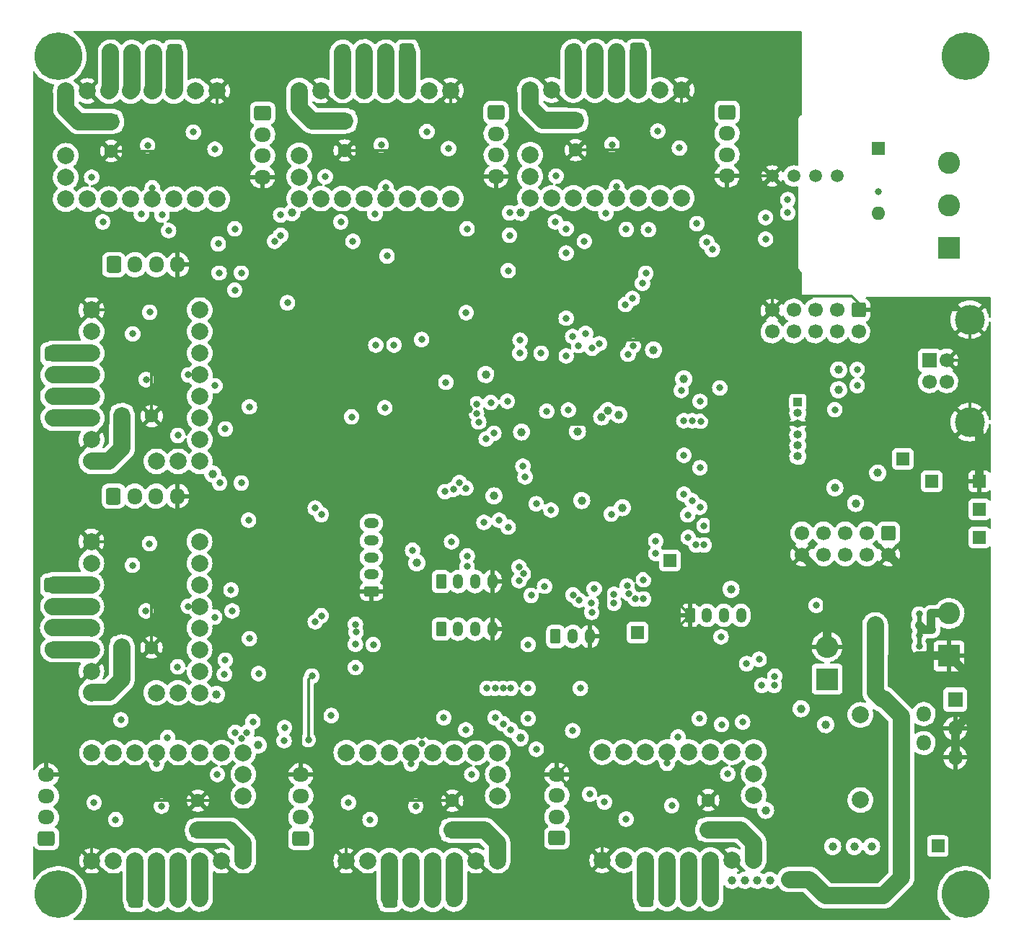
<source format=gbr>
%TF.GenerationSoftware,KiCad,Pcbnew,6.0.10*%
%TF.CreationDate,2023-01-16T16:43:20+03:00*%
%TF.ProjectId,multistepper,6d756c74-6973-4746-9570-7065722e6b69,rev?*%
%TF.SameCoordinates,Original*%
%TF.FileFunction,Copper,L2,Inr*%
%TF.FilePolarity,Positive*%
%FSLAX46Y46*%
G04 Gerber Fmt 4.6, Leading zero omitted, Abs format (unit mm)*
G04 Created by KiCad (PCBNEW 6.0.10) date 2023-01-16 16:43:20*
%MOMM*%
%LPD*%
G01*
G04 APERTURE LIST*
G04 Aperture macros list*
%AMRoundRect*
0 Rectangle with rounded corners*
0 $1 Rounding radius*
0 $2 $3 $4 $5 $6 $7 $8 $9 X,Y pos of 4 corners*
0 Add a 4 corners polygon primitive as box body*
4,1,4,$2,$3,$4,$5,$6,$7,$8,$9,$2,$3,0*
0 Add four circle primitives for the rounded corners*
1,1,$1+$1,$2,$3*
1,1,$1+$1,$4,$5*
1,1,$1+$1,$6,$7*
1,1,$1+$1,$8,$9*
0 Add four rect primitives between the rounded corners*
20,1,$1+$1,$2,$3,$4,$5,0*
20,1,$1+$1,$4,$5,$6,$7,0*
20,1,$1+$1,$6,$7,$8,$9,0*
20,1,$1+$1,$8,$9,$2,$3,0*%
G04 Aperture macros list end*
%TA.AperFunction,ComponentPad*%
%ADD10RoundRect,0.250000X0.600000X0.725000X-0.600000X0.725000X-0.600000X-0.725000X0.600000X-0.725000X0*%
%TD*%
%TA.AperFunction,ComponentPad*%
%ADD11O,1.700000X1.950000*%
%TD*%
%TA.AperFunction,ComponentPad*%
%ADD12RoundRect,0.250000X-0.725000X0.600000X-0.725000X-0.600000X0.725000X-0.600000X0.725000X0.600000X0*%
%TD*%
%TA.AperFunction,ComponentPad*%
%ADD13O,1.950000X1.700000*%
%TD*%
%TA.AperFunction,ComponentPad*%
%ADD14RoundRect,0.250000X0.625000X-0.350000X0.625000X0.350000X-0.625000X0.350000X-0.625000X-0.350000X0*%
%TD*%
%TA.AperFunction,ComponentPad*%
%ADD15O,1.750000X1.200000*%
%TD*%
%TA.AperFunction,ComponentPad*%
%ADD16RoundRect,0.250000X-0.600000X0.600000X-0.600000X-0.600000X0.600000X-0.600000X0.600000X0.600000X0*%
%TD*%
%TA.AperFunction,ComponentPad*%
%ADD17C,1.700000*%
%TD*%
%TA.AperFunction,ComponentPad*%
%ADD18RoundRect,0.250000X0.725000X-0.600000X0.725000X0.600000X-0.725000X0.600000X-0.725000X-0.600000X0*%
%TD*%
%TA.AperFunction,ComponentPad*%
%ADD19R,1.500000X1.500000*%
%TD*%
%TA.AperFunction,ComponentPad*%
%ADD20C,5.600000*%
%TD*%
%TA.AperFunction,ComponentPad*%
%ADD21R,1.600000X1.600000*%
%TD*%
%TA.AperFunction,ComponentPad*%
%ADD22O,1.600000X1.600000*%
%TD*%
%TA.AperFunction,ComponentPad*%
%ADD23C,1.600000*%
%TD*%
%TA.AperFunction,ComponentPad*%
%ADD24RoundRect,0.250000X-0.350000X-0.625000X0.350000X-0.625000X0.350000X0.625000X-0.350000X0.625000X0*%
%TD*%
%TA.AperFunction,ComponentPad*%
%ADD25O,1.200000X1.750000*%
%TD*%
%TA.AperFunction,ComponentPad*%
%ADD26RoundRect,0.250000X-0.600000X-0.725000X0.600000X-0.725000X0.600000X0.725000X-0.600000X0.725000X0*%
%TD*%
%TA.AperFunction,ComponentPad*%
%ADD27C,2.000000*%
%TD*%
%TA.AperFunction,ComponentPad*%
%ADD28R,2.600000X2.600000*%
%TD*%
%TA.AperFunction,ComponentPad*%
%ADD29C,2.600000*%
%TD*%
%TA.AperFunction,ComponentPad*%
%ADD30R,1.000000X1.000000*%
%TD*%
%TA.AperFunction,ComponentPad*%
%ADD31O,1.000000X1.000000*%
%TD*%
%TA.AperFunction,ComponentPad*%
%ADD32C,1.500000*%
%TD*%
%TA.AperFunction,ComponentPad*%
%ADD33O,2.600000X2.600000*%
%TD*%
%TA.AperFunction,ComponentPad*%
%ADD34R,1.800000X1.800000*%
%TD*%
%TA.AperFunction,ComponentPad*%
%ADD35O,1.800000X1.800000*%
%TD*%
%TA.AperFunction,ComponentPad*%
%ADD36R,1.700000X1.700000*%
%TD*%
%TA.AperFunction,ComponentPad*%
%ADD37C,3.500000*%
%TD*%
%TA.AperFunction,ViaPad*%
%ADD38C,1.000000*%
%TD*%
%TA.AperFunction,ViaPad*%
%ADD39C,0.800000*%
%TD*%
%TA.AperFunction,Conductor*%
%ADD40C,0.300000*%
%TD*%
%TA.AperFunction,Conductor*%
%ADD41C,0.500000*%
%TD*%
%TA.AperFunction,Conductor*%
%ADD42C,1.000000*%
%TD*%
%TA.AperFunction,Conductor*%
%ADD43C,2.000000*%
%TD*%
G04 APERTURE END LIST*
D10*
%TO.N,Net-(J17-Pad1)*%
%TO.C,J17*%
X99921075Y-41501827D03*
D11*
%TO.N,Net-(J17-Pad2)*%
X97421075Y-41501827D03*
%TO.N,Net-(J17-Pad3)*%
X94921075Y-41501827D03*
%TO.N,Net-(J17-Pad4)*%
X92421075Y-41501827D03*
%TD*%
D12*
%TO.N,Net-(J12-Pad1)*%
%TO.C,J12*%
X58374000Y-76974000D03*
D13*
%TO.N,Net-(J12-Pad2)*%
X58374000Y-79474000D03*
%TO.N,Net-(J12-Pad3)*%
X58374000Y-81974000D03*
%TO.N,Net-(J12-Pad4)*%
X58374000Y-84474000D03*
%TD*%
D14*
%TO.N,GND*%
%TO.C,J6*%
X95758000Y-104902000D03*
D15*
%TO.N,Net-(J6-Pad2)*%
X95758000Y-102902000D03*
%TO.N,Net-(J6-Pad3)*%
X95758000Y-100902000D03*
%TO.N,Net-(J6-Pad4)*%
X95758000Y-98902000D03*
%TO.N,Net-(J6-Pad5)*%
X95758000Y-96902000D03*
%TD*%
D16*
%TO.N,GND*%
%TO.C,J2*%
X152958800Y-71840700D03*
D17*
%TO.N,Net-(J2-Pad2)*%
X152958800Y-74380700D03*
%TO.N,Net-(J2-Pad3)*%
X150418800Y-71840700D03*
%TO.N,Net-(J2-Pad4)*%
X150418800Y-74380700D03*
%TO.N,Net-(J2-Pad5)*%
X147878800Y-71840700D03*
%TO.N,Net-(J2-Pad6)*%
X147878800Y-74380700D03*
%TO.N,Net-(J2-Pad7)*%
X145338800Y-71840700D03*
%TO.N,Net-(J2-Pad8)*%
X145338800Y-74380700D03*
%TO.N,GND*%
X142798800Y-71840700D03*
%TO.N,Net-(J2-Pad10)*%
X142798800Y-74380700D03*
%TD*%
D18*
%TO.N,Net-(J22-Pad1)*%
%TO.C,J22*%
X87466000Y-133934000D03*
D13*
%TO.N,M5_L0*%
X87466000Y-131434000D03*
%TO.N,M5_L1*%
X87466000Y-128934000D03*
%TO.N,GND*%
X87466000Y-126434000D03*
%TD*%
D19*
%TO.N,+5V*%
%TO.C,TP7*%
X161544000Y-91948000D03*
%TD*%
D20*
%TO.N,N/C*%
%TO.C,H4*%
X165500000Y-140500000D03*
%TD*%
D21*
%TO.N,Net-(R18-Pad1)*%
%TO.C,SW3*%
X155295600Y-52832000D03*
D22*
%TO.N,/CANL*%
X155295600Y-60452000D03*
%TD*%
D21*
%TO.N,/Motors/Vm*%
%TO.C,C24*%
X105246000Y-132978000D03*
D23*
%TO.N,GND*%
X105246000Y-129478000D03*
%TD*%
D24*
%TO.N,Net-(J4-Pad1)*%
%TO.C,J5*%
X103934000Y-103733600D03*
D25*
%TO.N,ADC2*%
X105934000Y-103733600D03*
%TO.N,ADC3*%
X107934000Y-103733600D03*
%TO.N,GND*%
X109934000Y-103733600D03*
%TD*%
D26*
%TO.N,Net-(J11-Pad1)*%
%TO.C,J11*%
X65500000Y-66500000D03*
D11*
%TO.N,M0_L0*%
X68000000Y-66500000D03*
%TO.N,M0_L1*%
X70500000Y-66500000D03*
%TO.N,GND*%
X73000000Y-66500000D03*
%TD*%
D27*
%TO.N,/Motors/stepper_M5/~{ENx}*%
%TO.C,XX5*%
X140640000Y-123774000D03*
%TO.N,/Motors/stepper_M5/MS1*%
X138100000Y-123774000D03*
%TO.N,/Motors/stepper_M5/MS2*%
X135560000Y-123774000D03*
%TO.N,/Motors/stepper_M5/SPR*%
X133020000Y-123774000D03*
%TO.N,/Motors/stepper_M5/U*%
X130480000Y-123774000D03*
%TO.N,/Motors/stepper_M5/CLK*%
X127940000Y-123774000D03*
%TO.N,/Motors/stepper_M5/STEPx*%
X125400000Y-123774000D03*
%TO.N,/Motors/stepper_M5/DIRx*%
X122860000Y-123774000D03*
%TO.N,GND*%
X122860000Y-136474000D03*
%TO.N,Vio*%
X125400000Y-136474000D03*
%TO.N,Net-(J21-Pad1)*%
X127940000Y-136474000D03*
%TO.N,Net-(J21-Pad2)*%
X130480000Y-136474000D03*
%TO.N,Net-(J21-Pad3)*%
X133020000Y-136474000D03*
%TO.N,Net-(J21-Pad4)*%
X135560000Y-136474000D03*
%TO.N,GND*%
X138100000Y-136474000D03*
%TO.N,/Motors/Vm*%
X140640000Y-136474000D03*
%TO.N,/Motors/DIAG4*%
X140640000Y-126314000D03*
%TO.N,unconnected-(XX5-Pad18)*%
X140640000Y-128854000D03*
%TD*%
D24*
%TO.N,Net-(J13-Pad1)*%
%TO.C,J13*%
X117380000Y-110194000D03*
D25*
%TO.N,Net-(J13-Pad2)*%
X119380000Y-110194000D03*
%TO.N,GND*%
X121380000Y-110194000D03*
%TD*%
D27*
%TO.N,/Motors/stepper_M8/~{ENx}*%
%TO.C,XX8*%
X75572000Y-116801600D03*
%TO.N,/Motors/stepper_M8/MS1*%
X75572000Y-114261600D03*
%TO.N,/Motors/stepper_M8/MS2*%
X75572000Y-111721600D03*
%TO.N,/Motors/stepper_M8/SPR*%
X75572000Y-109181600D03*
%TO.N,/Motors/stepper_M8/U*%
X75572000Y-106641600D03*
%TO.N,/Motors/stepper_M8/CLK*%
X75572000Y-104101600D03*
%TO.N,/Motors/stepper_M8/STEPx*%
X75572000Y-101561600D03*
%TO.N,/Motors/stepper_M8/DIRx*%
X75572000Y-99021600D03*
%TO.N,GND*%
X62872000Y-99021600D03*
%TO.N,Vio*%
X62872000Y-101561600D03*
%TO.N,Net-(J27-Pad1)*%
X62872000Y-104101600D03*
%TO.N,Net-(J27-Pad2)*%
X62872000Y-106641600D03*
%TO.N,Net-(J27-Pad3)*%
X62872000Y-109181600D03*
%TO.N,Net-(J27-Pad4)*%
X62872000Y-111721600D03*
%TO.N,GND*%
X62872000Y-114261600D03*
%TO.N,/Motors/Vm*%
X62872000Y-116801600D03*
%TO.N,/Motors/DIAG7*%
X73032000Y-116801600D03*
%TO.N,unconnected-(XX8-Pad18)*%
X70492000Y-116801600D03*
%TD*%
%TO.N,/Motors/stepper_M3/~{ENx}*%
%TO.C,XX3*%
X87281075Y-58727827D03*
%TO.N,/Motors/stepper_M3/MS1*%
X89821075Y-58727827D03*
%TO.N,/Motors/stepper_M3/MS2*%
X92361075Y-58727827D03*
%TO.N,/Motors/stepper_M3/SPR*%
X94901075Y-58727827D03*
%TO.N,/Motors/stepper_M3/U*%
X97441075Y-58727827D03*
%TO.N,/Motors/stepper_M3/CLK*%
X99981075Y-58727827D03*
%TO.N,/Motors/stepper_M3/STEPx*%
X102521075Y-58727827D03*
%TO.N,/Motors/stepper_M3/DIRx*%
X105061075Y-58727827D03*
%TO.N,GND*%
X105061075Y-46027827D03*
%TO.N,Vio*%
X102521075Y-46027827D03*
%TO.N,Net-(J17-Pad1)*%
X99981075Y-46027827D03*
%TO.N,Net-(J17-Pad2)*%
X97441075Y-46027827D03*
%TO.N,Net-(J17-Pad3)*%
X94901075Y-46027827D03*
%TO.N,Net-(J17-Pad4)*%
X92361075Y-46027827D03*
%TO.N,GND*%
X89821075Y-46027827D03*
%TO.N,/Motors/Vm*%
X87281075Y-46027827D03*
%TO.N,/Motors/DIAG2*%
X87281075Y-56187827D03*
%TO.N,unconnected-(XX3-Pad18)*%
X87281075Y-53647827D03*
%TD*%
D28*
%TO.N,GND*%
%TO.C,J10*%
X163576000Y-112482000D03*
D29*
%TO.N,Net-(J10-Pad2)*%
X163576000Y-107482000D03*
%TD*%
D16*
%TO.N,Net-(J3-Pad1)*%
%TO.C,J3*%
X156464000Y-98044000D03*
D17*
%TO.N,GND*%
X156464000Y-100584000D03*
%TO.N,Net-(J3-Pad3)*%
X153924000Y-98044000D03*
%TO.N,Net-(J3-Pad4)*%
X153924000Y-100584000D03*
%TO.N,Net-(J3-Pad5)*%
X151384000Y-98044000D03*
%TO.N,Net-(J3-Pad6)*%
X151384000Y-100584000D03*
%TO.N,Net-(J3-Pad7)*%
X148844000Y-98044000D03*
%TO.N,Net-(J3-Pad8)*%
X148844000Y-100584000D03*
%TO.N,Net-(J3-Pad9)*%
X146304000Y-98044000D03*
%TO.N,GND*%
X146304000Y-100584000D03*
%TD*%
D19*
%TO.N,GND*%
%TO.C,TP3*%
X167132000Y-91948000D03*
%TD*%
D30*
%TO.N,/MCU base/SWCLK*%
%TO.C,J1*%
X145821000Y-82677000D03*
D31*
%TO.N,/MCU base/SWDIO*%
X145821000Y-83947000D03*
%TO.N,GND*%
X145821000Y-85217000D03*
%TO.N,Net-(J1-Pad4)*%
X145821000Y-86487000D03*
%TO.N,/MCU base/BOOT0*%
X145821000Y-87757000D03*
%TO.N,/MCU base/NRST*%
X145821000Y-89027000D03*
%TD*%
D18*
%TO.N,Net-(J24-Pad1)*%
%TO.C,J24*%
X57604925Y-133934000D03*
D13*
%TO.N,M6_L0*%
X57604925Y-131434000D03*
%TO.N,M6_L1*%
X57604925Y-128934000D03*
%TO.N,GND*%
X57604925Y-126434000D03*
%TD*%
D20*
%TO.N,N/C*%
%TO.C,H1*%
X59000000Y-42000000D03*
%TD*%
D21*
%TO.N,/Motors/Vm*%
%TO.C,C23*%
X135306000Y-132918000D03*
D23*
%TO.N,GND*%
X135306000Y-129418000D03*
%TD*%
D10*
%TO.N,Net-(J19-Pad1)*%
%TO.C,J19*%
X127026450Y-41440000D03*
D11*
%TO.N,Net-(J19-Pad2)*%
X124526450Y-41440000D03*
%TO.N,Net-(J19-Pad3)*%
X122026450Y-41440000D03*
%TO.N,Net-(J19-Pad4)*%
X119526450Y-41440000D03*
%TD*%
D19*
%TO.N,Vdrive*%
%TO.C,TP2*%
X167132000Y-95250000D03*
%TD*%
D12*
%TO.N,Net-(J14-Pad1)*%
%TO.C,J14*%
X82974000Y-48689654D03*
D13*
%TO.N,M1_L0*%
X82974000Y-51189654D03*
%TO.N,M1_L1*%
X82974000Y-53689654D03*
%TO.N,GND*%
X82974000Y-56189654D03*
%TD*%
D20*
%TO.N,N/C*%
%TO.C,H3*%
X59000000Y-140500000D03*
%TD*%
D26*
%TO.N,Net-(J23-Pad1)*%
%TO.C,J23*%
X97940000Y-141060000D03*
D11*
%TO.N,Net-(J23-Pad2)*%
X100440000Y-141060000D03*
%TO.N,Net-(J23-Pad3)*%
X102940000Y-141060000D03*
%TO.N,Net-(J23-Pad4)*%
X105440000Y-141060000D03*
%TD*%
D26*
%TO.N,Net-(J25-Pad1)*%
%TO.C,J25*%
X68078925Y-141060000D03*
D11*
%TO.N,Net-(J25-Pad2)*%
X70578925Y-141060000D03*
%TO.N,Net-(J25-Pad3)*%
X73078925Y-141060000D03*
%TO.N,Net-(J25-Pad4)*%
X75578925Y-141060000D03*
%TD*%
D27*
%TO.N,/Motors/stepper_M4/~{ENx}*%
%TO.C,XX4*%
X114386450Y-58666000D03*
%TO.N,/Motors/stepper_M4/MS1*%
X116926450Y-58666000D03*
%TO.N,/Motors/stepper_M4/MS2*%
X119466450Y-58666000D03*
%TO.N,/Motors/stepper_M4/SPR*%
X122006450Y-58666000D03*
%TO.N,/Motors/stepper_M4/U*%
X124546450Y-58666000D03*
%TO.N,/Motors/stepper_M4/CLK*%
X127086450Y-58666000D03*
%TO.N,/Motors/stepper_M4/STEPx*%
X129626450Y-58666000D03*
%TO.N,/Motors/stepper_M4/DIRx*%
X132166450Y-58666000D03*
%TO.N,GND*%
X132166450Y-45966000D03*
%TO.N,Vio*%
X129626450Y-45966000D03*
%TO.N,Net-(J19-Pad1)*%
X127086450Y-45966000D03*
%TO.N,Net-(J19-Pad2)*%
X124546450Y-45966000D03*
%TO.N,Net-(J19-Pad3)*%
X122006450Y-45966000D03*
%TO.N,Net-(J19-Pad4)*%
X119466450Y-45966000D03*
%TO.N,GND*%
X116926450Y-45966000D03*
%TO.N,/Motors/Vm*%
X114386450Y-45966000D03*
%TO.N,/Motors/DIAG3*%
X114386450Y-56126000D03*
%TO.N,unconnected-(XX4-Pad18)*%
X114386450Y-53586000D03*
%TD*%
D20*
%TO.N,N/C*%
%TO.C,H2*%
X165500000Y-42000000D03*
%TD*%
D26*
%TO.N,Net-(J21-Pad1)*%
%TO.C,J21*%
X128000000Y-141000000D03*
D11*
%TO.N,Net-(J21-Pad2)*%
X130500000Y-141000000D03*
%TO.N,Net-(J21-Pad3)*%
X133000000Y-141000000D03*
%TO.N,Net-(J21-Pad4)*%
X135500000Y-141000000D03*
%TD*%
D21*
%TO.N,/Motors/Vm*%
%TO.C,C21*%
X92615075Y-49583827D03*
D23*
%TO.N,GND*%
X92615075Y-53083827D03*
%TD*%
D21*
%TO.N,/Motors/Vm*%
%TO.C,C22*%
X119720450Y-49522000D03*
D23*
%TO.N,GND*%
X119720450Y-53022000D03*
%TD*%
D12*
%TO.N,Net-(J18-Pad1)*%
%TO.C,J18*%
X137500450Y-48566000D03*
D13*
%TO.N,M3_L0*%
X137500450Y-51066000D03*
%TO.N,M3_L1*%
X137500450Y-53566000D03*
%TO.N,GND*%
X137500450Y-56066000D03*
%TD*%
D32*
%TO.N,GND*%
%TO.C,Q1*%
X142798800Y-56083200D03*
%TO.N,Net-(C10-Pad1)*%
X145338800Y-56083200D03*
%TO.N,Earth*%
X147878800Y-56083200D03*
%TO.N,Net-(C11-Pad1)*%
X150418800Y-56083200D03*
%TD*%
D27*
%TO.N,/Motors/stepper_M6/~{ENx}*%
%TO.C,XX6*%
X110580000Y-123834000D03*
%TO.N,/Motors/stepper_M6/MS1*%
X108040000Y-123834000D03*
%TO.N,/Motors/stepper_M6/MS2*%
X105500000Y-123834000D03*
%TO.N,/Motors/stepper_M6/SPR*%
X102960000Y-123834000D03*
%TO.N,/Motors/stepper_M6/U*%
X100420000Y-123834000D03*
%TO.N,/Motors/stepper_M6/CLK*%
X97880000Y-123834000D03*
%TO.N,/Motors/stepper_M6/STEPx*%
X95340000Y-123834000D03*
%TO.N,/Motors/stepper_M6/DIRx*%
X92800000Y-123834000D03*
%TO.N,GND*%
X92800000Y-136534000D03*
%TO.N,Vio*%
X95340000Y-136534000D03*
%TO.N,Net-(J23-Pad1)*%
X97880000Y-136534000D03*
%TO.N,Net-(J23-Pad2)*%
X100420000Y-136534000D03*
%TO.N,Net-(J23-Pad3)*%
X102960000Y-136534000D03*
%TO.N,Net-(J23-Pad4)*%
X105500000Y-136534000D03*
%TO.N,GND*%
X108040000Y-136534000D03*
%TO.N,/Motors/Vm*%
X110580000Y-136534000D03*
%TO.N,/Motors/DIAG5*%
X110580000Y-126374000D03*
%TO.N,unconnected-(XX6-Pad18)*%
X110580000Y-128914000D03*
%TD*%
D28*
%TO.N,Net-(D26-Pad1)*%
%TO.C,D26*%
X149250400Y-115194400D03*
D33*
%TO.N,GND*%
X149250400Y-111384400D03*
%TD*%
D19*
%TO.N,+3.3VADC*%
%TO.C,TP6*%
X127000000Y-109728000D03*
%TD*%
D21*
%TO.N,/Motors/Vm*%
%TO.C,C19*%
X66456000Y-84280000D03*
D23*
%TO.N,GND*%
X69956000Y-84280000D03*
%TD*%
D34*
%TO.N,Vdrive*%
%TO.C,U5*%
X164287200Y-117602000D03*
D35*
%TO.N,Net-(D26-Pad1)*%
X160587200Y-119302000D03*
%TO.N,GND*%
X164287200Y-121002000D03*
%TO.N,Net-(C17-Pad1)*%
X160587200Y-122702000D03*
%TO.N,GND*%
X164287200Y-124402000D03*
%TD*%
D12*
%TO.N,Net-(J27-Pad1)*%
%TO.C,J27*%
X58346000Y-104161600D03*
D13*
%TO.N,Net-(J27-Pad2)*%
X58346000Y-106661600D03*
%TO.N,Net-(J27-Pad3)*%
X58346000Y-109161600D03*
%TO.N,Net-(J27-Pad4)*%
X58346000Y-111661600D03*
%TD*%
D24*
%TO.N,GND*%
%TO.C,J7*%
X133144000Y-107704800D03*
D25*
%TO.N,Net-(J7-Pad2)*%
X135144000Y-107704800D03*
%TO.N,Net-(J7-Pad3)*%
X137144000Y-107704800D03*
%TO.N,Net-(J7-Pad4)*%
X139144000Y-107704800D03*
%TD*%
D19*
%TO.N,Net-(C17-Pad1)*%
%TO.C,TP4*%
X167132000Y-98552000D03*
%TD*%
D10*
%TO.N,Net-(J15-Pad1)*%
%TO.C,J15*%
X72644000Y-41563654D03*
D11*
%TO.N,Net-(J15-Pad2)*%
X70144000Y-41563654D03*
%TO.N,Net-(J15-Pad3)*%
X67644000Y-41563654D03*
%TO.N,Net-(J15-Pad4)*%
X65144000Y-41563654D03*
%TD*%
D27*
%TO.N,Net-(C17-Pad1)*%
%TO.C,L1*%
X153162000Y-129409200D03*
%TO.N,Net-(D26-Pad1)*%
X153162000Y-119409200D03*
%TD*%
D21*
%TO.N,/Motors/Vm*%
%TO.C,C20*%
X65194000Y-49645654D03*
D23*
%TO.N,GND*%
X65194000Y-53145654D03*
%TD*%
D27*
%TO.N,/Motors/stepper_M2/~{ENx}*%
%TO.C,XX2*%
X59860000Y-58789654D03*
%TO.N,/Motors/stepper_M2/MS1*%
X62400000Y-58789654D03*
%TO.N,/Motors/stepper_M2/MS2*%
X64940000Y-58789654D03*
%TO.N,/Motors/stepper_M2/SPR*%
X67480000Y-58789654D03*
%TO.N,/Motors/stepper_M2/U*%
X70020000Y-58789654D03*
%TO.N,/Motors/stepper_M2/CLK*%
X72560000Y-58789654D03*
%TO.N,/Motors/stepper_M2/STEPx*%
X75100000Y-58789654D03*
%TO.N,/Motors/stepper_M2/DIRx*%
X77640000Y-58789654D03*
%TO.N,GND*%
X77640000Y-46089654D03*
%TO.N,Vio*%
X75100000Y-46089654D03*
%TO.N,Net-(J15-Pad1)*%
X72560000Y-46089654D03*
%TO.N,Net-(J15-Pad2)*%
X70020000Y-46089654D03*
%TO.N,Net-(J15-Pad3)*%
X67480000Y-46089654D03*
%TO.N,Net-(J15-Pad4)*%
X64940000Y-46089654D03*
%TO.N,GND*%
X62400000Y-46089654D03*
%TO.N,/Motors/Vm*%
X59860000Y-46089654D03*
%TO.N,/Motors/DIAG1*%
X59860000Y-56249654D03*
%TO.N,unconnected-(XX2-Pad18)*%
X59860000Y-53709654D03*
%TD*%
D28*
%TO.N,/CANL*%
%TO.C,J9*%
X163576000Y-64516000D03*
D29*
%TO.N,Earth*%
X163576000Y-59516000D03*
%TO.N,/CANH*%
X163576000Y-54516000D03*
%TD*%
D21*
%TO.N,/Motors/Vm*%
%TO.C,C25*%
X75384925Y-132978000D03*
D23*
%TO.N,GND*%
X75384925Y-129478000D03*
%TD*%
D27*
%TO.N,/Motors/stepper_M7/~{ENx}*%
%TO.C,XX7*%
X80718925Y-123834000D03*
%TO.N,/Motors/stepper_M7/MS1*%
X78178925Y-123834000D03*
%TO.N,/Motors/stepper_M7/MS2*%
X75638925Y-123834000D03*
%TO.N,/Motors/stepper_M7/SPR*%
X73098925Y-123834000D03*
%TO.N,/Motors/stepper_M7/U*%
X70558925Y-123834000D03*
%TO.N,/Motors/stepper_M7/CLK*%
X68018925Y-123834000D03*
%TO.N,/Motors/stepper_M7/STEPx*%
X65478925Y-123834000D03*
%TO.N,/Motors/stepper_M7/DIRx*%
X62938925Y-123834000D03*
%TO.N,GND*%
X62938925Y-136534000D03*
%TO.N,Vio*%
X65478925Y-136534000D03*
%TO.N,Net-(J25-Pad1)*%
X68018925Y-136534000D03*
%TO.N,Net-(J25-Pad2)*%
X70558925Y-136534000D03*
%TO.N,Net-(J25-Pad3)*%
X73098925Y-136534000D03*
%TO.N,Net-(J25-Pad4)*%
X75638925Y-136534000D03*
%TO.N,GND*%
X78178925Y-136534000D03*
%TO.N,/Motors/Vm*%
X80718925Y-136534000D03*
%TO.N,/Motors/DIAG6*%
X80718925Y-126374000D03*
%TO.N,unconnected-(XX7-Pad18)*%
X80718925Y-128914000D03*
%TD*%
D26*
%TO.N,Net-(J26-Pad1)*%
%TO.C,J26*%
X65472000Y-93687600D03*
D11*
%TO.N,M7_L0*%
X67972000Y-93687600D03*
%TO.N,M7_L1*%
X70472000Y-93687600D03*
%TO.N,GND*%
X72972000Y-93687600D03*
%TD*%
D24*
%TO.N,Net-(J4-Pad1)*%
%TO.C,J4*%
X103934000Y-109321600D03*
D25*
%TO.N,ADC0*%
X105934000Y-109321600D03*
%TO.N,ADC1*%
X107934000Y-109321600D03*
%TO.N,GND*%
X109934000Y-109321600D03*
%TD*%
D18*
%TO.N,Net-(J20-Pad1)*%
%TO.C,J20*%
X117526000Y-133874000D03*
D13*
%TO.N,M4_L0*%
X117526000Y-131374000D03*
%TO.N,M4_L1*%
X117526000Y-128874000D03*
%TO.N,GND*%
X117526000Y-126374000D03*
%TD*%
D12*
%TO.N,Net-(J16-Pad1)*%
%TO.C,J16*%
X110395075Y-48627827D03*
D13*
%TO.N,M2_L0*%
X110395075Y-51127827D03*
%TO.N,M2_L1*%
X110395075Y-53627827D03*
%TO.N,GND*%
X110395075Y-56127827D03*
%TD*%
D19*
%TO.N,Vio*%
%TO.C,TP8*%
X162255200Y-134823200D03*
%TD*%
%TO.N,+3V3*%
%TO.C,TP5*%
X130810000Y-101244400D03*
%TD*%
D21*
%TO.N,/Motors/Vm*%
%TO.C,C26*%
X66428000Y-111467600D03*
D23*
%TO.N,GND*%
X69928000Y-111467600D03*
%TD*%
D27*
%TO.N,/Motors/stepper_M1/~{ENx}*%
%TO.C,XX1*%
X75600000Y-89614000D03*
%TO.N,/Motors/stepper_M1/MS1*%
X75600000Y-87074000D03*
%TO.N,/Motors/stepper_M1/MS2*%
X75600000Y-84534000D03*
%TO.N,/Motors/stepper_M1/SPR*%
X75600000Y-81994000D03*
%TO.N,/Motors/stepper_M1/U*%
X75600000Y-79454000D03*
%TO.N,/Motors/stepper_M1/CLK*%
X75600000Y-76914000D03*
%TO.N,/Motors/stepper_M1/STEPx*%
X75600000Y-74374000D03*
%TO.N,/Motors/stepper_M1/DIRx*%
X75600000Y-71834000D03*
%TO.N,GND*%
X62900000Y-71834000D03*
%TO.N,Vio*%
X62900000Y-74374000D03*
%TO.N,Net-(J12-Pad1)*%
X62900000Y-76914000D03*
%TO.N,Net-(J12-Pad2)*%
X62900000Y-79454000D03*
%TO.N,Net-(J12-Pad3)*%
X62900000Y-81994000D03*
%TO.N,Net-(J12-Pad4)*%
X62900000Y-84534000D03*
%TO.N,GND*%
X62900000Y-87074000D03*
%TO.N,/Motors/Vm*%
X62900000Y-89614000D03*
%TO.N,/Motors/DIAG0*%
X73060000Y-89614000D03*
%TO.N,unconnected-(XX1-Pad18)*%
X70520000Y-89614000D03*
%TD*%
D36*
%TO.N,/VB*%
%TO.C,J8*%
X161290000Y-77730000D03*
D17*
%TO.N,Net-(J8-Pad2)*%
X161290000Y-80230000D03*
%TO.N,Net-(J8-Pad3)*%
X163290000Y-80230000D03*
%TO.N,GND*%
X163290000Y-77730000D03*
D37*
X166000000Y-72960000D03*
X166000000Y-85000000D03*
%TD*%
D19*
%TO.N,Net-(D22-Pad1)*%
%TO.C,TP1*%
X158167500Y-89348000D03*
%TD*%
D38*
%TO.N,+3.3VADC*%
X101092000Y-101549200D03*
D39*
%TO.N,MCU3v3*%
X100584000Y-100056000D03*
D38*
%TO.N,GND*%
X149910800Y-137749000D03*
D39*
X133756400Y-78699500D03*
X99669600Y-72034400D03*
X121412000Y-121909100D03*
X88493600Y-74930000D03*
D38*
X94488000Y-93472000D03*
D39*
X114401600Y-84328000D03*
D38*
X127863600Y-75285600D03*
X152450000Y-137174000D03*
D39*
X142033000Y-66040000D03*
D38*
X117683600Y-89306400D03*
X115112800Y-92863500D03*
D39*
X101650800Y-121818400D03*
D38*
X113538000Y-95504000D03*
D39*
X125120400Y-65887600D03*
D38*
X116332000Y-72440800D03*
D39*
X77978000Y-56184800D03*
X89458800Y-64871600D03*
D38*
X135585200Y-87426800D03*
D39*
X161086800Y-114503200D03*
X130454400Y-112369600D03*
D38*
X126136400Y-101193600D03*
X135940800Y-98196400D03*
X150063200Y-130860800D03*
D39*
X86715600Y-109321600D03*
D38*
X107137200Y-83515200D03*
D39*
X127457200Y-65328800D03*
D38*
X130810000Y-99364800D03*
X123734800Y-86868000D03*
X159004000Y-114503200D03*
X157276800Y-77012800D03*
D39*
X86664800Y-119278400D03*
D38*
X133578600Y-80975200D03*
X99110800Y-89357200D03*
D39*
X121056400Y-68427600D03*
%TO.N,/MCU base/NRST*%
X113538000Y-90170000D03*
X97332800Y-83312000D03*
%TO.N,/MCU base/BOOT0*%
X116332000Y-83718400D03*
X150164800Y-83548000D03*
D38*
%TO.N,+3V3*%
X150600000Y-78870400D03*
D39*
X129133600Y-98958400D03*
D38*
X152603200Y-94538800D03*
D39*
X129133600Y-100431600D03*
D38*
X150600000Y-81200000D03*
D39*
%TO.N,/MCU base/BTN0*%
X134400000Y-84900000D03*
%TO.N,/MCU base/BTN1*%
X133432503Y-84836000D03*
X136652000Y-80975189D03*
%TO.N,/MCU base/BTN2_SDA*%
X132433000Y-84836000D03*
%TO.N,/MCU base/SWDIO*%
X134333000Y-82561000D03*
%TO.N,/MCU base/BTN3_SCL*%
X132130800Y-81280000D03*
D38*
%TO.N,/MCU base/SWCLK*%
X128879600Y-76504800D03*
X132425423Y-79925423D03*
D39*
%TO.N,M4_L0*%
X132435600Y-88900000D03*
X119380000Y-121259600D03*
X143103600Y-114858800D03*
%TO.N,M4_L1*%
X134333000Y-90361500D03*
X121361200Y-128727200D03*
%TO.N,/MCU base/BTN4*%
X122508007Y-75782947D03*
%TO.N,/MCU base/BTN5*%
X121666000Y-76327000D03*
%TO.N,/MCU base/BTN6*%
X120904000Y-74574400D03*
%TO.N,M3_L1*%
X135788400Y-64719200D03*
X125882400Y-77012800D03*
X127579800Y-68681600D03*
%TO.N,M3_L0*%
X126492000Y-76036700D03*
X135128000Y-63855600D03*
X127965200Y-67513200D03*
%TO.N,M2_L1*%
X120079500Y-75996800D03*
%TO.N,M2_L0*%
X119380000Y-74930000D03*
%TO.N,M1_L0*%
X113205734Y-75363866D03*
X113182400Y-76911200D03*
%TO.N,M1_L1*%
X115671600Y-76911200D03*
%TO.N,/MCU base/SCRN_DCRS*%
X134808000Y-99435500D03*
%TO.N,/MCU base/SCRN_SCK*%
X133858000Y-99435500D03*
%TO.N,/MCU base/SCRN_MISO*%
X132943600Y-98552000D03*
%TO.N,/MCU base/SCRN_MOSI*%
X134808000Y-97160500D03*
%TO.N,/MCU base/SCRN_RST*%
X132892800Y-95910400D03*
%TO.N,/MCU base/SCRN_CS*%
X134315200Y-94996000D03*
%TO.N,M6_L1*%
X121564400Y-106273600D03*
X127696000Y-105785500D03*
X124216900Y-106273600D03*
%TO.N,M6_L0*%
X121909100Y-104597200D03*
X126746000Y-105785500D03*
X124216900Y-105237706D03*
%TO.N,M5_L1*%
X133400800Y-94234000D03*
%TO.N,M5_L0*%
X132435600Y-93472000D03*
%TO.N,/MCU base/A0*%
X105156000Y-99060000D03*
%TO.N,/MCU base/A1*%
X108966000Y-96774000D03*
%TO.N,/MCU base/A2*%
X110744000Y-96520000D03*
%TO.N,/MCU base/A3*%
X111815000Y-97337000D03*
%TO.N,/MCU base/A4*%
X116840000Y-95331600D03*
%TO.N,/MCU base/A5*%
X113792000Y-91440000D03*
%TO.N,ADC4*%
X121617266Y-107342466D03*
X147980400Y-106527600D03*
%TO.N,+5V*%
X144627600Y-60401200D03*
X136804400Y-110236000D03*
D38*
X146202400Y-118668800D03*
X122783600Y-84378800D03*
X149098000Y-120548400D03*
X137972800Y-104648000D03*
X155197900Y-90973600D03*
X120446800Y-94202100D03*
X123494800Y-83667600D03*
D39*
%TO.N,ADC0*%
X107004000Y-100722000D03*
D38*
%TO.N,Vdrive*%
X147167600Y-138734800D03*
X145999200Y-138734800D03*
D39*
X154905000Y-111379000D03*
D38*
X144743000Y-138836400D03*
D39*
X154905000Y-110109000D03*
X154905000Y-108839000D03*
D38*
X149088128Y-140655328D03*
D39*
X154889200Y-112268000D03*
%TO.N,ADC1*%
X106982978Y-101953778D03*
%TO.N,MUL0*%
X109778800Y-82702400D03*
%TO.N,MUL1*%
X108102400Y-82854800D03*
%TO.N,MUL2*%
X108102400Y-83972400D03*
%TO.N,MUL_EN*%
X108356400Y-84988400D03*
%TO.N,M1_DIR*%
X71944000Y-62483654D03*
X77774800Y-64047900D03*
D38*
%TO.N,+3.3VADC*%
X110134400Y-93675200D03*
D39*
%TO.N,USART3_TX*%
X123901200Y-95808800D03*
%TO.N,M6_STEP*%
X93882532Y-113842800D03*
X93878400Y-111099600D03*
%TO.N,M5_DIR*%
X141274800Y-112877600D03*
X139801600Y-113385600D03*
%TO.N,USB_DM*%
X152786500Y-80712000D03*
%TO.N,USB_DP*%
X152786500Y-78812000D03*
%TO.N,M4_DIR*%
X141579600Y-115925600D03*
X143052800Y-115925600D03*
%TO.N,CAN_RX*%
X125577600Y-71170800D03*
X142033000Y-60960000D03*
%TO.N,CAN_TX*%
X126390400Y-70459600D03*
X142033000Y-63500000D03*
%TO.N,USART2_TX*%
X118872000Y-83566000D03*
%TO.N,M3_STEP*%
X128270000Y-62382400D03*
X125670450Y-62360000D03*
%TO.N,Net-(C10-Pad1)*%
X144627600Y-58864700D03*
%TO.N,/MCU base/MOT_MUL0*%
X104394000Y-93167200D03*
%TO.N,/MCU base/MOT_MUL1*%
X105359802Y-92889531D03*
%TO.N,/MCU base/MOT_MUL2*%
X106070400Y-92100400D03*
%TO.N,/MCU base/MOT_MUL_EN*%
X106832400Y-92760800D03*
%TO.N,/MCU base/OUT1*%
X125780800Y-104241600D03*
%TO.N,/MCU base/OUT0*%
X127696000Y-103510500D03*
%TO.N,/MCU base/OUT2*%
X125964204Y-105122384D03*
%TO.N,/CANH*%
X155295600Y-57938000D03*
D38*
%TO.N,Net-(J10-Pad2)*%
X161544000Y-109423200D03*
X161482400Y-107482000D03*
D39*
X160055000Y-107569000D03*
X160070800Y-110083600D03*
X160070800Y-108864400D03*
X160070800Y-111353600D03*
D38*
%TO.N,/Motors/Vm*%
X142544800Y-138836400D03*
X139598400Y-138836400D03*
X138074400Y-138836400D03*
X141020800Y-138836400D03*
D39*
%TO.N,/Motors/USART0-3*%
X79705200Y-62280800D03*
X118618000Y-62280800D03*
X133959600Y-61671200D03*
X104807075Y-52853827D03*
X118618000Y-77216000D03*
X131912450Y-52792000D03*
X118618000Y-72796400D03*
X79705200Y-69494400D03*
X106984800Y-62280800D03*
X77386000Y-52915654D03*
X69726000Y-72088000D03*
X118618000Y-65125600D03*
%TO.N,/Motors/MOSI*%
X117434450Y-56094000D03*
X78587600Y-85801200D03*
X80467200Y-122174000D03*
X77670925Y-126406000D03*
X113095200Y-103625600D03*
X136855200Y-120548400D03*
X107532000Y-126406000D03*
X78587600Y-112979200D03*
X112115600Y-116281200D03*
X106832400Y-121158000D03*
X73028000Y-86566000D03*
X73000000Y-113753600D03*
X62908000Y-56217654D03*
X117348000Y-61468000D03*
X112115600Y-121158000D03*
X92151200Y-61468000D03*
X64211200Y-61468000D03*
X137592000Y-126346000D03*
X90329075Y-56155827D03*
%TO.N,/Motors/SCK*%
X110286800Y-119735600D03*
X84378800Y-63754000D03*
X81432400Y-83210400D03*
X81432400Y-110439200D03*
X69278500Y-107186499D03*
X93573600Y-63754000D03*
X100964899Y-130127500D03*
X96896176Y-52434327D03*
X69475101Y-52496154D03*
X120751600Y-63754000D03*
X131024899Y-130067500D03*
X81838800Y-120192800D03*
X134264400Y-119837200D03*
X69306500Y-79998899D03*
X110286800Y-116281200D03*
X104241600Y-119735600D03*
X71103824Y-130127500D03*
X113095200Y-102025600D03*
X124001551Y-52372500D03*
%TO.N,/Motors/MISO*%
X111201200Y-116281200D03*
X111963200Y-60401200D03*
X81127600Y-121462800D03*
X80467200Y-92151200D03*
X111963200Y-63042800D03*
X113588800Y-102819200D03*
X85090000Y-60655200D03*
X77876400Y-67462400D03*
X77927200Y-92151200D03*
X111201200Y-120446800D03*
X85496400Y-122428000D03*
X79756000Y-121462800D03*
X80467200Y-67462400D03*
X85547200Y-120904000D03*
X115112800Y-123444000D03*
X85090000Y-63042800D03*
%TO.N,/Motors/USART4-7*%
X63192925Y-129708000D03*
X82499200Y-114554000D03*
X93054000Y-129708000D03*
X78486000Y-114604800D03*
X91033600Y-119481600D03*
X123114000Y-129648000D03*
X66344800Y-119989600D03*
X120294400Y-116281200D03*
X81330800Y-96520000D03*
X69698000Y-99275600D03*
%TO.N,/Motors/DIAG4*%
X95961200Y-111150400D03*
X114147600Y-119848100D03*
X139344400Y-120243600D03*
X114147600Y-116281200D03*
X96266000Y-75946000D03*
X114147600Y-111150400D03*
X98399600Y-75931500D03*
%TO.N,/Motors/DIAG6*%
X93929200Y-109677200D03*
X88341200Y-122326400D03*
X88773000Y-114833400D03*
%TO.N,/Motors/DIAG7*%
X93878400Y-108762800D03*
%TO.N,/Motors/DIAG5*%
X109321600Y-116281200D03*
%TO.N,/Motors/DIAG3*%
X104495600Y-80314800D03*
X106881134Y-72138066D03*
X111810800Y-67208400D03*
%TO.N,/Motors/DIAG0*%
X93421200Y-84378800D03*
%TO.N,/Motors/DIAG1*%
X85902800Y-70967600D03*
%TO.N,/Motors/DIAG2*%
X97586800Y-65481200D03*
%TO.N,/Motors/stepper_M1/U*%
X74279200Y-79454000D03*
X67726000Y-74628000D03*
%TO.N,/Motors/stepper_M1/~{ENx}*%
X77378000Y-80724000D03*
%TO.N,/MCU base/USART1_RX*%
X114503200Y-105359200D03*
%TO.N,/MCU base/USART1_TX*%
X116078000Y-104292400D03*
%TO.N,M0_L1*%
X110134400Y-86309200D03*
%TO.N,M0_L0*%
X109220000Y-86969600D03*
%TO.N,M7_L0*%
X89865200Y-107746800D03*
X89865200Y-95859600D03*
X119430800Y-105308400D03*
%TO.N,M7_L1*%
X89154000Y-95097600D03*
X89154000Y-108458000D03*
X120142000Y-105918000D03*
%TO.N,M7_DIR*%
X79400400Y-107188000D03*
X79266000Y-104717600D03*
D38*
%TO.N,MCU3v3*%
X113385600Y-86156800D03*
D39*
X115112800Y-94588500D03*
D38*
X119938800Y-86106000D03*
X124815600Y-84124800D03*
X109169200Y-79400400D03*
X125222000Y-95046800D03*
X150164800Y-92728000D03*
D39*
%TO.N,/Motors/stepper_M2/U*%
X70020000Y-57468854D03*
X74846000Y-50915654D03*
%TO.N,/Motors/stepper_M2/STEPx*%
X71170800Y-60655200D03*
%TO.N,/Motors/stepper_M2/~{ENx}*%
X68750000Y-60567654D03*
%TO.N,/Motors/stepper_M3/U*%
X97441075Y-57407027D03*
X102267075Y-50853827D03*
%TO.N,/Motors/stepper_M3/~{ENx}*%
X96171075Y-60505827D03*
%TO.N,/Motors/stepper_M4/U*%
X129372450Y-50792000D03*
X124546450Y-57345200D03*
%TO.N,/Motors/stepper_M4/~{ENx}*%
X123276450Y-60444000D03*
%TO.N,/Motors/stepper_M5/U*%
X125654000Y-131648000D03*
X130480000Y-125094800D03*
%TO.N,/Motors/stepper_M5/~{ENx}*%
X131750000Y-121996000D03*
%TO.N,/Motors/stepper_M6/U*%
X95594000Y-131708000D03*
X100420000Y-125154800D03*
%TO.N,/Motors/stepper_M6/~{ENx}*%
X101690000Y-122783600D03*
%TO.N,/Motors/stepper_M7/U*%
X65732925Y-131708000D03*
X70558925Y-125154800D03*
%TO.N,/Motors/stepper_M7/~{ENx}*%
X71828925Y-122056000D03*
%TO.N,/Motors/stepper_M8/U*%
X67698000Y-101815600D03*
X74251200Y-106641600D03*
%TO.N,/Motors/stepper_M8/~{ENx}*%
X77350000Y-107911600D03*
%TO.N,/MCU base/Diagn*%
X111709200Y-82550000D03*
D38*
%TO.N,Vio*%
X77114400Y-91084400D03*
X82448400Y-122936000D03*
X149910800Y-134874000D03*
X86410800Y-60401200D03*
X113284000Y-60350400D03*
X142036800Y-130606800D03*
X77571600Y-116992400D03*
X154482800Y-134874000D03*
D39*
X101650800Y-75285600D03*
D38*
X152450000Y-134874000D03*
X113233200Y-122123200D03*
%TD*%
D40*
%TO.N,GND*%
X62900000Y-71834000D02*
X64830400Y-71834000D01*
D41*
X150063200Y-130860800D02*
X150899911Y-130024089D01*
D40*
X103149400Y-121793000D02*
X101676200Y-121793000D01*
X133197600Y-83667600D02*
X134442200Y-83667600D01*
X93902000Y-104902000D02*
X95758000Y-104902000D01*
X112297600Y-61802400D02*
X110702400Y-61802400D01*
X94933600Y-127745600D02*
X96666000Y-129478000D01*
X123926600Y-98577400D02*
X126136400Y-100787200D01*
X123734800Y-86868000D02*
X123088400Y-86868000D01*
X127446311Y-65317911D02*
X127457200Y-65328800D01*
X65194000Y-53145654D02*
X73774000Y-53145654D01*
X149910800Y-104190800D02*
X153974800Y-104190800D01*
X122286489Y-64403511D02*
X122286489Y-67197511D01*
X152095200Y-70154800D02*
X144484700Y-70154800D01*
X126045689Y-64555911D02*
X127446311Y-64555911D01*
X83858400Y-93687600D02*
X83870800Y-93675200D01*
X103581200Y-122224800D02*
X111916548Y-122224800D01*
D42*
X159824549Y-112482000D02*
X158463749Y-113842800D01*
D40*
X78763511Y-130163511D02*
X79500000Y-130900000D01*
X92035600Y-114685600D02*
X93989400Y-116639400D01*
X122860000Y-136474000D02*
X122860000Y-134543600D01*
X139801600Y-56083200D02*
X137517650Y-56083200D01*
X166000000Y-77715600D02*
X166000000Y-81605200D01*
X157267300Y-71840700D02*
X164880700Y-71840700D01*
X153974800Y-103073200D02*
X156464000Y-100584000D01*
X119720450Y-53022000D02*
X128300450Y-53022000D01*
X64330400Y-48020054D02*
X77640000Y-48020054D01*
X107137200Y-83515200D02*
X107137200Y-81940400D01*
X105003600Y-95250000D02*
X113284000Y-95250000D01*
X117526000Y-126374000D02*
X121412000Y-122488000D01*
X145821000Y-85217000D02*
X137998200Y-85217000D01*
X133005911Y-64955911D02*
X135050000Y-67000000D01*
X135306000Y-129418000D02*
X132156400Y-132567600D01*
X109934000Y-109321600D02*
X109934000Y-103733600D01*
X59544525Y-126434000D02*
X57604925Y-126434000D01*
X106109600Y-134603600D02*
X92800000Y-134603600D01*
X73000000Y-66500000D02*
X83010000Y-66500000D01*
X83870800Y-92557600D02*
X83870800Y-93675200D01*
X135940800Y-98196400D02*
X143916400Y-98196400D01*
X79722800Y-54878054D02*
X77963946Y-54878054D01*
X114401600Y-82600800D02*
X114401600Y-84328000D01*
X71688400Y-73967600D02*
X69956000Y-75700000D01*
X135585200Y-87426800D02*
X135585200Y-97282000D01*
X118870578Y-68427600D02*
X114846489Y-64403511D01*
X135585200Y-97282000D02*
X135585200Y-97840800D01*
X79500000Y-130900000D02*
X81596400Y-130900000D01*
X138100000Y-136474000D02*
X136169600Y-134543600D01*
X79722800Y-48172454D02*
X77640000Y-46089654D01*
X137200000Y-67000000D02*
X139801600Y-64398400D01*
X133144000Y-107704800D02*
X130454400Y-110394400D01*
X90717200Y-127745600D02*
X90717200Y-134451200D01*
X64802400Y-112331200D02*
X64802400Y-99021600D01*
X69928000Y-111467600D02*
X69928000Y-102887600D01*
X81596400Y-130900000D02*
X86062400Y-126434000D01*
X98602800Y-89357200D02*
X99110800Y-89357200D01*
X119329200Y-128177200D02*
X119329200Y-132943200D01*
X109934000Y-103733600D02*
X109934000Y-102054400D01*
X114846489Y-64403511D02*
X115225289Y-64403511D01*
X135940800Y-98196400D02*
X134196400Y-98196400D01*
X95846489Y-64403511D02*
X114846489Y-64403511D01*
X86727200Y-119340800D02*
X86664800Y-119278400D01*
X132164400Y-97350000D02*
X130810000Y-98704400D01*
X77640000Y-46089654D02*
X77640000Y-48020054D01*
X122286489Y-64403511D02*
X125261911Y-64403511D01*
X113233200Y-81432400D02*
X114401600Y-82600800D01*
X107143875Y-54816227D02*
X107143875Y-48110627D01*
X77455869Y-129478000D02*
X78141380Y-130163511D01*
X62872000Y-114261600D02*
X64802400Y-112331200D01*
X114401600Y-84328000D02*
X115316000Y-85242400D01*
X135585200Y-97840800D02*
X135940800Y-98196400D01*
X108455475Y-56127827D02*
X110395075Y-56127827D01*
X83870800Y-93675200D02*
X83870800Y-104749600D01*
X75384925Y-129478000D02*
X77455869Y-129478000D01*
X166000000Y-81605200D02*
X166000000Y-85000000D01*
X157276800Y-77012800D02*
X157267300Y-77003300D01*
X164880700Y-71840700D02*
X165717497Y-72677497D01*
X134249250Y-54754400D02*
X134249250Y-48048800D01*
X107143875Y-54816227D02*
X108455475Y-56127827D01*
X90717200Y-134451200D02*
X92800000Y-136534000D01*
X133197600Y-83667600D02*
X126917600Y-83667600D01*
X130810000Y-98704400D02*
X130810000Y-99364800D01*
X133350000Y-97350000D02*
X132164400Y-97350000D01*
D42*
X150485800Y-137174000D02*
X149910800Y-137749000D01*
X167081200Y-118208000D02*
X167081200Y-115987200D01*
D40*
X152958800Y-71840700D02*
X152958800Y-71018400D01*
X117602000Y-87833200D02*
X117602000Y-85039200D01*
X113741200Y-98247200D02*
X114071400Y-98577400D01*
X123164600Y-98577400D02*
X123240800Y-98653600D01*
X89405600Y-126434000D02*
X87466000Y-126434000D01*
X71660400Y-96938800D02*
X64954800Y-96938800D01*
X65072525Y-127745600D02*
X66804925Y-129478000D01*
X87466000Y-119340800D02*
X87466000Y-112940000D01*
X89821075Y-46027827D02*
X91751475Y-47958227D01*
X102927475Y-54816227D02*
X101195075Y-53083827D01*
X87466000Y-112940000D02*
X89763600Y-110642400D01*
X60856125Y-127745600D02*
X59544525Y-126434000D01*
X163290000Y-77730000D02*
X165985600Y-77730000D01*
X136169600Y-134543600D02*
X132156400Y-134543600D01*
X69956000Y-84280000D02*
X69956000Y-75700000D01*
X124701400Y-85883800D02*
X126917600Y-83667600D01*
X100527689Y-121406489D02*
X102762889Y-121406489D01*
X94488000Y-93472000D02*
X92600000Y-95360000D01*
D42*
X158463749Y-113962949D02*
X159004000Y-114503200D01*
D40*
X103149400Y-121793000D02*
X103581200Y-122224800D01*
X133005911Y-64555911D02*
X133005911Y-64955911D01*
X117526000Y-126374000D02*
X119329200Y-128177200D01*
X87466000Y-119340800D02*
X86727200Y-119340800D01*
X89763600Y-110642400D02*
X92035600Y-112914400D01*
X77963946Y-54878054D02*
X75506400Y-54878054D01*
X79722800Y-54878054D02*
X81034400Y-56189654D01*
X142798800Y-66805800D02*
X142033000Y-66040000D01*
X92600000Y-103600000D02*
X93902000Y-104902000D01*
X60856125Y-127745600D02*
X60856125Y-134451200D01*
X137517650Y-56083200D02*
X137500450Y-56066000D01*
D42*
X164287200Y-121002000D02*
X167081200Y-118208000D01*
D40*
X75506400Y-54878054D02*
X73774000Y-53145654D01*
X110395075Y-61495075D02*
X110395075Y-56127827D01*
X119329200Y-132943200D02*
X122860000Y-136474000D01*
X117602000Y-89204800D02*
X118821200Y-89204800D01*
D42*
X164287200Y-124402000D02*
X164287200Y-121002000D01*
D40*
X71660400Y-101155200D02*
X69928000Y-102887600D01*
D41*
X151942800Y-117345022D02*
X151942800Y-112217200D01*
D40*
X73000000Y-68439600D02*
X73000000Y-66500000D01*
D42*
X152450000Y-137174000D02*
X150485800Y-137174000D01*
D40*
X121412000Y-122488000D02*
X121412000Y-121909100D01*
X123164600Y-98577400D02*
X123926600Y-98577400D01*
X86538622Y-66500000D02*
X87819311Y-65219311D01*
X83870800Y-104749600D02*
X87579200Y-108458000D01*
X77963946Y-56170746D02*
X77978000Y-56184800D01*
X124701400Y-85901400D02*
X124701400Y-85883800D01*
X102762889Y-121406489D02*
X103149400Y-121793000D01*
X71688400Y-69751200D02*
X64982800Y-69751200D01*
X124701400Y-85901400D02*
X123734800Y-86868000D01*
X90717200Y-127745600D02*
X89405600Y-126434000D01*
D42*
X167081200Y-115987200D02*
X163576000Y-112482000D01*
D40*
X82974000Y-56189654D02*
X82974000Y-66464000D01*
X105061075Y-46027827D02*
X105061075Y-47958227D01*
X64954800Y-96938800D02*
X62872000Y-99021600D01*
X130032850Y-54754400D02*
X128300450Y-53022000D01*
X110702400Y-61802400D02*
X110395075Y-61495075D01*
X92800000Y-136534000D02*
X92800000Y-134603600D01*
X137998200Y-85217000D02*
X135712200Y-85217000D01*
X132166450Y-45966000D02*
X132166450Y-47896400D01*
X135560850Y-56066000D02*
X137500450Y-56066000D01*
X127762000Y-75387200D02*
X127863600Y-75285600D01*
X83868000Y-66500000D02*
X83868000Y-74927200D01*
X135712200Y-85217000D02*
X135585200Y-85344000D01*
X125261911Y-64403511D02*
X125893289Y-64403511D01*
X113690400Y-95351600D02*
X113538000Y-95504000D01*
X133197600Y-81356200D02*
X133578600Y-80975200D01*
X89458800Y-64871600D02*
X88167022Y-64871600D01*
D41*
X148132800Y-135971000D02*
X149910800Y-137749000D01*
D40*
X123240800Y-110236000D02*
X123198800Y-110194000D01*
X78178925Y-136534000D02*
X76248525Y-134603600D01*
X152958800Y-71840700D02*
X157267300Y-71840700D01*
X62872000Y-99021600D02*
X64802400Y-99021600D01*
X60856125Y-127745600D02*
X65072525Y-127745600D01*
X122286489Y-67197511D02*
X121056400Y-68427600D01*
X107645200Y-81432400D02*
X113233200Y-81432400D01*
X64982800Y-69751200D02*
X62900000Y-71834000D01*
X133197600Y-83667600D02*
X133197600Y-81356200D01*
X81034400Y-56189654D02*
X82974000Y-56189654D01*
D42*
X149250400Y-103530400D02*
X146304000Y-100584000D01*
D41*
X150899911Y-130024089D02*
X150899911Y-118387911D01*
D40*
X83868000Y-74927200D02*
X88490800Y-74927200D01*
X82974000Y-66464000D02*
X83010000Y-66500000D01*
X133578600Y-80975200D02*
X133578600Y-78877300D01*
D42*
X167132000Y-91948000D02*
X167132000Y-86132000D01*
D40*
X82974000Y-56189654D02*
X82974000Y-58742400D01*
X116332000Y-72440800D02*
X117602000Y-73710800D01*
X117602000Y-89204800D02*
X117602000Y-87833200D01*
X114380548Y-124688800D02*
X117526000Y-124688800D01*
D42*
X158463749Y-102583749D02*
X156464000Y-100584000D01*
D40*
X143916400Y-98196400D02*
X146304000Y-100584000D01*
X72972000Y-93687600D02*
X83858400Y-93687600D01*
X144484700Y-70154800D02*
X142798800Y-71840700D01*
X87579200Y-108458000D02*
X89763600Y-110642400D01*
X142798800Y-71840700D02*
X142798800Y-66805800D01*
X95760600Y-116639400D02*
X100527689Y-121406489D01*
X157267300Y-77003300D02*
X157267300Y-71840700D01*
X109934000Y-102054400D02*
X113741200Y-98247200D01*
X93342600Y-65707400D02*
X94542600Y-65707400D01*
X123240800Y-98653600D02*
X123240800Y-110236000D01*
D42*
X167132000Y-86132000D02*
X166000000Y-85000000D01*
D40*
X118922800Y-98552000D02*
X118897400Y-98577400D01*
X123198800Y-110194000D02*
X121380000Y-110194000D01*
X166000000Y-72960000D02*
X166000000Y-75401000D01*
X125893289Y-64403511D02*
X126045689Y-64555911D01*
X64830400Y-85143600D02*
X64830400Y-71834000D01*
X137998200Y-85217000D02*
X137998200Y-76641300D01*
X94542600Y-65707400D02*
X95846489Y-64403511D01*
X118922800Y-89306400D02*
X118922800Y-98552000D01*
X121056400Y-68427600D02*
X118870578Y-68427600D01*
D41*
X151110000Y-111384400D02*
X149250400Y-111384400D01*
D40*
X117602000Y-73710800D02*
X117602000Y-85039200D01*
X79722800Y-54878054D02*
X79722800Y-48172454D01*
X72972000Y-95627200D02*
X72972000Y-93687600D01*
X114071400Y-98577400D02*
X118897400Y-98577400D01*
X127446311Y-64555911D02*
X127446311Y-65317911D01*
X125261911Y-64403511D02*
X125261911Y-65746089D01*
X62900000Y-87074000D02*
X64830400Y-85143600D01*
X124358400Y-76599570D02*
X123240800Y-77717170D01*
X139801600Y-63808600D02*
X139926700Y-63933700D01*
X101676200Y-121793000D02*
X101650800Y-121818400D01*
X118897400Y-98577400D02*
X123164600Y-98577400D01*
X108040000Y-136534000D02*
X106109600Y-134603600D01*
X107143875Y-48110627D02*
X105061075Y-46027827D01*
X92506800Y-64871600D02*
X93342600Y-65707400D01*
X117602000Y-85242400D02*
X121462800Y-85242400D01*
D41*
X151942800Y-112217200D02*
X151110000Y-111384400D01*
D40*
X126632800Y-101193600D02*
X126136400Y-101193600D01*
X62400000Y-46089654D02*
X64330400Y-48020054D01*
X71660400Y-96938800D02*
X72972000Y-95627200D01*
X127446311Y-64555911D02*
X133005911Y-64555911D01*
X135050000Y-67000000D02*
X137200000Y-67000000D01*
X134249250Y-48048800D02*
X132166450Y-45966000D01*
X92035600Y-112914400D02*
X92035600Y-114685600D01*
X90717200Y-127745600D02*
X94933600Y-127745600D01*
X121462800Y-85242400D02*
X121462800Y-81737200D01*
X114898711Y-64403511D02*
X112297600Y-61802400D01*
X102285800Y-92532200D02*
X99110800Y-89357200D01*
X135585200Y-84810600D02*
X135585200Y-85344000D01*
X83868000Y-66500000D02*
X86538622Y-66500000D01*
X165985600Y-77730000D02*
X166000000Y-77715600D01*
X116926450Y-45966000D02*
X118856850Y-47896400D01*
X132156400Y-132567600D02*
X132156400Y-134543600D01*
X146304000Y-100584000D02*
X149910800Y-104190800D01*
X88490800Y-74927200D02*
X88493600Y-74930000D01*
X93989400Y-116639400D02*
X95760600Y-116639400D01*
X134442200Y-83667600D02*
X135585200Y-84810600D01*
X83010000Y-66500000D02*
X83868000Y-66500000D01*
X125261911Y-65746089D02*
X125120400Y-65887600D01*
X77963946Y-54878054D02*
X77963946Y-56170746D01*
D41*
X148132800Y-132791200D02*
X148132800Y-135971000D01*
D40*
X62938925Y-136534000D02*
X62938925Y-134603600D01*
X88167022Y-64871600D02*
X87819311Y-65219311D01*
X133578600Y-78877300D02*
X133756400Y-78699500D01*
D42*
X163576000Y-112482000D02*
X159824549Y-112482000D01*
D40*
X152958800Y-71018400D02*
X152095200Y-70154800D01*
X71688400Y-69751200D02*
X71688400Y-73967600D01*
D42*
X149250400Y-111384400D02*
X149250400Y-103530400D01*
D41*
X150063200Y-130860800D02*
X148132800Y-132791200D01*
D40*
X132156400Y-134543600D02*
X122860000Y-134543600D01*
X78141380Y-130163511D02*
X78763511Y-130163511D01*
D42*
X158463749Y-113842800D02*
X158463749Y-102583749D01*
D40*
X121462800Y-81737200D02*
X123240800Y-79959200D01*
X139801600Y-64398400D02*
X139801600Y-63808600D01*
X75384925Y-129478000D02*
X66804925Y-129478000D01*
X139801600Y-56083200D02*
X139801600Y-63808600D01*
X124358400Y-75387200D02*
X127762000Y-75387200D01*
X142798800Y-56083200D02*
X139801600Y-56083200D01*
X92600000Y-95360000D02*
X92600000Y-103600000D01*
X105003600Y-95250000D02*
X102285800Y-92532200D01*
X71660400Y-96938800D02*
X71660400Y-101155200D01*
X87466000Y-126434000D02*
X87466000Y-119340800D01*
X94488000Y-93472000D02*
X98602800Y-89357200D01*
X118821200Y-89204800D02*
X118922800Y-89306400D01*
X89458800Y-64871600D02*
X92506800Y-64871600D01*
X134196400Y-98196400D02*
X133350000Y-97350000D01*
D41*
X150899911Y-118387911D02*
X151942800Y-117345022D01*
D40*
X113538000Y-98044000D02*
X113741200Y-98247200D01*
X107137200Y-81940400D02*
X107645200Y-81432400D01*
X126136400Y-100787200D02*
X126136400Y-101193600D01*
X117526000Y-124688800D02*
X117526000Y-126374000D01*
X83868000Y-92554800D02*
X83870800Y-92557600D01*
X118856850Y-47896400D02*
X132166450Y-47896400D01*
X91751475Y-47958227D02*
X105061075Y-47958227D01*
X134249250Y-54754400D02*
X130032850Y-54754400D01*
X166000000Y-75401000D02*
X166000000Y-77715600D01*
X60856125Y-134451200D02*
X62938925Y-136534000D01*
X124358400Y-75387200D02*
X124358400Y-76599570D01*
X71688400Y-69751200D02*
X73000000Y-68439600D01*
X113538000Y-95504000D02*
X113538000Y-98044000D01*
D41*
X149910800Y-137749000D02*
X149890200Y-137749000D01*
D40*
X134249250Y-54754400D02*
X135560850Y-56066000D01*
X123240800Y-77717170D02*
X123240800Y-79959200D01*
X117602000Y-85039200D02*
X117602000Y-85242400D01*
X113284000Y-95250000D02*
X113538000Y-95504000D01*
X135585200Y-85344000D02*
X135585200Y-87426800D01*
X111916548Y-122224800D02*
X114380548Y-124688800D01*
X130454400Y-110394400D02*
X130454400Y-112369600D01*
X105246000Y-129478000D02*
X96666000Y-129478000D01*
X93342600Y-65707400D02*
X99669600Y-72034400D01*
X107143875Y-54816227D02*
X102927475Y-54816227D01*
X87579200Y-108458000D02*
X86715600Y-109321600D01*
X115225289Y-64403511D02*
X114898711Y-64403511D01*
D42*
X158463749Y-113842800D02*
X158463749Y-113962949D01*
D40*
X139926700Y-63933700D02*
X142033000Y-66040000D01*
X123088400Y-86868000D02*
X121462800Y-85242400D01*
X115316000Y-85242400D02*
X117602000Y-85242400D01*
X83868000Y-74927200D02*
X83868000Y-92554800D01*
X76248525Y-134603600D02*
X62938925Y-134603600D01*
X133144000Y-107704800D02*
X126632800Y-101193600D01*
X137998200Y-76641300D02*
X142798800Y-71840700D01*
X92615075Y-53083827D02*
X101195075Y-53083827D01*
X153974800Y-104190800D02*
X153974800Y-103073200D01*
X86062400Y-126434000D02*
X87466000Y-126434000D01*
D43*
%TO.N,Vdrive*%
X154905000Y-110109000D02*
X154905000Y-111379000D01*
X154905000Y-108839000D02*
X154905000Y-110109000D01*
X145999200Y-138734800D02*
X144844600Y-138734800D01*
X147167600Y-138734800D02*
X145999200Y-138734800D01*
X154905000Y-111379000D02*
X154905000Y-112252200D01*
X155702000Y-117551200D02*
X155956000Y-117551200D01*
X157988000Y-119583200D02*
X157988000Y-138531600D01*
X155956000Y-117551200D02*
X157988000Y-119583200D01*
X155854400Y-140665200D02*
X149098000Y-140665200D01*
X154889200Y-112268000D02*
X154889200Y-116738400D01*
X149098000Y-140665200D02*
X147167600Y-138734800D01*
X157988000Y-138531600D02*
X155854400Y-140665200D01*
X154889200Y-116738400D02*
X155702000Y-117551200D01*
D42*
%TO.N,Net-(J10-Pad2)*%
X161544000Y-109423200D02*
X160629600Y-109423200D01*
X161482400Y-107482000D02*
X161482400Y-109361600D01*
D41*
X160055000Y-107569000D02*
X160055000Y-111337800D01*
D42*
X160629600Y-109423200D02*
X160070800Y-108864400D01*
X161482400Y-107482000D02*
X163576000Y-107482000D01*
D43*
%TO.N,/Motors/Vm*%
X88827818Y-49600426D02*
X92637818Y-49600426D01*
X62916599Y-89591257D02*
X64948599Y-89591257D01*
X79172182Y-132961401D02*
X75362182Y-132961401D01*
X61406743Y-49662253D02*
X65216743Y-49662253D01*
X59882743Y-48138253D02*
X61406743Y-49662253D01*
X114409193Y-45982599D02*
X114409193Y-48014599D01*
X80696182Y-134485401D02*
X79172182Y-132961401D01*
X87303818Y-46044426D02*
X87303818Y-48076426D01*
X110557257Y-136517401D02*
X110557257Y-134485401D01*
X140617257Y-134425401D02*
X139093257Y-132901401D01*
X110557257Y-134485401D02*
X109033257Y-132961401D01*
X80696182Y-136517401D02*
X80696182Y-134485401D01*
X109033257Y-132961401D02*
X105223257Y-132961401D01*
X139093257Y-132901401D02*
X135283257Y-132901401D01*
X64948599Y-89591257D02*
X66472599Y-88067257D01*
X66444599Y-115254857D02*
X66444599Y-111444857D01*
X140617257Y-136457401D02*
X140617257Y-134425401D01*
X62888599Y-116778857D02*
X64920599Y-116778857D01*
X59882743Y-46106253D02*
X59882743Y-48138253D01*
X114409193Y-48014599D02*
X115933193Y-49538599D01*
X87303818Y-48076426D02*
X88827818Y-49600426D01*
X64920599Y-116778857D02*
X66444599Y-115254857D01*
X115933193Y-49538599D02*
X119743193Y-49538599D01*
X66472599Y-88067257D02*
X66472599Y-84257257D01*
D40*
%TO.N,/Motors/DIAG6*%
X88341200Y-122326400D02*
X88341200Y-115265200D01*
X88341200Y-115265200D02*
X88773000Y-114833400D01*
D43*
%TO.N,Net-(J12-Pad4)*%
X62901827Y-84534000D02*
X58435827Y-84534000D01*
%TO.N,Net-(J12-Pad3)*%
X58375827Y-81974000D02*
X62881827Y-81974000D01*
%TO.N,Net-(J12-Pad2)*%
X62901827Y-79454000D02*
X58395827Y-79454000D01*
%TO.N,Net-(J12-Pad1)*%
X62901827Y-76914000D02*
X58435827Y-76914000D01*
%TO.N,Net-(J15-Pad1)*%
X72644000Y-46003207D02*
X72560000Y-46087207D01*
X72644000Y-41561207D02*
X72644000Y-46003207D01*
%TO.N,Net-(J15-Pad2)*%
X70144000Y-45965654D02*
X70020000Y-46089654D01*
X70144000Y-41563654D02*
X70144000Y-45965654D01*
%TO.N,Net-(J15-Pad3)*%
X67641379Y-41562517D02*
X67641379Y-45924517D01*
X67641379Y-45924517D02*
X67477379Y-46088517D01*
%TO.N,Net-(J15-Pad4)*%
X65137133Y-45849000D02*
X64933133Y-46053000D01*
X65137133Y-41527000D02*
X65137133Y-45849000D01*
%TO.N,Net-(J17-Pad1)*%
X99981075Y-46029654D02*
X99981075Y-41563654D01*
%TO.N,Net-(J17-Pad2)*%
X97441075Y-46029654D02*
X97441075Y-41523654D01*
%TO.N,Net-(J17-Pad3)*%
X94921075Y-41503654D02*
X94921075Y-46009654D01*
%TO.N,Net-(J17-Pad4)*%
X92361075Y-46029654D02*
X92361075Y-41563654D01*
%TO.N,Net-(J19-Pad1)*%
X127086450Y-45967827D02*
X127086450Y-41501827D01*
%TO.N,Net-(J19-Pad2)*%
X124546450Y-45967827D02*
X124546450Y-41461827D01*
%TO.N,Net-(J19-Pad3)*%
X122026450Y-41441827D02*
X122026450Y-45947827D01*
%TO.N,Net-(J19-Pad4)*%
X119466450Y-45967827D02*
X119466450Y-41501827D01*
%TO.N,Net-(J21-Pad1)*%
X127940000Y-136472173D02*
X127940000Y-140938173D01*
%TO.N,Net-(J21-Pad2)*%
X130480000Y-136472173D02*
X130480000Y-140978173D01*
%TO.N,Net-(J21-Pad3)*%
X133000000Y-140998173D02*
X133000000Y-136492173D01*
%TO.N,Net-(J21-Pad4)*%
X135560000Y-136472173D02*
X135560000Y-140938173D01*
%TO.N,Net-(J23-Pad1)*%
X97880000Y-136532173D02*
X97880000Y-140998173D01*
%TO.N,Net-(J23-Pad2)*%
X100420000Y-136532173D02*
X100420000Y-141038173D01*
%TO.N,Net-(J23-Pad3)*%
X102940000Y-141058173D02*
X102940000Y-136552173D01*
%TO.N,Net-(J23-Pad4)*%
X105500000Y-136532173D02*
X105500000Y-140998173D01*
%TO.N,Net-(J25-Pad1)*%
X68018925Y-136532173D02*
X68018925Y-140998173D01*
%TO.N,Net-(J25-Pad2)*%
X70558925Y-136532173D02*
X70558925Y-141038173D01*
%TO.N,Net-(J25-Pad3)*%
X73078925Y-141058173D02*
X73078925Y-136552173D01*
%TO.N,Net-(J25-Pad4)*%
X75638925Y-136532173D02*
X75638925Y-140998173D01*
%TO.N,Net-(J27-Pad1)*%
X62873827Y-104101600D02*
X58407827Y-104101600D01*
%TO.N,Net-(J27-Pad2)*%
X62873827Y-106641600D02*
X58367827Y-106641600D01*
%TO.N,Net-(J27-Pad3)*%
X58347827Y-109161600D02*
X62853827Y-109161600D01*
%TO.N,Net-(J27-Pad4)*%
X62873827Y-111721600D02*
X58407827Y-111721600D01*
%TD*%
%TA.AperFunction,Conductor*%
%TO.N,GND*%
G36*
X146242121Y-39028502D02*
G01*
X146288614Y-39082158D01*
X146300000Y-39134500D01*
X146300000Y-48798393D01*
X146279998Y-48866514D01*
X146240134Y-48905641D01*
X146177092Y-48944515D01*
X146055857Y-49062919D01*
X145963528Y-49205022D01*
X145904598Y-49363908D01*
X145891713Y-49459385D01*
X145888527Y-49482998D01*
X145881934Y-49531849D01*
X145883670Y-49551773D01*
X145891025Y-49636210D01*
X145891500Y-49647145D01*
X145891500Y-54764194D01*
X145871498Y-54832315D01*
X145817842Y-54878808D01*
X145747568Y-54888912D01*
X145732888Y-54885901D01*
X145642316Y-54861632D01*
X145558171Y-54839085D01*
X145338800Y-54819893D01*
X145119429Y-54839085D01*
X144906724Y-54896080D01*
X144851458Y-54921851D01*
X144712134Y-54986818D01*
X144712129Y-54986821D01*
X144707147Y-54989144D01*
X144702640Y-54992300D01*
X144702638Y-54992301D01*
X144531273Y-55112292D01*
X144531270Y-55112294D01*
X144526762Y-55115451D01*
X144371051Y-55271162D01*
X144367894Y-55275670D01*
X144367892Y-55275673D01*
X144250301Y-55443611D01*
X144244744Y-55451547D01*
X144242421Y-55456529D01*
X144242418Y-55456534D01*
X144182719Y-55584560D01*
X144135802Y-55637845D01*
X144067524Y-55657306D01*
X143999564Y-55636764D01*
X143954329Y-55584560D01*
X143894746Y-55456783D01*
X143889266Y-55447293D01*
X143860389Y-55406051D01*
X143849913Y-55397677D01*
X143836466Y-55404745D01*
X143170821Y-56070389D01*
X143163208Y-56084332D01*
X143163339Y-56086166D01*
X143167590Y-56092780D01*
X143837191Y-56762380D01*
X143848961Y-56768807D01*
X143860976Y-56759511D01*
X143889266Y-56719107D01*
X143894746Y-56709617D01*
X143954329Y-56581840D01*
X144001246Y-56528555D01*
X144069524Y-56509094D01*
X144137484Y-56529636D01*
X144182719Y-56581840D01*
X144242418Y-56709866D01*
X144242421Y-56709871D01*
X144244744Y-56714853D01*
X144247900Y-56719360D01*
X144247901Y-56719362D01*
X144350001Y-56865175D01*
X144371051Y-56895238D01*
X144526762Y-57050949D01*
X144531271Y-57054106D01*
X144531273Y-57054108D01*
X144586391Y-57092702D01*
X144707146Y-57177256D01*
X144906724Y-57270320D01*
X145119429Y-57327315D01*
X145338800Y-57346507D01*
X145558171Y-57327315D01*
X145732888Y-57280499D01*
X145803865Y-57282189D01*
X145862661Y-57321983D01*
X145890609Y-57387247D01*
X145891500Y-57402206D01*
X145891500Y-66650633D01*
X145890000Y-66670018D01*
X145887690Y-66684851D01*
X145887690Y-66684855D01*
X145886309Y-66693724D01*
X145887909Y-66705960D01*
X145888274Y-66709055D01*
X145903988Y-66858570D01*
X145953259Y-67010209D01*
X146032981Y-67148291D01*
X146037399Y-67153198D01*
X146037400Y-67153199D01*
X146135247Y-67261869D01*
X146139669Y-67266780D01*
X146226456Y-67329835D01*
X146248061Y-67345532D01*
X146291415Y-67401755D01*
X146300000Y-67447468D01*
X146300000Y-70300000D01*
X147428565Y-70300000D01*
X147496686Y-70320002D01*
X147543179Y-70373658D01*
X147553283Y-70443932D01*
X147523789Y-70508512D01*
X147467710Y-70545765D01*
X147350556Y-70584057D01*
X147317375Y-70601330D01*
X147224788Y-70649528D01*
X147152407Y-70687207D01*
X147148274Y-70690310D01*
X147148271Y-70690312D01*
X146977900Y-70818230D01*
X146973765Y-70821335D01*
X146819429Y-70982838D01*
X146712001Y-71140321D01*
X146657093Y-71185321D01*
X146586568Y-71193492D01*
X146522821Y-71162238D01*
X146502124Y-71137754D01*
X146421622Y-71013317D01*
X146421620Y-71013314D01*
X146418814Y-71008977D01*
X146268470Y-70843751D01*
X146264419Y-70840552D01*
X146264415Y-70840548D01*
X146097214Y-70708500D01*
X146097210Y-70708498D01*
X146093159Y-70705298D01*
X145897589Y-70597338D01*
X145892720Y-70595614D01*
X145892716Y-70595612D01*
X145691887Y-70524495D01*
X145691883Y-70524494D01*
X145687012Y-70522769D01*
X145681919Y-70521862D01*
X145681916Y-70521861D01*
X145472173Y-70484500D01*
X145472167Y-70484499D01*
X145467084Y-70483594D01*
X145393252Y-70482692D01*
X145248881Y-70480928D01*
X145248879Y-70480928D01*
X145243711Y-70480865D01*
X145022891Y-70514655D01*
X144810556Y-70584057D01*
X144777375Y-70601330D01*
X144684788Y-70649528D01*
X144612407Y-70687207D01*
X144608274Y-70690310D01*
X144608271Y-70690312D01*
X144437900Y-70818230D01*
X144433765Y-70821335D01*
X144279429Y-70982838D01*
X144276520Y-70987103D01*
X144276514Y-70987111D01*
X144266731Y-71001452D01*
X144172004Y-71140318D01*
X144171698Y-71140766D01*
X144116787Y-71185769D01*
X144046262Y-71193940D01*
X143982515Y-71162686D01*
X143961817Y-71138201D01*
X143931862Y-71091897D01*
X143921177Y-71082695D01*
X143911612Y-71087098D01*
X143170822Y-71827888D01*
X143163208Y-71841832D01*
X143163339Y-71843665D01*
X143167590Y-71850280D01*
X143909274Y-72591964D01*
X143921284Y-72598523D01*
X143933023Y-72589555D01*
X143966822Y-72542519D01*
X143968077Y-72543421D01*
X144015191Y-72500055D01*
X144085130Y-72487848D01*
X144150567Y-72515391D01*
X144178380Y-72547213D01*
X144236087Y-72641383D01*
X144236091Y-72641388D01*
X144238787Y-72645788D01*
X144385050Y-72814638D01*
X144556926Y-72957332D01*
X144621606Y-72995128D01*
X144630245Y-73000176D01*
X144678969Y-73051814D01*
X144692040Y-73121597D01*
X144665309Y-73187369D01*
X144624855Y-73220727D01*
X144612407Y-73227207D01*
X144608274Y-73230310D01*
X144608271Y-73230312D01*
X144449249Y-73349709D01*
X144433765Y-73361335D01*
X144279429Y-73522838D01*
X144172001Y-73680321D01*
X144117093Y-73725321D01*
X144046568Y-73733492D01*
X143982821Y-73702238D01*
X143962124Y-73677754D01*
X143881622Y-73553317D01*
X143881620Y-73553314D01*
X143878814Y-73548977D01*
X143728470Y-73383751D01*
X143724416Y-73380549D01*
X143724415Y-73380548D01*
X143557214Y-73248500D01*
X143557210Y-73248498D01*
X143553159Y-73245298D01*
X143511369Y-73222229D01*
X143461398Y-73171797D01*
X143446626Y-73102354D01*
X143471742Y-73035948D01*
X143499093Y-73009342D01*
X143548047Y-72974423D01*
X143556448Y-72963723D01*
X143549460Y-72950570D01*
X142811612Y-72212722D01*
X142797668Y-72205108D01*
X142795835Y-72205239D01*
X142789220Y-72209490D01*
X142045537Y-72953173D01*
X142038777Y-72965553D01*
X142044058Y-72972607D01*
X142090769Y-72999903D01*
X142139493Y-73051541D01*
X142152564Y-73121324D01*
X142125833Y-73187096D01*
X142085384Y-73220452D01*
X142072407Y-73227207D01*
X142068274Y-73230310D01*
X142068271Y-73230312D01*
X141909249Y-73349709D01*
X141893765Y-73361335D01*
X141739429Y-73522838D01*
X141613543Y-73707380D01*
X141597803Y-73741290D01*
X141523926Y-73900445D01*
X141519488Y-73910005D01*
X141459789Y-74125270D01*
X141436051Y-74347395D01*
X141436348Y-74352548D01*
X141436348Y-74352551D01*
X141447890Y-74552721D01*
X141448910Y-74570415D01*
X141450047Y-74575461D01*
X141450048Y-74575467D01*
X141463367Y-74634565D01*
X141498022Y-74788339D01*
X141536261Y-74882511D01*
X141578522Y-74986587D01*
X141582066Y-74995316D01*
X141622294Y-75060963D01*
X141696091Y-75181388D01*
X141698787Y-75185788D01*
X141845050Y-75354638D01*
X142016926Y-75497332D01*
X142209800Y-75610038D01*
X142214625Y-75611880D01*
X142214626Y-75611881D01*
X142224986Y-75615837D01*
X142418492Y-75689730D01*
X142423560Y-75690761D01*
X142423563Y-75690762D01*
X142530817Y-75712583D01*
X142637397Y-75734267D01*
X142642572Y-75734457D01*
X142642574Y-75734457D01*
X142855473Y-75742264D01*
X142855477Y-75742264D01*
X142860637Y-75742453D01*
X142865757Y-75741797D01*
X142865759Y-75741797D01*
X143077088Y-75714725D01*
X143077089Y-75714725D01*
X143082216Y-75714068D01*
X143087166Y-75712583D01*
X143291229Y-75651361D01*
X143291234Y-75651359D01*
X143296184Y-75649874D01*
X143496794Y-75551596D01*
X143678660Y-75421873D01*
X143695091Y-75405500D01*
X143793655Y-75307279D01*
X143836896Y-75264189D01*
X143850267Y-75245582D01*
X143967253Y-75082777D01*
X143968576Y-75083728D01*
X144015445Y-75040557D01*
X144085380Y-75028325D01*
X144150826Y-75055844D01*
X144178675Y-75087694D01*
X144193168Y-75111344D01*
X144238787Y-75185788D01*
X144385050Y-75354638D01*
X144556926Y-75497332D01*
X144749800Y-75610038D01*
X144754625Y-75611880D01*
X144754626Y-75611881D01*
X144764986Y-75615837D01*
X144958492Y-75689730D01*
X144963560Y-75690761D01*
X144963563Y-75690762D01*
X145070817Y-75712583D01*
X145177397Y-75734267D01*
X145182572Y-75734457D01*
X145182574Y-75734457D01*
X145395473Y-75742264D01*
X145395477Y-75742264D01*
X145400637Y-75742453D01*
X145405757Y-75741797D01*
X145405759Y-75741797D01*
X145617088Y-75714725D01*
X145617089Y-75714725D01*
X145622216Y-75714068D01*
X145627166Y-75712583D01*
X145831229Y-75651361D01*
X145831234Y-75651359D01*
X145836184Y-75649874D01*
X146036794Y-75551596D01*
X146218660Y-75421873D01*
X146235091Y-75405500D01*
X146333655Y-75307279D01*
X146376896Y-75264189D01*
X146390267Y-75245582D01*
X146507253Y-75082777D01*
X146508576Y-75083728D01*
X146555445Y-75040557D01*
X146625380Y-75028325D01*
X146690826Y-75055844D01*
X146718675Y-75087694D01*
X146733168Y-75111344D01*
X146778787Y-75185788D01*
X146925050Y-75354638D01*
X147096926Y-75497332D01*
X147289800Y-75610038D01*
X147294625Y-75611880D01*
X147294626Y-75611881D01*
X147304986Y-75615837D01*
X147498492Y-75689730D01*
X147503560Y-75690761D01*
X147503563Y-75690762D01*
X147610817Y-75712583D01*
X147717397Y-75734267D01*
X147722572Y-75734457D01*
X147722574Y-75734457D01*
X147935473Y-75742264D01*
X147935477Y-75742264D01*
X147940637Y-75742453D01*
X147945757Y-75741797D01*
X147945759Y-75741797D01*
X148157088Y-75714725D01*
X148157089Y-75714725D01*
X148162216Y-75714068D01*
X148167166Y-75712583D01*
X148371229Y-75651361D01*
X148371234Y-75651359D01*
X148376184Y-75649874D01*
X148576794Y-75551596D01*
X148758660Y-75421873D01*
X148775091Y-75405500D01*
X148873655Y-75307279D01*
X148916896Y-75264189D01*
X148930267Y-75245582D01*
X149047253Y-75082777D01*
X149048576Y-75083728D01*
X149095445Y-75040557D01*
X149165380Y-75028325D01*
X149230826Y-75055844D01*
X149258675Y-75087694D01*
X149273168Y-75111344D01*
X149318787Y-75185788D01*
X149465050Y-75354638D01*
X149636926Y-75497332D01*
X149829800Y-75610038D01*
X149834625Y-75611880D01*
X149834626Y-75611881D01*
X149844986Y-75615837D01*
X150038492Y-75689730D01*
X150043560Y-75690761D01*
X150043563Y-75690762D01*
X150150817Y-75712583D01*
X150257397Y-75734267D01*
X150262572Y-75734457D01*
X150262574Y-75734457D01*
X150475473Y-75742264D01*
X150475477Y-75742264D01*
X150480637Y-75742453D01*
X150485757Y-75741797D01*
X150485759Y-75741797D01*
X150697088Y-75714725D01*
X150697089Y-75714725D01*
X150702216Y-75714068D01*
X150707166Y-75712583D01*
X150911229Y-75651361D01*
X150911234Y-75651359D01*
X150916184Y-75649874D01*
X151116794Y-75551596D01*
X151298660Y-75421873D01*
X151315091Y-75405500D01*
X151413655Y-75307279D01*
X151456896Y-75264189D01*
X151470267Y-75245582D01*
X151587253Y-75082777D01*
X151588576Y-75083728D01*
X151635445Y-75040557D01*
X151705380Y-75028325D01*
X151770826Y-75055844D01*
X151798675Y-75087694D01*
X151813168Y-75111344D01*
X151858787Y-75185788D01*
X152005050Y-75354638D01*
X152176926Y-75497332D01*
X152369800Y-75610038D01*
X152374625Y-75611880D01*
X152374626Y-75611881D01*
X152384986Y-75615837D01*
X152578492Y-75689730D01*
X152583560Y-75690761D01*
X152583563Y-75690762D01*
X152690817Y-75712583D01*
X152797397Y-75734267D01*
X152802572Y-75734457D01*
X152802574Y-75734457D01*
X153015473Y-75742264D01*
X153015477Y-75742264D01*
X153020637Y-75742453D01*
X153025757Y-75741797D01*
X153025759Y-75741797D01*
X153237088Y-75714725D01*
X153237089Y-75714725D01*
X153242216Y-75714068D01*
X153247166Y-75712583D01*
X153451229Y-75651361D01*
X153451234Y-75651359D01*
X153456184Y-75649874D01*
X153656794Y-75551596D01*
X153838660Y-75421873D01*
X153855091Y-75405500D01*
X153953655Y-75307279D01*
X153996896Y-75264189D01*
X154010267Y-75245582D01*
X154124235Y-75086977D01*
X154127253Y-75082777D01*
X154130007Y-75077206D01*
X154223936Y-74887153D01*
X154223937Y-74887151D01*
X154226230Y-74882511D01*
X154272914Y-74728856D01*
X164596601Y-74728856D01*
X164603059Y-74738216D01*
X164619361Y-74752512D01*
X164625901Y-74757530D01*
X164865144Y-74917387D01*
X164872281Y-74921508D01*
X165130349Y-75048772D01*
X165137953Y-75051922D01*
X165410420Y-75144412D01*
X165418383Y-75146546D01*
X165700600Y-75202683D01*
X165708751Y-75203756D01*
X165995881Y-75222575D01*
X166004119Y-75222575D01*
X166291249Y-75203756D01*
X166299400Y-75202683D01*
X166581617Y-75146546D01*
X166589580Y-75144412D01*
X166862047Y-75051922D01*
X166869651Y-75048772D01*
X167127719Y-74921508D01*
X167134856Y-74917387D01*
X167374099Y-74757530D01*
X167380639Y-74752512D01*
X167395074Y-74739853D01*
X167403472Y-74726614D01*
X167397638Y-74716849D01*
X166012810Y-73332020D01*
X165998869Y-73324408D01*
X165997034Y-73324539D01*
X165990420Y-73328790D01*
X164604116Y-74715095D01*
X164596601Y-74728856D01*
X154272914Y-74728856D01*
X154286239Y-74685000D01*
X154289665Y-74673723D01*
X154289665Y-74673721D01*
X154291170Y-74668769D01*
X154320329Y-74447290D01*
X154321074Y-74416806D01*
X154321874Y-74384065D01*
X154321874Y-74384061D01*
X154321956Y-74380700D01*
X154303652Y-74158061D01*
X154249231Y-73941402D01*
X154160154Y-73736540D01*
X154112261Y-73662509D01*
X154041622Y-73553317D01*
X154041620Y-73553314D01*
X154038814Y-73548977D01*
X153888470Y-73383751D01*
X153845364Y-73349708D01*
X153804302Y-73291792D01*
X153801070Y-73220869D01*
X153836695Y-73159458D01*
X153870004Y-73136727D01*
X153888758Y-73127941D01*
X154026607Y-73042637D01*
X154038008Y-73033601D01*
X154107369Y-72964119D01*
X163737425Y-72964119D01*
X163756244Y-73251249D01*
X163757317Y-73259400D01*
X163813454Y-73541617D01*
X163815588Y-73549580D01*
X163908078Y-73822047D01*
X163911228Y-73829651D01*
X164038492Y-74087718D01*
X164042613Y-74094855D01*
X164202470Y-74334099D01*
X164207488Y-74340639D01*
X164220147Y-74355074D01*
X164233386Y-74363472D01*
X164243151Y-74357638D01*
X165627980Y-72972810D01*
X165635592Y-72958869D01*
X165635461Y-72957034D01*
X165631210Y-72950420D01*
X164244905Y-71564116D01*
X164231144Y-71556601D01*
X164221784Y-71563059D01*
X164207488Y-71579361D01*
X164202470Y-71585901D01*
X164042613Y-71825145D01*
X164038492Y-71832282D01*
X163911228Y-72090349D01*
X163908078Y-72097953D01*
X163815588Y-72370420D01*
X163813454Y-72378383D01*
X163757317Y-72660600D01*
X163756244Y-72668751D01*
X163737425Y-72955881D01*
X163737425Y-72964119D01*
X154107369Y-72964119D01*
X154152539Y-72918871D01*
X154161551Y-72907460D01*
X154246616Y-72769457D01*
X154252763Y-72756276D01*
X154303938Y-72601990D01*
X154306805Y-72588614D01*
X154316472Y-72494262D01*
X154316800Y-72487846D01*
X154316800Y-72112815D01*
X154312325Y-72097576D01*
X154310935Y-72096371D01*
X154303252Y-72094700D01*
X152830800Y-72094700D01*
X152762679Y-72074698D01*
X152716186Y-72021042D01*
X152704800Y-71968700D01*
X152704800Y-71712700D01*
X152724802Y-71644579D01*
X152778458Y-71598086D01*
X152830800Y-71586700D01*
X154298684Y-71586700D01*
X154313923Y-71582225D01*
X154315128Y-71580835D01*
X154316799Y-71573152D01*
X154316799Y-71193605D01*
X154316788Y-71193386D01*
X164596528Y-71193386D01*
X164602362Y-71203151D01*
X165987190Y-72587980D01*
X166001131Y-72595592D01*
X166002966Y-72595461D01*
X166009580Y-72591210D01*
X167395884Y-71204905D01*
X167403399Y-71191144D01*
X167396941Y-71181784D01*
X167380639Y-71167488D01*
X167374099Y-71162470D01*
X167134856Y-71002613D01*
X167127719Y-70998492D01*
X166869651Y-70871228D01*
X166862047Y-70868078D01*
X166589580Y-70775588D01*
X166581617Y-70773454D01*
X166299400Y-70717317D01*
X166291249Y-70716244D01*
X166004119Y-70697425D01*
X165995881Y-70697425D01*
X165708751Y-70716244D01*
X165700600Y-70717317D01*
X165418383Y-70773454D01*
X165410420Y-70775588D01*
X165137953Y-70868078D01*
X165130349Y-70871228D01*
X164872282Y-70998492D01*
X164865145Y-71002613D01*
X164625901Y-71162470D01*
X164619361Y-71167488D01*
X164604926Y-71180147D01*
X164596528Y-71193386D01*
X154316788Y-71193386D01*
X154316462Y-71187086D01*
X154306543Y-71091494D01*
X154303651Y-71078100D01*
X154252212Y-70923916D01*
X154246039Y-70910738D01*
X154160737Y-70772893D01*
X154151701Y-70761492D01*
X154036971Y-70646961D01*
X154025560Y-70637949D01*
X153887557Y-70552884D01*
X153874378Y-70546738D01*
X153870926Y-70545593D01*
X153868874Y-70544172D01*
X153867743Y-70543644D01*
X153867833Y-70543450D01*
X153812567Y-70505161D01*
X153785331Y-70439597D01*
X153797865Y-70369715D01*
X153846190Y-70317704D01*
X153910595Y-70300000D01*
X168365500Y-70300000D01*
X168433621Y-70320002D01*
X168480114Y-70373658D01*
X168491500Y-70426000D01*
X168491500Y-72632189D01*
X168471498Y-72700310D01*
X168417842Y-72746803D01*
X168347568Y-72756907D01*
X168282988Y-72727413D01*
X168244604Y-72667687D01*
X168241921Y-72656771D01*
X168186546Y-72378383D01*
X168184412Y-72370420D01*
X168091922Y-72097953D01*
X168088772Y-72090349D01*
X167961508Y-71832282D01*
X167957387Y-71825145D01*
X167797530Y-71585901D01*
X167792512Y-71579361D01*
X167779853Y-71564926D01*
X167766614Y-71556528D01*
X167756849Y-71562362D01*
X166372020Y-72947190D01*
X166364408Y-72961131D01*
X166364539Y-72962966D01*
X166368790Y-72969580D01*
X167755095Y-74355884D01*
X167768856Y-74363399D01*
X167778216Y-74356941D01*
X167792512Y-74340639D01*
X167797530Y-74334099D01*
X167957387Y-74094855D01*
X167961508Y-74087718D01*
X168088772Y-73829651D01*
X168091922Y-73822047D01*
X168184412Y-73549580D01*
X168186546Y-73541617D01*
X168241921Y-73263229D01*
X168274829Y-73200320D01*
X168336524Y-73165188D01*
X168407419Y-73168988D01*
X168465005Y-73210514D01*
X168490999Y-73276581D01*
X168491500Y-73287811D01*
X168491500Y-84672189D01*
X168471498Y-84740310D01*
X168417842Y-84786803D01*
X168347568Y-84796907D01*
X168282988Y-84767413D01*
X168244604Y-84707687D01*
X168241921Y-84696771D01*
X168186546Y-84418383D01*
X168184412Y-84410420D01*
X168091922Y-84137953D01*
X168088772Y-84130349D01*
X167961508Y-83872282D01*
X167957387Y-83865145D01*
X167797530Y-83625901D01*
X167792512Y-83619361D01*
X167779853Y-83604926D01*
X167766614Y-83596528D01*
X167756849Y-83602362D01*
X166372020Y-84987190D01*
X166364408Y-85001131D01*
X166364539Y-85002966D01*
X166368790Y-85009580D01*
X167755095Y-86395884D01*
X167768856Y-86403399D01*
X167778216Y-86396941D01*
X167792512Y-86380639D01*
X167797530Y-86374099D01*
X167957387Y-86134855D01*
X167961508Y-86127718D01*
X168088772Y-85869651D01*
X168091922Y-85862047D01*
X168184412Y-85589580D01*
X168186546Y-85581617D01*
X168241921Y-85303229D01*
X168274829Y-85240320D01*
X168336524Y-85205188D01*
X168407419Y-85208988D01*
X168465005Y-85250514D01*
X168490999Y-85316581D01*
X168491500Y-85327811D01*
X168491500Y-90785910D01*
X168471498Y-90854031D01*
X168417842Y-90900524D01*
X168347568Y-90910628D01*
X168282988Y-90881134D01*
X168264674Y-90861475D01*
X168250285Y-90842276D01*
X168237724Y-90829715D01*
X168135649Y-90753214D01*
X168120054Y-90744676D01*
X167999606Y-90699522D01*
X167984351Y-90695895D01*
X167933486Y-90690369D01*
X167926672Y-90690000D01*
X167404115Y-90690000D01*
X167388876Y-90694475D01*
X167387671Y-90695865D01*
X167386000Y-90703548D01*
X167386000Y-93187884D01*
X167390475Y-93203123D01*
X167391865Y-93204328D01*
X167399548Y-93205999D01*
X167926669Y-93205999D01*
X167933490Y-93205629D01*
X167984352Y-93200105D01*
X167999604Y-93196479D01*
X168120054Y-93151324D01*
X168135649Y-93142786D01*
X168237724Y-93066285D01*
X168250285Y-93053724D01*
X168264674Y-93034525D01*
X168321533Y-92992010D01*
X168392352Y-92986984D01*
X168454645Y-93021044D01*
X168488635Y-93083375D01*
X168491500Y-93110090D01*
X168491500Y-94087077D01*
X168471498Y-94155198D01*
X168417842Y-94201691D01*
X168347568Y-94211795D01*
X168282988Y-94182301D01*
X168264673Y-94162641D01*
X168264487Y-94162392D01*
X168245261Y-94136739D01*
X168128705Y-94049385D01*
X167992316Y-93998255D01*
X167930134Y-93991500D01*
X166333866Y-93991500D01*
X166271684Y-93998255D01*
X166135295Y-94049385D01*
X166018739Y-94136739D01*
X165931385Y-94253295D01*
X165880255Y-94389684D01*
X165873500Y-94451866D01*
X165873500Y-96048134D01*
X165880255Y-96110316D01*
X165931385Y-96246705D01*
X166018739Y-96363261D01*
X166135295Y-96450615D01*
X166271684Y-96501745D01*
X166333866Y-96508500D01*
X167930134Y-96508500D01*
X167992316Y-96501745D01*
X168128705Y-96450615D01*
X168245261Y-96363261D01*
X168264674Y-96337358D01*
X168321533Y-96294843D01*
X168392351Y-96289817D01*
X168454644Y-96323877D01*
X168488635Y-96386208D01*
X168491500Y-96412923D01*
X168491500Y-97389077D01*
X168471498Y-97457198D01*
X168417842Y-97503691D01*
X168347568Y-97513795D01*
X168282988Y-97484301D01*
X168264673Y-97464641D01*
X168262675Y-97461974D01*
X168245261Y-97438739D01*
X168128705Y-97351385D01*
X167992316Y-97300255D01*
X167930134Y-97293500D01*
X166333866Y-97293500D01*
X166271684Y-97300255D01*
X166135295Y-97351385D01*
X166018739Y-97438739D01*
X165931385Y-97555295D01*
X165880255Y-97691684D01*
X165873500Y-97753866D01*
X165873500Y-99350134D01*
X165880255Y-99412316D01*
X165931385Y-99548705D01*
X166018739Y-99665261D01*
X166135295Y-99752615D01*
X166271684Y-99803745D01*
X166333866Y-99810500D01*
X167930134Y-99810500D01*
X167992316Y-99803745D01*
X168128705Y-99752615D01*
X168245261Y-99665261D01*
X168264674Y-99639358D01*
X168321533Y-99596843D01*
X168392351Y-99591817D01*
X168454644Y-99625877D01*
X168488635Y-99688208D01*
X168491500Y-99714923D01*
X168491500Y-138606261D01*
X168471498Y-138674382D01*
X168417842Y-138720875D01*
X168347568Y-138730979D01*
X168282988Y-138701485D01*
X168261164Y-138676901D01*
X168141102Y-138499570D01*
X168139190Y-138496746D01*
X167907403Y-138223432D01*
X167647454Y-137976750D01*
X167445687Y-137823045D01*
X167365091Y-137761647D01*
X167365089Y-137761646D01*
X167362384Y-137759585D01*
X167359472Y-137757828D01*
X167359467Y-137757825D01*
X167058443Y-137576236D01*
X167058437Y-137576233D01*
X167055528Y-137574478D01*
X166821292Y-137465749D01*
X166733571Y-137425030D01*
X166733569Y-137425029D01*
X166730475Y-137423593D01*
X166461189Y-137332445D01*
X166394255Y-137309789D01*
X166394250Y-137309788D01*
X166391028Y-137308697D01*
X166192681Y-137264724D01*
X166044493Y-137231871D01*
X166044487Y-137231870D01*
X166041158Y-137231132D01*
X166037769Y-137230758D01*
X166037764Y-137230757D01*
X165688338Y-137192180D01*
X165688333Y-137192180D01*
X165684957Y-137191807D01*
X165681558Y-137191801D01*
X165681557Y-137191801D01*
X165512080Y-137191505D01*
X165326592Y-137191182D01*
X165213413Y-137203277D01*
X164973639Y-137228901D01*
X164973631Y-137228902D01*
X164970256Y-137229263D01*
X164620117Y-137305606D01*
X164280271Y-137419317D01*
X164277178Y-137420739D01*
X164277177Y-137420740D01*
X164222319Y-137445972D01*
X163954694Y-137569066D01*
X163951760Y-137570822D01*
X163951758Y-137570823D01*
X163659020Y-137746023D01*
X163647193Y-137753101D01*
X163644467Y-137755163D01*
X163644465Y-137755164D01*
X163364521Y-137966885D01*
X163361367Y-137969270D01*
X163358882Y-137971612D01*
X163358877Y-137971616D01*
X163278707Y-138047165D01*
X163100559Y-138215043D01*
X163098347Y-138217633D01*
X163098345Y-138217635D01*
X163058853Y-138263874D01*
X162867819Y-138487546D01*
X162865900Y-138490358D01*
X162865897Y-138490363D01*
X162807766Y-138575580D01*
X162665871Y-138783591D01*
X162497077Y-139099714D01*
X162363411Y-139432218D01*
X162362491Y-139435492D01*
X162362489Y-139435497D01*
X162291856Y-139686784D01*
X162266437Y-139777213D01*
X162265875Y-139780570D01*
X162265875Y-139780571D01*
X162265493Y-139782857D01*
X162207290Y-140130663D01*
X162186661Y-140488434D01*
X162204792Y-140846340D01*
X162205329Y-140849695D01*
X162205330Y-140849701D01*
X162241471Y-141075337D01*
X162261470Y-141200195D01*
X162356033Y-141545859D01*
X162487374Y-141879288D01*
X162507368Y-141917371D01*
X162645501Y-142180475D01*
X162653957Y-142196582D01*
X162655858Y-142199411D01*
X162655864Y-142199421D01*
X162811508Y-142431041D01*
X162853834Y-142494029D01*
X163084665Y-142768150D01*
X163343751Y-143015738D01*
X163628061Y-143233897D01*
X163630979Y-143235671D01*
X163667437Y-143257838D01*
X163715252Y-143310319D01*
X163727103Y-143380320D01*
X163699228Y-143445615D01*
X163640477Y-143485474D01*
X163601978Y-143491500D01*
X60901120Y-143491500D01*
X60832999Y-143471498D01*
X60786506Y-143417842D01*
X60776402Y-143347568D01*
X60805896Y-143282988D01*
X60836789Y-143257161D01*
X60843207Y-143253350D01*
X61129786Y-143038180D01*
X61391451Y-142793319D01*
X61606329Y-142543500D01*
X61622914Y-142524218D01*
X61625140Y-142521630D01*
X61758677Y-142327332D01*
X61826190Y-142229101D01*
X61826195Y-142229094D01*
X61828120Y-142226292D01*
X61829732Y-142223298D01*
X61829737Y-142223290D01*
X61961970Y-141977707D01*
X61998017Y-141910760D01*
X62093711Y-141675092D01*
X62131562Y-141581877D01*
X62131564Y-141581872D01*
X62132842Y-141578724D01*
X62141445Y-141548525D01*
X62192427Y-141369550D01*
X62231020Y-141234070D01*
X62240239Y-141180138D01*
X62290829Y-140884175D01*
X62290829Y-140884173D01*
X62291401Y-140880828D01*
X62293511Y-140846340D01*
X62313168Y-140524928D01*
X62313278Y-140523131D01*
X62313359Y-140500000D01*
X62293979Y-140142159D01*
X62236066Y-139788505D01*
X62140297Y-139443173D01*
X62138301Y-139438156D01*
X62009052Y-139113369D01*
X62007793Y-139110205D01*
X61943547Y-138988866D01*
X61841702Y-138796513D01*
X61841698Y-138796506D01*
X61840103Y-138793494D01*
X61639190Y-138496746D01*
X61407403Y-138223432D01*
X61147454Y-137976750D01*
X60945687Y-137823045D01*
X60871685Y-137766670D01*
X62071085Y-137766670D01*
X62076812Y-137774320D01*
X62247967Y-137879205D01*
X62256762Y-137883687D01*
X62466913Y-137970734D01*
X62476298Y-137973783D01*
X62697479Y-138026885D01*
X62707226Y-138028428D01*
X62933995Y-138046275D01*
X62943855Y-138046275D01*
X63170624Y-138028428D01*
X63180371Y-138026885D01*
X63401552Y-137973783D01*
X63410937Y-137970734D01*
X63621088Y-137883687D01*
X63629883Y-137879205D01*
X63797370Y-137776568D01*
X63806832Y-137766110D01*
X63803049Y-137757334D01*
X62951737Y-136906022D01*
X62937793Y-136898408D01*
X62935960Y-136898539D01*
X62929345Y-136902790D01*
X62077845Y-137754290D01*
X62071085Y-137766670D01*
X60871685Y-137766670D01*
X60865091Y-137761647D01*
X60865089Y-137761646D01*
X60862384Y-137759585D01*
X60859472Y-137757828D01*
X60859467Y-137757825D01*
X60558443Y-137576236D01*
X60558437Y-137576233D01*
X60555528Y-137574478D01*
X60321292Y-137465749D01*
X60233571Y-137425030D01*
X60233569Y-137425029D01*
X60230475Y-137423593D01*
X59961189Y-137332445D01*
X59894255Y-137309789D01*
X59894250Y-137309788D01*
X59891028Y-137308697D01*
X59692681Y-137264724D01*
X59544493Y-137231871D01*
X59544487Y-137231870D01*
X59541158Y-137231132D01*
X59537769Y-137230758D01*
X59537764Y-137230757D01*
X59188338Y-137192180D01*
X59188333Y-137192180D01*
X59184957Y-137191807D01*
X59181558Y-137191801D01*
X59181557Y-137191801D01*
X59012080Y-137191505D01*
X58826592Y-137191182D01*
X58713413Y-137203277D01*
X58473639Y-137228901D01*
X58473631Y-137228902D01*
X58470256Y-137229263D01*
X58120117Y-137305606D01*
X57780271Y-137419317D01*
X57777178Y-137420739D01*
X57777177Y-137420740D01*
X57722319Y-137445972D01*
X57454694Y-137569066D01*
X57451760Y-137570822D01*
X57451758Y-137570823D01*
X57159020Y-137746023D01*
X57147193Y-137753101D01*
X57144467Y-137755163D01*
X57144465Y-137755164D01*
X56864521Y-137966885D01*
X56861367Y-137969270D01*
X56858882Y-137971612D01*
X56858877Y-137971616D01*
X56778707Y-138047165D01*
X56600559Y-138215043D01*
X56598347Y-138217633D01*
X56598345Y-138217635D01*
X56558853Y-138263874D01*
X56367819Y-138487546D01*
X56365900Y-138490358D01*
X56365897Y-138490363D01*
X56238588Y-138676992D01*
X56183677Y-138721995D01*
X56113152Y-138730166D01*
X56049405Y-138698912D01*
X56012675Y-138638155D01*
X56008500Y-138605988D01*
X56008500Y-136538930D01*
X61426650Y-136538930D01*
X61444497Y-136765699D01*
X61446040Y-136775446D01*
X61499142Y-136996627D01*
X61502191Y-137006012D01*
X61589238Y-137216163D01*
X61593720Y-137224958D01*
X61696357Y-137392445D01*
X61706815Y-137401907D01*
X61715591Y-137398124D01*
X62566903Y-136546812D01*
X62573281Y-136535132D01*
X63303333Y-136535132D01*
X63303464Y-136536965D01*
X63307715Y-136543580D01*
X64159215Y-137395080D01*
X64176027Y-137404260D01*
X64239275Y-137418020D01*
X64274700Y-137446776D01*
X64382543Y-137573043D01*
X64408956Y-137603969D01*
X64589509Y-137758176D01*
X64593717Y-137760755D01*
X64593723Y-137760759D01*
X64787739Y-137879652D01*
X64791962Y-137882240D01*
X64796532Y-137884133D01*
X64796536Y-137884135D01*
X65006758Y-137971211D01*
X65011331Y-137973105D01*
X65075206Y-137988440D01*
X65237401Y-138027380D01*
X65237407Y-138027381D01*
X65242214Y-138028535D01*
X65478925Y-138047165D01*
X65715636Y-138028535D01*
X65720443Y-138027381D01*
X65720449Y-138027380D01*
X65882644Y-137988440D01*
X65946519Y-137973105D01*
X65951092Y-137971211D01*
X66161314Y-137884135D01*
X66161318Y-137884133D01*
X66165888Y-137882240D01*
X66170111Y-137879652D01*
X66318590Y-137788664D01*
X66387124Y-137770126D01*
X66454800Y-137791582D01*
X66500133Y-137846221D01*
X66510425Y-137896097D01*
X66510425Y-141059174D01*
X66510627Y-141061682D01*
X66510627Y-141061687D01*
X66524497Y-141234070D01*
X66524985Y-141240138D01*
X66582888Y-141475879D01*
X66584863Y-141480531D01*
X66584864Y-141480535D01*
X66635268Y-141599279D01*
X66677737Y-141699329D01*
X66690660Y-141719850D01*
X66701045Y-141736341D01*
X66720425Y-141803484D01*
X66720425Y-141835400D01*
X66720762Y-141838646D01*
X66720762Y-141838650D01*
X66730682Y-141934251D01*
X66731399Y-141941166D01*
X66733580Y-141947702D01*
X66733580Y-141947704D01*
X66764316Y-142039829D01*
X66787375Y-142108946D01*
X66880447Y-142259348D01*
X66885629Y-142264521D01*
X66922906Y-142301733D01*
X67005622Y-142384305D01*
X67011852Y-142388145D01*
X67011853Y-142388146D01*
X67149015Y-142472694D01*
X67156187Y-142477115D01*
X67221002Y-142498613D01*
X67317536Y-142530632D01*
X67317538Y-142530632D01*
X67324064Y-142532797D01*
X67330900Y-142533497D01*
X67330903Y-142533498D01*
X67366578Y-142537153D01*
X67428525Y-142543500D01*
X68729325Y-142543500D01*
X68732571Y-142543163D01*
X68732575Y-142543163D01*
X68828233Y-142533238D01*
X68828237Y-142533237D01*
X68835091Y-142532526D01*
X68841627Y-142530345D01*
X68841629Y-142530345D01*
X68982519Y-142483340D01*
X69002871Y-142476550D01*
X69153273Y-142383478D01*
X69278230Y-142258303D01*
X69333415Y-142168778D01*
X69386186Y-142121285D01*
X69456258Y-142109861D01*
X69520650Y-142137529D01*
X69675254Y-142264521D01*
X69695203Y-142280907D01*
X69797546Y-142340472D01*
X69888717Y-142393535D01*
X69905003Y-142403014D01*
X69909726Y-142404827D01*
X70126903Y-142488193D01*
X70126907Y-142488194D01*
X70131627Y-142490006D01*
X70136577Y-142491040D01*
X70136580Y-142491041D01*
X70364294Y-142538613D01*
X70364298Y-142538613D01*
X70369245Y-142539647D01*
X70454087Y-142543500D01*
X70501842Y-142545669D01*
X70505994Y-142546037D01*
X70509419Y-142546198D01*
X70514699Y-142546898D01*
X70520024Y-142546698D01*
X70522671Y-142546823D01*
X70527700Y-142546843D01*
X70545984Y-142547673D01*
X70611742Y-142550659D01*
X70616763Y-142550078D01*
X70616766Y-142550078D01*
X70676452Y-142543172D01*
X70701615Y-142540261D01*
X70711361Y-142539515D01*
X70745083Y-142538249D01*
X70758346Y-142535466D01*
X70771503Y-142532706D01*
X70782894Y-142530856D01*
X70847853Y-142523340D01*
X70847856Y-142523339D01*
X70852881Y-142522758D01*
X70857746Y-142521381D01*
X70857748Y-142521381D01*
X70946129Y-142496372D01*
X70954559Y-142494298D01*
X70965493Y-142492004D01*
X70965505Y-142492000D01*
X70970716Y-142490907D01*
X70975671Y-142488950D01*
X70975678Y-142488948D01*
X70978164Y-142487966D01*
X70990139Y-142483918D01*
X71005049Y-142479699D01*
X71086457Y-142456663D01*
X71091033Y-142454529D01*
X71091039Y-142454527D01*
X71301879Y-142356211D01*
X71301883Y-142356209D01*
X71306461Y-142354074D01*
X71320068Y-142344827D01*
X71445845Y-142259348D01*
X71507232Y-142217629D01*
X71683606Y-142050841D01*
X71710913Y-142015126D01*
X71768176Y-141973158D01*
X71839040Y-141968813D01*
X71905521Y-142008329D01*
X71952207Y-142061285D01*
X72024275Y-142143031D01*
X72024278Y-142143034D01*
X72027623Y-142146828D01*
X72031531Y-142150038D01*
X72031532Y-142150039D01*
X72209486Y-142296211D01*
X72215203Y-142300907D01*
X72253984Y-142323478D01*
X72414868Y-142417115D01*
X72425003Y-142423014D01*
X72429726Y-142424827D01*
X72646903Y-142508193D01*
X72646907Y-142508194D01*
X72651627Y-142510006D01*
X72656577Y-142511040D01*
X72656580Y-142511041D01*
X72884294Y-142558613D01*
X72884298Y-142558613D01*
X72889245Y-142559647D01*
X73131742Y-142570659D01*
X73136762Y-142570078D01*
X73136766Y-142570078D01*
X73367854Y-142543340D01*
X73367858Y-142543339D01*
X73372881Y-142542758D01*
X73377745Y-142541382D01*
X73377748Y-142541381D01*
X73555646Y-142491041D01*
X73606457Y-142476663D01*
X73611033Y-142474529D01*
X73611039Y-142474527D01*
X73821879Y-142376211D01*
X73821883Y-142376209D01*
X73826461Y-142374074D01*
X73840068Y-142364827D01*
X73979223Y-142270256D01*
X74027232Y-142237629D01*
X74203606Y-142070841D01*
X74219647Y-142049861D01*
X74274603Y-141977981D01*
X74331868Y-141936013D01*
X74402731Y-141931668D01*
X74464695Y-141966324D01*
X74479217Y-141984140D01*
X74516366Y-142039319D01*
X74520045Y-142043176D01*
X74520047Y-142043178D01*
X74552896Y-142077612D01*
X74675501Y-142206135D01*
X74679779Y-142209318D01*
X74694775Y-142220475D01*
X74860467Y-142343754D01*
X74865218Y-142346170D01*
X74865222Y-142346172D01*
X74951078Y-142389823D01*
X75065976Y-142448240D01*
X75071070Y-142449822D01*
X75071073Y-142449823D01*
X75214306Y-142494298D01*
X75286152Y-142516607D01*
X75291441Y-142517308D01*
X75509414Y-142546198D01*
X75509419Y-142546198D01*
X75514699Y-142546898D01*
X75520028Y-142546698D01*
X75520030Y-142546698D01*
X75629891Y-142542574D01*
X75745083Y-142538249D01*
X75767727Y-142533498D01*
X75879690Y-142510006D01*
X75970716Y-142490907D01*
X75975675Y-142488949D01*
X75975677Y-142488948D01*
X76057427Y-142456663D01*
X76133256Y-142426716D01*
X76145228Y-142422670D01*
X76161586Y-142418042D01*
X76161594Y-142418039D01*
X76166457Y-142416663D01*
X76206397Y-142398039D01*
X76381879Y-142316211D01*
X76381883Y-142316209D01*
X76386461Y-142314074D01*
X76405836Y-142300907D01*
X76523551Y-142220907D01*
X76587232Y-142177629D01*
X76763606Y-142010841D01*
X76785464Y-141982252D01*
X76907972Y-141822019D01*
X76907975Y-141822015D01*
X76911045Y-141817999D01*
X77025756Y-141604064D01*
X77104787Y-141374542D01*
X77134333Y-141203484D01*
X77145429Y-141139247D01*
X77145430Y-141139241D01*
X77146104Y-141135337D01*
X77147425Y-141106248D01*
X77147425Y-137895509D01*
X77167427Y-137827388D01*
X77221083Y-137780895D01*
X77291357Y-137770791D01*
X77339260Y-137788076D01*
X77487977Y-137879210D01*
X77496762Y-137883687D01*
X77706913Y-137970734D01*
X77716298Y-137973783D01*
X77937479Y-138026885D01*
X77947226Y-138028428D01*
X78173995Y-138046275D01*
X78183855Y-138046275D01*
X78410624Y-138028428D01*
X78420371Y-138026885D01*
X78641552Y-137973783D01*
X78650937Y-137970734D01*
X78861088Y-137883687D01*
X78869883Y-137879205D01*
X79037370Y-137776568D01*
X79046832Y-137766110D01*
X79043049Y-137757334D01*
X76958635Y-135672920D01*
X76938707Y-135662038D01*
X76882118Y-135649728D01*
X76847989Y-135622465D01*
X76727605Y-135485915D01*
X76726309Y-135484421D01*
X76712108Y-135467794D01*
X76712106Y-135467792D01*
X76708894Y-135464031D01*
X76706894Y-135462323D01*
X76705445Y-135460780D01*
X76693570Y-135447310D01*
X76690227Y-135443518D01*
X76551280Y-135329387D01*
X76549511Y-135327905D01*
X76528341Y-135309824D01*
X76525483Y-135308072D01*
X76522925Y-135306095D01*
X76506554Y-135292648D01*
X76506553Y-135292647D01*
X76502647Y-135289439D01*
X76399557Y-135229439D01*
X76353146Y-135202427D01*
X76350692Y-135200960D01*
X76341359Y-135195241D01*
X76325888Y-135185760D01*
X76322037Y-135184165D01*
X76317793Y-135181850D01*
X76297229Y-135169882D01*
X76297225Y-135169880D01*
X76292847Y-135167332D01*
X76138126Y-135107941D01*
X76135121Y-135106742D01*
X76106519Y-135094895D01*
X76101705Y-135093739D01*
X76101096Y-135093541D01*
X76094883Y-135091341D01*
X76070954Y-135082156D01*
X76066223Y-135080340D01*
X76061262Y-135079304D01*
X76061260Y-135079303D01*
X75911462Y-135048009D01*
X75907813Y-135047190D01*
X75880460Y-135040623D01*
X75880458Y-135040623D01*
X75875636Y-135039465D01*
X75870695Y-135039076D01*
X75865807Y-135038302D01*
X75865842Y-135038080D01*
X75859630Y-135037180D01*
X75833559Y-135031734D01*
X75828605Y-135030699D01*
X75678576Y-135023886D01*
X75674443Y-135023630D01*
X75638925Y-135020835D01*
X75633995Y-135021223D01*
X75629038Y-135021223D01*
X75629038Y-135021141D01*
X75621034Y-135021273D01*
X75617774Y-135021125D01*
X75586108Y-135019687D01*
X75581087Y-135020268D01*
X75581085Y-135020268D01*
X75543068Y-135024667D01*
X75445026Y-135036011D01*
X75440449Y-135036456D01*
X75430158Y-135037266D01*
X75407142Y-135039077D01*
X75407140Y-135039077D01*
X75402214Y-135039465D01*
X75397406Y-135040619D01*
X75396965Y-135040689D01*
X75382613Y-135043232D01*
X75352427Y-135046725D01*
X75344969Y-135047588D01*
X75216360Y-135083981D01*
X75211490Y-135085254D01*
X75176149Y-135093738D01*
X75176145Y-135093739D01*
X75171331Y-135094895D01*
X75164204Y-135097847D01*
X75150317Y-135102668D01*
X75111393Y-135113683D01*
X75106818Y-135115817D01*
X75106811Y-135115819D01*
X75038915Y-135147480D01*
X74997938Y-135166588D01*
X74992955Y-135168781D01*
X74951962Y-135185760D01*
X74947739Y-135188348D01*
X74942585Y-135191506D01*
X74930004Y-135198266D01*
X74891389Y-135216272D01*
X74887208Y-135219114D01*
X74887200Y-135219118D01*
X74794931Y-135281824D01*
X74789945Y-135285044D01*
X74777537Y-135292648D01*
X74749509Y-135309824D01*
X74745750Y-135313034D01*
X74745748Y-135313036D01*
X74738329Y-135319373D01*
X74727331Y-135327767D01*
X74690618Y-135352717D01*
X74686943Y-135356192D01*
X74686942Y-135356193D01*
X74612057Y-135427008D01*
X74607329Y-135431258D01*
X74568956Y-135464031D01*
X74565744Y-135467792D01*
X74565737Y-135467799D01*
X74556726Y-135478350D01*
X74547499Y-135488057D01*
X74514244Y-135519505D01*
X74479925Y-135564392D01*
X74468173Y-135579763D01*
X74410908Y-135621730D01*
X74340045Y-135626075D01*
X74278081Y-135591419D01*
X74272266Y-135585063D01*
X74172107Y-135467792D01*
X74172101Y-135467786D01*
X74168894Y-135464031D01*
X74155726Y-135452784D01*
X74103047Y-135407792D01*
X73988341Y-135309824D01*
X73984133Y-135307245D01*
X73984127Y-135307241D01*
X73790108Y-135188346D01*
X73785888Y-135185760D01*
X73781318Y-135183867D01*
X73781314Y-135183865D01*
X73571092Y-135096789D01*
X73571090Y-135096788D01*
X73566519Y-135094895D01*
X73473145Y-135072478D01*
X73340449Y-135040620D01*
X73340443Y-135040619D01*
X73335636Y-135039465D01*
X73098925Y-135020835D01*
X72862214Y-135039465D01*
X72857407Y-135040619D01*
X72857401Y-135040620D01*
X72724705Y-135072478D01*
X72631331Y-135094895D01*
X72626760Y-135096788D01*
X72626758Y-135096789D01*
X72416536Y-135183865D01*
X72416532Y-135183867D01*
X72411962Y-135185760D01*
X72407742Y-135188346D01*
X72407009Y-135188795D01*
X72209509Y-135309824D01*
X72194629Y-135322533D01*
X72161604Y-135350738D01*
X72150601Y-135359136D01*
X72130618Y-135372717D01*
X72126946Y-135376189D01*
X72126939Y-135376195D01*
X72083938Y-135416859D01*
X72079195Y-135421122D01*
X72032717Y-135460818D01*
X72032712Y-135460823D01*
X72028956Y-135464031D01*
X72025749Y-135467786D01*
X72011902Y-135483999D01*
X72002662Y-135493718D01*
X71957929Y-135536019D01*
X71957921Y-135536028D01*
X71954244Y-135539505D01*
X71951167Y-135543530D01*
X71951163Y-135543534D01*
X71926937Y-135575220D01*
X71869672Y-135617187D01*
X71798809Y-135621532D01*
X71732328Y-135582015D01*
X71647605Y-135485915D01*
X71646309Y-135484421D01*
X71632108Y-135467794D01*
X71632106Y-135467792D01*
X71628894Y-135464031D01*
X71626894Y-135462323D01*
X71625445Y-135460780D01*
X71613570Y-135447310D01*
X71610227Y-135443518D01*
X71471280Y-135329387D01*
X71469511Y-135327905D01*
X71448341Y-135309824D01*
X71445483Y-135308072D01*
X71442925Y-135306095D01*
X71426554Y-135292648D01*
X71426553Y-135292647D01*
X71422647Y-135289439D01*
X71319557Y-135229439D01*
X71273146Y-135202427D01*
X71270692Y-135200960D01*
X71261359Y-135195241D01*
X71245888Y-135185760D01*
X71242037Y-135184165D01*
X71237793Y-135181850D01*
X71217229Y-135169882D01*
X71217225Y-135169880D01*
X71212847Y-135167332D01*
X71058126Y-135107941D01*
X71055121Y-135106742D01*
X71026519Y-135094895D01*
X71021705Y-135093739D01*
X71021096Y-135093541D01*
X71014883Y-135091341D01*
X70990954Y-135082156D01*
X70986223Y-135080340D01*
X70981262Y-135079304D01*
X70981260Y-135079303D01*
X70831462Y-135048009D01*
X70827813Y-135047190D01*
X70800460Y-135040623D01*
X70800458Y-135040623D01*
X70795636Y-135039465D01*
X70790695Y-135039076D01*
X70785807Y-135038302D01*
X70785842Y-135038080D01*
X70779630Y-135037180D01*
X70753559Y-135031734D01*
X70748605Y-135030699D01*
X70598576Y-135023886D01*
X70594443Y-135023630D01*
X70558925Y-135020835D01*
X70553995Y-135021223D01*
X70549038Y-135021223D01*
X70549038Y-135021141D01*
X70541034Y-135021273D01*
X70537774Y-135021125D01*
X70506108Y-135019687D01*
X70501087Y-135020268D01*
X70501085Y-135020268D01*
X70463068Y-135024667D01*
X70365026Y-135036011D01*
X70360449Y-135036456D01*
X70350158Y-135037266D01*
X70327142Y-135039077D01*
X70327140Y-135039077D01*
X70322214Y-135039465D01*
X70317406Y-135040619D01*
X70316965Y-135040689D01*
X70302613Y-135043232D01*
X70272427Y-135046725D01*
X70264969Y-135047588D01*
X70136360Y-135083981D01*
X70131490Y-135085254D01*
X70096149Y-135093738D01*
X70096145Y-135093739D01*
X70091331Y-135094895D01*
X70084204Y-135097847D01*
X70070317Y-135102668D01*
X70031393Y-135113683D01*
X70026818Y-135115817D01*
X70026811Y-135115819D01*
X69958915Y-135147480D01*
X69917938Y-135166588D01*
X69912955Y-135168781D01*
X69871962Y-135185760D01*
X69867739Y-135188348D01*
X69862585Y-135191506D01*
X69850004Y-135198266D01*
X69811389Y-135216272D01*
X69807208Y-135219114D01*
X69807200Y-135219118D01*
X69714931Y-135281824D01*
X69709945Y-135285044D01*
X69697537Y-135292648D01*
X69669509Y-135309824D01*
X69665750Y-135313034D01*
X69665748Y-135313036D01*
X69658329Y-135319373D01*
X69647331Y-135327767D01*
X69610618Y-135352717D01*
X69606943Y-135356192D01*
X69606942Y-135356193D01*
X69532057Y-135427008D01*
X69527329Y-135431258D01*
X69488956Y-135464031D01*
X69485744Y-135467792D01*
X69485737Y-135467799D01*
X69476726Y-135478350D01*
X69467499Y-135488057D01*
X69434244Y-135519505D01*
X69431171Y-135523524D01*
X69431164Y-135523532D01*
X69389458Y-135578080D01*
X69332193Y-135620047D01*
X69261330Y-135624392D01*
X69194849Y-135584875D01*
X69194593Y-135584584D01*
X69107602Y-135485912D01*
X69106309Y-135484421D01*
X69092108Y-135467794D01*
X69092106Y-135467792D01*
X69088894Y-135464031D01*
X69086894Y-135462323D01*
X69085445Y-135460780D01*
X69073570Y-135447310D01*
X69070227Y-135443518D01*
X68931280Y-135329387D01*
X68929511Y-135327905D01*
X68908341Y-135309824D01*
X68905483Y-135308072D01*
X68902925Y-135306095D01*
X68886554Y-135292648D01*
X68886553Y-135292647D01*
X68882647Y-135289439D01*
X68779557Y-135229439D01*
X68733146Y-135202427D01*
X68730692Y-135200960D01*
X68721359Y-135195241D01*
X68705888Y-135185760D01*
X68702037Y-135184165D01*
X68697793Y-135181850D01*
X68677229Y-135169882D01*
X68677225Y-135169880D01*
X68672847Y-135167332D01*
X68518126Y-135107941D01*
X68515121Y-135106742D01*
X68486519Y-135094895D01*
X68481705Y-135093739D01*
X68481096Y-135093541D01*
X68474883Y-135091341D01*
X68450954Y-135082156D01*
X68446223Y-135080340D01*
X68441262Y-135079304D01*
X68441260Y-135079303D01*
X68291462Y-135048009D01*
X68287813Y-135047190D01*
X68260460Y-135040623D01*
X68260458Y-135040623D01*
X68255636Y-135039465D01*
X68250695Y-135039076D01*
X68245807Y-135038302D01*
X68245842Y-135038080D01*
X68239630Y-135037180D01*
X68213559Y-135031734D01*
X68208605Y-135030699D01*
X68058576Y-135023886D01*
X68054443Y-135023630D01*
X68018925Y-135020835D01*
X68013995Y-135021223D01*
X68009038Y-135021223D01*
X68009038Y-135021141D01*
X68001034Y-135021273D01*
X67997774Y-135021125D01*
X67966108Y-135019687D01*
X67961087Y-135020268D01*
X67961085Y-135020268D01*
X67923068Y-135024667D01*
X67825026Y-135036011D01*
X67820449Y-135036456D01*
X67810158Y-135037266D01*
X67787142Y-135039077D01*
X67787140Y-135039077D01*
X67782214Y-135039465D01*
X67777406Y-135040619D01*
X67776965Y-135040689D01*
X67762613Y-135043232D01*
X67732427Y-135046725D01*
X67724969Y-135047588D01*
X67596360Y-135083981D01*
X67591490Y-135085254D01*
X67556149Y-135093738D01*
X67556145Y-135093739D01*
X67551331Y-135094895D01*
X67544204Y-135097847D01*
X67530317Y-135102668D01*
X67491393Y-135113683D01*
X67486818Y-135115817D01*
X67486811Y-135115819D01*
X67418915Y-135147480D01*
X67377938Y-135166588D01*
X67372955Y-135168781D01*
X67331962Y-135185760D01*
X67327739Y-135188348D01*
X67322585Y-135191506D01*
X67310004Y-135198266D01*
X67271389Y-135216272D01*
X67267208Y-135219114D01*
X67267200Y-135219118D01*
X67174931Y-135281824D01*
X67169945Y-135285044D01*
X67157537Y-135292648D01*
X67129509Y-135309824D01*
X67125750Y-135313034D01*
X67125748Y-135313036D01*
X67118329Y-135319373D01*
X67107331Y-135327767D01*
X67070618Y-135352717D01*
X67066943Y-135356192D01*
X67066942Y-135356193D01*
X66992057Y-135427008D01*
X66987329Y-135431258D01*
X66948956Y-135464031D01*
X66945744Y-135467792D01*
X66945737Y-135467799D01*
X66936726Y-135478350D01*
X66927499Y-135488057D01*
X66894244Y-135519505D01*
X66859925Y-135564392D01*
X66848173Y-135579763D01*
X66790908Y-135621730D01*
X66720045Y-135626075D01*
X66658081Y-135591419D01*
X66652266Y-135585063D01*
X66552107Y-135467792D01*
X66552101Y-135467786D01*
X66548894Y-135464031D01*
X66535726Y-135452784D01*
X66483047Y-135407792D01*
X66368341Y-135309824D01*
X66364133Y-135307245D01*
X66364127Y-135307241D01*
X66170108Y-135188346D01*
X66165888Y-135185760D01*
X66161318Y-135183867D01*
X66161314Y-135183865D01*
X65951092Y-135096789D01*
X65951090Y-135096788D01*
X65946519Y-135094895D01*
X65853145Y-135072478D01*
X65720449Y-135040620D01*
X65720443Y-135040619D01*
X65715636Y-135039465D01*
X65478925Y-135020835D01*
X65242214Y-135039465D01*
X65237407Y-135040619D01*
X65237401Y-135040620D01*
X65104705Y-135072478D01*
X65011331Y-135094895D01*
X65006760Y-135096788D01*
X65006758Y-135096789D01*
X64796536Y-135183865D01*
X64796532Y-135183867D01*
X64791962Y-135185760D01*
X64787742Y-135188346D01*
X64593723Y-135307241D01*
X64593717Y-135307245D01*
X64589509Y-135309824D01*
X64474803Y-135407792D01*
X64422125Y-135452784D01*
X64408956Y-135464031D01*
X64405749Y-135467786D01*
X64405743Y-135467792D01*
X64275219Y-135620616D01*
X64215769Y-135659426D01*
X64181367Y-135661640D01*
X64162258Y-135669877D01*
X63310947Y-136521188D01*
X63303333Y-136535132D01*
X62573281Y-136535132D01*
X62574517Y-136532868D01*
X62574386Y-136531035D01*
X62570135Y-136524420D01*
X61718635Y-135672920D01*
X61706255Y-135666160D01*
X61698605Y-135671887D01*
X61593720Y-135843042D01*
X61589238Y-135851837D01*
X61502191Y-136061988D01*
X61499142Y-136071373D01*
X61446040Y-136292554D01*
X61444497Y-136302301D01*
X61426650Y-136529070D01*
X61426650Y-136538930D01*
X56008500Y-136538930D01*
X56008500Y-135301890D01*
X62071018Y-135301890D01*
X62074801Y-135310666D01*
X62926113Y-136161978D01*
X62940057Y-136169592D01*
X62941890Y-136169461D01*
X62948505Y-136165210D01*
X63800005Y-135313710D01*
X63806765Y-135301330D01*
X63801038Y-135293680D01*
X63629883Y-135188795D01*
X63621088Y-135184313D01*
X63410937Y-135097266D01*
X63401552Y-135094217D01*
X63180371Y-135041115D01*
X63170624Y-135039572D01*
X62943855Y-135021725D01*
X62933995Y-135021725D01*
X62707226Y-135039572D01*
X62697479Y-135041115D01*
X62476298Y-135094217D01*
X62466913Y-135097266D01*
X62256762Y-135184313D01*
X62247967Y-135188795D01*
X62080480Y-135291432D01*
X62071018Y-135301890D01*
X56008500Y-135301890D01*
X56008500Y-135010330D01*
X56028502Y-134942209D01*
X56082158Y-134895716D01*
X56152432Y-134885612D01*
X56217012Y-134915106D01*
X56241643Y-134944026D01*
X56281447Y-135008348D01*
X56406622Y-135133305D01*
X56412852Y-135137145D01*
X56412853Y-135137146D01*
X56550226Y-135221824D01*
X56557187Y-135226115D01*
X56620877Y-135247240D01*
X56718536Y-135279632D01*
X56718538Y-135279632D01*
X56725064Y-135281797D01*
X56731900Y-135282497D01*
X56731903Y-135282498D01*
X56767832Y-135286179D01*
X56829525Y-135292500D01*
X58380325Y-135292500D01*
X58383571Y-135292163D01*
X58383575Y-135292163D01*
X58479233Y-135282238D01*
X58479237Y-135282237D01*
X58486091Y-135281526D01*
X58492627Y-135279345D01*
X58492629Y-135279345D01*
X58633039Y-135232500D01*
X58653871Y-135225550D01*
X58804273Y-135132478D01*
X58814883Y-135121850D01*
X58924059Y-135012483D01*
X58929230Y-135007303D01*
X58947107Y-134978302D01*
X59018200Y-134862968D01*
X59018201Y-134862966D01*
X59022040Y-134856738D01*
X59077722Y-134688861D01*
X59079714Y-134669425D01*
X59083736Y-134630166D01*
X59088425Y-134584400D01*
X59088425Y-133283600D01*
X59084973Y-133250330D01*
X59078163Y-133184692D01*
X59078162Y-133184688D01*
X59077451Y-133177834D01*
X59060151Y-133125978D01*
X59023793Y-133017002D01*
X59022864Y-133014218D01*
X73849696Y-133014218D01*
X73850277Y-133019238D01*
X73850277Y-133019242D01*
X73874295Y-133226817D01*
X73877597Y-133255357D01*
X73943692Y-133488933D01*
X73945826Y-133493509D01*
X73945828Y-133493515D01*
X74040456Y-133696445D01*
X74046281Y-133708937D01*
X74053770Y-133719957D01*
X74054636Y-133721231D01*
X74076425Y-133792055D01*
X74076425Y-133826134D01*
X74083180Y-133888316D01*
X74134310Y-134024705D01*
X74221664Y-134141261D01*
X74338220Y-134228615D01*
X74474609Y-134279745D01*
X74536791Y-134286500D01*
X74609513Y-134286500D01*
X74669054Y-134301456D01*
X74756291Y-134348232D01*
X74985813Y-134427263D01*
X75085160Y-134444423D01*
X75221108Y-134467905D01*
X75221114Y-134467906D01*
X75225018Y-134468580D01*
X75228979Y-134468760D01*
X75228980Y-134468760D01*
X75252688Y-134469837D01*
X75252707Y-134469837D01*
X75254107Y-134469901D01*
X78495151Y-134469901D01*
X78563272Y-134489903D01*
X78584246Y-134506806D01*
X79140762Y-135063322D01*
X79174788Y-135125634D01*
X79169723Y-135196449D01*
X79127176Y-135253285D01*
X79060656Y-135278096D01*
X78985832Y-135259849D01*
X78869883Y-135188795D01*
X78861088Y-135184313D01*
X78650937Y-135097266D01*
X78641552Y-135094217D01*
X78420371Y-135041115D01*
X78410624Y-135039572D01*
X78183855Y-135021725D01*
X78173995Y-135021725D01*
X77947226Y-135039572D01*
X77937479Y-135041115D01*
X77716298Y-135094217D01*
X77706913Y-135097266D01*
X77496762Y-135184313D01*
X77487967Y-135188795D01*
X77320480Y-135291432D01*
X77311018Y-135301890D01*
X77314801Y-135310666D01*
X79399215Y-137395080D01*
X79424522Y-137408899D01*
X79469618Y-137418709D01*
X79503748Y-137445972D01*
X79641532Y-137602259D01*
X79641535Y-137602262D01*
X79644880Y-137606056D01*
X79648788Y-137609266D01*
X79648789Y-137609267D01*
X79814356Y-137745264D01*
X79816212Y-137746819D01*
X79825743Y-137754960D01*
X79825747Y-137754963D01*
X79829509Y-137758176D01*
X79831738Y-137759542D01*
X79832460Y-137760135D01*
X79834493Y-137761318D01*
X79834497Y-137761321D01*
X79836134Y-137762273D01*
X79838575Y-137763732D01*
X80031962Y-137882240D01*
X80036532Y-137884133D01*
X80036534Y-137884134D01*
X80246758Y-137971211D01*
X80251331Y-137973105D01*
X80315206Y-137988440D01*
X80477401Y-138027380D01*
X80477407Y-138027381D01*
X80482214Y-138028535D01*
X80718925Y-138047165D01*
X80955636Y-138028535D01*
X80960443Y-138027381D01*
X80960449Y-138027380D01*
X81122644Y-137988440D01*
X81186519Y-137973105D01*
X81191092Y-137971211D01*
X81401314Y-137884135D01*
X81401318Y-137884133D01*
X81405888Y-137882240D01*
X81410111Y-137879652D01*
X81594481Y-137766670D01*
X91932160Y-137766670D01*
X91937887Y-137774320D01*
X92109042Y-137879205D01*
X92117837Y-137883687D01*
X92327988Y-137970734D01*
X92337373Y-137973783D01*
X92558554Y-138026885D01*
X92568301Y-138028428D01*
X92795070Y-138046275D01*
X92804930Y-138046275D01*
X93031699Y-138028428D01*
X93041446Y-138026885D01*
X93262627Y-137973783D01*
X93272012Y-137970734D01*
X93482163Y-137883687D01*
X93490958Y-137879205D01*
X93658445Y-137776568D01*
X93667907Y-137766110D01*
X93664124Y-137757334D01*
X92812812Y-136906022D01*
X92798868Y-136898408D01*
X92797035Y-136898539D01*
X92790420Y-136902790D01*
X91938920Y-137754290D01*
X91932160Y-137766670D01*
X81594481Y-137766670D01*
X81604127Y-137760759D01*
X81604133Y-137760755D01*
X81608341Y-137758176D01*
X81788894Y-137603969D01*
X81943101Y-137423416D01*
X81945680Y-137419208D01*
X81945684Y-137419202D01*
X82064579Y-137225183D01*
X82067165Y-137220963D01*
X82069154Y-137216163D01*
X82156136Y-137006167D01*
X82156137Y-137006165D01*
X82158030Y-137001594D01*
X82182803Y-136898408D01*
X82212305Y-136775524D01*
X82212306Y-136775518D01*
X82213460Y-136770711D01*
X82231702Y-136538930D01*
X91287725Y-136538930D01*
X91305572Y-136765699D01*
X91307115Y-136775446D01*
X91360217Y-136996627D01*
X91363266Y-137006012D01*
X91450313Y-137216163D01*
X91454795Y-137224958D01*
X91557432Y-137392445D01*
X91567890Y-137401907D01*
X91576666Y-137398124D01*
X92427978Y-136546812D01*
X92434356Y-136535132D01*
X93164408Y-136535132D01*
X93164539Y-136536965D01*
X93168790Y-136543580D01*
X94020290Y-137395080D01*
X94037102Y-137404260D01*
X94100350Y-137418020D01*
X94135775Y-137446776D01*
X94243618Y-137573043D01*
X94270031Y-137603969D01*
X94450584Y-137758176D01*
X94454792Y-137760755D01*
X94454798Y-137760759D01*
X94648814Y-137879652D01*
X94653037Y-137882240D01*
X94657607Y-137884133D01*
X94657611Y-137884135D01*
X94867833Y-137971211D01*
X94872406Y-137973105D01*
X94936281Y-137988440D01*
X95098476Y-138027380D01*
X95098482Y-138027381D01*
X95103289Y-138028535D01*
X95340000Y-138047165D01*
X95576711Y-138028535D01*
X95581518Y-138027381D01*
X95581524Y-138027380D01*
X95743719Y-137988440D01*
X95807594Y-137973105D01*
X95812167Y-137971211D01*
X96022389Y-137884135D01*
X96022393Y-137884133D01*
X96026963Y-137882240D01*
X96031186Y-137879652D01*
X96179665Y-137788664D01*
X96248199Y-137770126D01*
X96315875Y-137791582D01*
X96361208Y-137846221D01*
X96371500Y-137896097D01*
X96371500Y-141059174D01*
X96371702Y-141061682D01*
X96371702Y-141061687D01*
X96385572Y-141234070D01*
X96386060Y-141240138D01*
X96443963Y-141475879D01*
X96445938Y-141480531D01*
X96445939Y-141480535D01*
X96496343Y-141599279D01*
X96538812Y-141699329D01*
X96551735Y-141719850D01*
X96562120Y-141736341D01*
X96581500Y-141803484D01*
X96581500Y-141835400D01*
X96581837Y-141838646D01*
X96581837Y-141838650D01*
X96591757Y-141934251D01*
X96592474Y-141941166D01*
X96594655Y-141947702D01*
X96594655Y-141947704D01*
X96625391Y-142039829D01*
X96648450Y-142108946D01*
X96741522Y-142259348D01*
X96746704Y-142264521D01*
X96783981Y-142301733D01*
X96866697Y-142384305D01*
X96872927Y-142388145D01*
X96872928Y-142388146D01*
X97010090Y-142472694D01*
X97017262Y-142477115D01*
X97082077Y-142498613D01*
X97178611Y-142530632D01*
X97178613Y-142530632D01*
X97185139Y-142532797D01*
X97191975Y-142533497D01*
X97191978Y-142533498D01*
X97227653Y-142537153D01*
X97289600Y-142543500D01*
X98590400Y-142543500D01*
X98593646Y-142543163D01*
X98593650Y-142543163D01*
X98689308Y-142533238D01*
X98689312Y-142533237D01*
X98696166Y-142532526D01*
X98702702Y-142530345D01*
X98702704Y-142530345D01*
X98843594Y-142483340D01*
X98863946Y-142476550D01*
X99014348Y-142383478D01*
X99139305Y-142258303D01*
X99194490Y-142168778D01*
X99247261Y-142121285D01*
X99317333Y-142109861D01*
X99381725Y-142137529D01*
X99536329Y-142264521D01*
X99556278Y-142280907D01*
X99658621Y-142340472D01*
X99749792Y-142393535D01*
X99766078Y-142403014D01*
X99770801Y-142404827D01*
X99987978Y-142488193D01*
X99987982Y-142488194D01*
X99992702Y-142490006D01*
X99997652Y-142491040D01*
X99997655Y-142491041D01*
X100225369Y-142538613D01*
X100225373Y-142538613D01*
X100230320Y-142539647D01*
X100315162Y-142543500D01*
X100362917Y-142545669D01*
X100367069Y-142546037D01*
X100370494Y-142546198D01*
X100375774Y-142546898D01*
X100381099Y-142546698D01*
X100383746Y-142546823D01*
X100388775Y-142546843D01*
X100407059Y-142547673D01*
X100472817Y-142550659D01*
X100477838Y-142550078D01*
X100477841Y-142550078D01*
X100537527Y-142543172D01*
X100562690Y-142540261D01*
X100572436Y-142539515D01*
X100606158Y-142538249D01*
X100619421Y-142535466D01*
X100632578Y-142532706D01*
X100643969Y-142530856D01*
X100708928Y-142523340D01*
X100708931Y-142523339D01*
X100713956Y-142522758D01*
X100718821Y-142521381D01*
X100718823Y-142521381D01*
X100807204Y-142496372D01*
X100815634Y-142494298D01*
X100826568Y-142492004D01*
X100826580Y-142492000D01*
X100831791Y-142490907D01*
X100836746Y-142488950D01*
X100836753Y-142488948D01*
X100839239Y-142487966D01*
X100851214Y-142483918D01*
X100866124Y-142479699D01*
X100947532Y-142456663D01*
X100952108Y-142454529D01*
X100952114Y-142454527D01*
X101162954Y-142356211D01*
X101162958Y-142356209D01*
X101167536Y-142354074D01*
X101181143Y-142344827D01*
X101306920Y-142259348D01*
X101368307Y-142217629D01*
X101544681Y-142050841D01*
X101571988Y-142015126D01*
X101629251Y-141973158D01*
X101700115Y-141968813D01*
X101766596Y-142008329D01*
X101813282Y-142061285D01*
X101885350Y-142143031D01*
X101885353Y-142143034D01*
X101888698Y-142146828D01*
X101892606Y-142150038D01*
X101892607Y-142150039D01*
X102070561Y-142296211D01*
X102076278Y-142300907D01*
X102115059Y-142323478D01*
X102275943Y-142417115D01*
X102286078Y-142423014D01*
X102290801Y-142424827D01*
X102507978Y-142508193D01*
X102507982Y-142508194D01*
X102512702Y-142510006D01*
X102517652Y-142511040D01*
X102517655Y-142511041D01*
X102745369Y-142558613D01*
X102745373Y-142558613D01*
X102750320Y-142559647D01*
X102992817Y-142570659D01*
X102997837Y-142570078D01*
X102997841Y-142570078D01*
X103228929Y-142543340D01*
X103228933Y-142543339D01*
X103233956Y-142542758D01*
X103238820Y-142541382D01*
X103238823Y-142541381D01*
X103416721Y-142491041D01*
X103467532Y-142476663D01*
X103472108Y-142474529D01*
X103472114Y-142474527D01*
X103682954Y-142376211D01*
X103682958Y-142376209D01*
X103687536Y-142374074D01*
X103701143Y-142364827D01*
X103840298Y-142270256D01*
X103888307Y-142237629D01*
X104064681Y-142070841D01*
X104080722Y-142049861D01*
X104135678Y-141977981D01*
X104192943Y-141936013D01*
X104263806Y-141931668D01*
X104325770Y-141966324D01*
X104340292Y-141984140D01*
X104377441Y-142039319D01*
X104381120Y-142043176D01*
X104381122Y-142043178D01*
X104413971Y-142077612D01*
X104536576Y-142206135D01*
X104540854Y-142209318D01*
X104555850Y-142220475D01*
X104721542Y-142343754D01*
X104726293Y-142346170D01*
X104726297Y-142346172D01*
X104812153Y-142389823D01*
X104927051Y-142448240D01*
X104932145Y-142449822D01*
X104932148Y-142449823D01*
X105075381Y-142494298D01*
X105147227Y-142516607D01*
X105152516Y-142517308D01*
X105370489Y-142546198D01*
X105370494Y-142546198D01*
X105375774Y-142546898D01*
X105381103Y-142546698D01*
X105381105Y-142546698D01*
X105490966Y-142542574D01*
X105606158Y-142538249D01*
X105628802Y-142533498D01*
X105740765Y-142510006D01*
X105831791Y-142490907D01*
X105836750Y-142488949D01*
X105836752Y-142488948D01*
X105918502Y-142456663D01*
X105994331Y-142426716D01*
X106006303Y-142422670D01*
X106022661Y-142418042D01*
X106022669Y-142418039D01*
X106027532Y-142416663D01*
X106067472Y-142398039D01*
X106242954Y-142316211D01*
X106242958Y-142316209D01*
X106247536Y-142314074D01*
X106266911Y-142300907D01*
X106384626Y-142220907D01*
X106448307Y-142177629D01*
X106624681Y-142010841D01*
X106646539Y-141982252D01*
X106769047Y-141822019D01*
X106769050Y-141822015D01*
X106772120Y-141817999D01*
X106886831Y-141604064D01*
X106965862Y-141374542D01*
X106995408Y-141203484D01*
X107006504Y-141139247D01*
X107006505Y-141139241D01*
X107007179Y-141135337D01*
X107008500Y-141106248D01*
X107008500Y-137895509D01*
X107028502Y-137827388D01*
X107082158Y-137780895D01*
X107152432Y-137770791D01*
X107200335Y-137788076D01*
X107349052Y-137879210D01*
X107357837Y-137883687D01*
X107567988Y-137970734D01*
X107577373Y-137973783D01*
X107798554Y-138026885D01*
X107808301Y-138028428D01*
X108035070Y-138046275D01*
X108044930Y-138046275D01*
X108271699Y-138028428D01*
X108281446Y-138026885D01*
X108502627Y-137973783D01*
X108512012Y-137970734D01*
X108722163Y-137883687D01*
X108730958Y-137879205D01*
X108898445Y-137776568D01*
X108907907Y-137766110D01*
X108904124Y-137757334D01*
X106819710Y-135672920D01*
X106799782Y-135662038D01*
X106743193Y-135649728D01*
X106709064Y-135622465D01*
X106588680Y-135485915D01*
X106587384Y-135484421D01*
X106573183Y-135467794D01*
X106573181Y-135467792D01*
X106569969Y-135464031D01*
X106567969Y-135462323D01*
X106566520Y-135460780D01*
X106554645Y-135447310D01*
X106551302Y-135443518D01*
X106412355Y-135329387D01*
X106410586Y-135327905D01*
X106389416Y-135309824D01*
X106386558Y-135308072D01*
X106384000Y-135306095D01*
X106367629Y-135292648D01*
X106367628Y-135292647D01*
X106363722Y-135289439D01*
X106260632Y-135229439D01*
X106214221Y-135202427D01*
X106211767Y-135200960D01*
X106202434Y-135195241D01*
X106186963Y-135185760D01*
X106183112Y-135184165D01*
X106178868Y-135181850D01*
X106158304Y-135169882D01*
X106158300Y-135169880D01*
X106153922Y-135167332D01*
X105999201Y-135107941D01*
X105996196Y-135106742D01*
X105967594Y-135094895D01*
X105962780Y-135093739D01*
X105962171Y-135093541D01*
X105955958Y-135091341D01*
X105932029Y-135082156D01*
X105927298Y-135080340D01*
X105922337Y-135079304D01*
X105922335Y-135079303D01*
X105772537Y-135048009D01*
X105768888Y-135047190D01*
X105741535Y-135040623D01*
X105741533Y-135040623D01*
X105736711Y-135039465D01*
X105731770Y-135039076D01*
X105726882Y-135038302D01*
X105726917Y-135038080D01*
X105720705Y-135037180D01*
X105694634Y-135031734D01*
X105689680Y-135030699D01*
X105539651Y-135023886D01*
X105535518Y-135023630D01*
X105500000Y-135020835D01*
X105495070Y-135021223D01*
X105490113Y-135021223D01*
X105490113Y-135021141D01*
X105482109Y-135021273D01*
X105478849Y-135021125D01*
X105447183Y-135019687D01*
X105442162Y-135020268D01*
X105442160Y-135020268D01*
X105404143Y-135024667D01*
X105306101Y-135036011D01*
X105301524Y-135036456D01*
X105291233Y-135037266D01*
X105268217Y-135039077D01*
X105268215Y-135039077D01*
X105263289Y-135039465D01*
X105258481Y-135040619D01*
X105258040Y-135040689D01*
X105243688Y-135043232D01*
X105213502Y-135046725D01*
X105206044Y-135047588D01*
X105077435Y-135083981D01*
X105072565Y-135085254D01*
X105037224Y-135093738D01*
X105037220Y-135093739D01*
X105032406Y-135094895D01*
X105025279Y-135097847D01*
X105011392Y-135102668D01*
X104972468Y-135113683D01*
X104967893Y-135115817D01*
X104967886Y-135115819D01*
X104899990Y-135147480D01*
X104859013Y-135166588D01*
X104854030Y-135168781D01*
X104813037Y-135185760D01*
X104808814Y-135188348D01*
X104803660Y-135191506D01*
X104791079Y-135198266D01*
X104752464Y-135216272D01*
X104748283Y-135219114D01*
X104748275Y-135219118D01*
X104656006Y-135281824D01*
X104651020Y-135285044D01*
X104638612Y-135292648D01*
X104610584Y-135309824D01*
X104606825Y-135313034D01*
X104606823Y-135313036D01*
X104599404Y-135319373D01*
X104588406Y-135327767D01*
X104551693Y-135352717D01*
X104548018Y-135356192D01*
X104548017Y-135356193D01*
X104473132Y-135427008D01*
X104468404Y-135431258D01*
X104430031Y-135464031D01*
X104426819Y-135467792D01*
X104426812Y-135467799D01*
X104417801Y-135478350D01*
X104408574Y-135488057D01*
X104375319Y-135519505D01*
X104341000Y-135564392D01*
X104329248Y-135579763D01*
X104271983Y-135621730D01*
X104201120Y-135626075D01*
X104139156Y-135591419D01*
X104133341Y-135585063D01*
X104033182Y-135467792D01*
X104033176Y-135467786D01*
X104029969Y-135464031D01*
X104016801Y-135452784D01*
X103964122Y-135407792D01*
X103849416Y-135309824D01*
X103845208Y-135307245D01*
X103845202Y-135307241D01*
X103651183Y-135188346D01*
X103646963Y-135185760D01*
X103642393Y-135183867D01*
X103642389Y-135183865D01*
X103432167Y-135096789D01*
X103432165Y-135096788D01*
X103427594Y-135094895D01*
X103334220Y-135072478D01*
X103201524Y-135040620D01*
X103201518Y-135040619D01*
X103196711Y-135039465D01*
X102960000Y-135020835D01*
X102723289Y-135039465D01*
X102718482Y-135040619D01*
X102718476Y-135040620D01*
X102585780Y-135072478D01*
X102492406Y-135094895D01*
X102487835Y-135096788D01*
X102487833Y-135096789D01*
X102277611Y-135183865D01*
X102277607Y-135183867D01*
X102273037Y-135185760D01*
X102268817Y-135188346D01*
X102268084Y-135188795D01*
X102070584Y-135309824D01*
X102055704Y-135322533D01*
X102022679Y-135350738D01*
X102011676Y-135359136D01*
X101991693Y-135372717D01*
X101988021Y-135376189D01*
X101988014Y-135376195D01*
X101945013Y-135416859D01*
X101940270Y-135421122D01*
X101893792Y-135460818D01*
X101893787Y-135460823D01*
X101890031Y-135464031D01*
X101886824Y-135467786D01*
X101872977Y-135483999D01*
X101863737Y-135493718D01*
X101819004Y-135536019D01*
X101818996Y-135536028D01*
X101815319Y-135539505D01*
X101812242Y-135543530D01*
X101812238Y-135543534D01*
X101788012Y-135575220D01*
X101730747Y-135617187D01*
X101659884Y-135621532D01*
X101593403Y-135582015D01*
X101508680Y-135485915D01*
X101507384Y-135484421D01*
X101493183Y-135467794D01*
X101493181Y-135467792D01*
X101489969Y-135464031D01*
X101487969Y-135462323D01*
X101486520Y-135460780D01*
X101474645Y-135447310D01*
X101471302Y-135443518D01*
X101332355Y-135329387D01*
X101330586Y-135327905D01*
X101309416Y-135309824D01*
X101306558Y-135308072D01*
X101304000Y-135306095D01*
X101287629Y-135292648D01*
X101287628Y-135292647D01*
X101283722Y-135289439D01*
X101180632Y-135229439D01*
X101134221Y-135202427D01*
X101131767Y-135200960D01*
X101122434Y-135195241D01*
X101106963Y-135185760D01*
X101103112Y-135184165D01*
X101098868Y-135181850D01*
X101078304Y-135169882D01*
X101078300Y-135169880D01*
X101073922Y-135167332D01*
X100919201Y-135107941D01*
X100916196Y-135106742D01*
X100887594Y-135094895D01*
X100882780Y-135093739D01*
X100882171Y-135093541D01*
X100875958Y-135091341D01*
X100852029Y-135082156D01*
X100847298Y-135080340D01*
X100842337Y-135079304D01*
X100842335Y-135079303D01*
X100692537Y-135048009D01*
X100688888Y-135047190D01*
X100661535Y-135040623D01*
X100661533Y-135040623D01*
X100656711Y-135039465D01*
X100651770Y-135039076D01*
X100646882Y-135038302D01*
X100646917Y-135038080D01*
X100640705Y-135037180D01*
X100614634Y-135031734D01*
X100609680Y-135030699D01*
X100459651Y-135023886D01*
X100455518Y-135023630D01*
X100420000Y-135020835D01*
X100415070Y-135021223D01*
X100410113Y-135021223D01*
X100410113Y-135021141D01*
X100402109Y-135021273D01*
X100398849Y-135021125D01*
X100367183Y-135019687D01*
X100362162Y-135020268D01*
X100362160Y-135020268D01*
X100324143Y-135024667D01*
X100226101Y-135036011D01*
X100221524Y-135036456D01*
X100211233Y-135037266D01*
X100188217Y-135039077D01*
X100188215Y-135039077D01*
X100183289Y-135039465D01*
X100178481Y-135040619D01*
X100178040Y-135040689D01*
X100163688Y-135043232D01*
X100133502Y-135046725D01*
X100126044Y-135047588D01*
X99997435Y-135083981D01*
X99992565Y-135085254D01*
X99957224Y-135093738D01*
X99957220Y-135093739D01*
X99952406Y-135094895D01*
X99945279Y-135097847D01*
X99931392Y-135102668D01*
X99892468Y-135113683D01*
X99887893Y-135115817D01*
X99887886Y-135115819D01*
X99819990Y-135147480D01*
X99779013Y-135166588D01*
X99774030Y-135168781D01*
X99733037Y-135185760D01*
X99728814Y-135188348D01*
X99723660Y-135191506D01*
X99711079Y-135198266D01*
X99672464Y-135216272D01*
X99668283Y-135219114D01*
X99668275Y-135219118D01*
X99576006Y-135281824D01*
X99571020Y-135285044D01*
X99558612Y-135292648D01*
X99530584Y-135309824D01*
X99526825Y-135313034D01*
X99526823Y-135313036D01*
X99519404Y-135319373D01*
X99508406Y-135327767D01*
X99471693Y-135352717D01*
X99468018Y-135356192D01*
X99468017Y-135356193D01*
X99393132Y-135427008D01*
X99388404Y-135431258D01*
X99350031Y-135464031D01*
X99346819Y-135467792D01*
X99346812Y-135467799D01*
X99337801Y-135478350D01*
X99328574Y-135488057D01*
X99295319Y-135519505D01*
X99292246Y-135523524D01*
X99292239Y-135523532D01*
X99250533Y-135578080D01*
X99193268Y-135620047D01*
X99122405Y-135624392D01*
X99055924Y-135584875D01*
X99055668Y-135584584D01*
X98968677Y-135485912D01*
X98967384Y-135484421D01*
X98953183Y-135467794D01*
X98953181Y-135467792D01*
X98949969Y-135464031D01*
X98947969Y-135462323D01*
X98946520Y-135460780D01*
X98934645Y-135447310D01*
X98931302Y-135443518D01*
X98792355Y-135329387D01*
X98790586Y-135327905D01*
X98769416Y-135309824D01*
X98766558Y-135308072D01*
X98764000Y-135306095D01*
X98747629Y-135292648D01*
X98747628Y-135292647D01*
X98743722Y-135289439D01*
X98640632Y-135229439D01*
X98594221Y-135202427D01*
X98591767Y-135200960D01*
X98582434Y-135195241D01*
X98566963Y-135185760D01*
X98563112Y-135184165D01*
X98558868Y-135181850D01*
X98538304Y-135169882D01*
X98538300Y-135169880D01*
X98533922Y-135167332D01*
X98379201Y-135107941D01*
X98376196Y-135106742D01*
X98347594Y-135094895D01*
X98342780Y-135093739D01*
X98342171Y-135093541D01*
X98335958Y-135091341D01*
X98312029Y-135082156D01*
X98307298Y-135080340D01*
X98302337Y-135079304D01*
X98302335Y-135079303D01*
X98152537Y-135048009D01*
X98148888Y-135047190D01*
X98121535Y-135040623D01*
X98121533Y-135040623D01*
X98116711Y-135039465D01*
X98111770Y-135039076D01*
X98106882Y-135038302D01*
X98106917Y-135038080D01*
X98100705Y-135037180D01*
X98074634Y-135031734D01*
X98069680Y-135030699D01*
X97919651Y-135023886D01*
X97915518Y-135023630D01*
X97880000Y-135020835D01*
X97875070Y-135021223D01*
X97870113Y-135021223D01*
X97870113Y-135021141D01*
X97862109Y-135021273D01*
X97858849Y-135021125D01*
X97827183Y-135019687D01*
X97822162Y-135020268D01*
X97822160Y-135020268D01*
X97784143Y-135024667D01*
X97686101Y-135036011D01*
X97681524Y-135036456D01*
X97671233Y-135037266D01*
X97648217Y-135039077D01*
X97648215Y-135039077D01*
X97643289Y-135039465D01*
X97638481Y-135040619D01*
X97638040Y-135040689D01*
X97623688Y-135043232D01*
X97593502Y-135046725D01*
X97586044Y-135047588D01*
X97457435Y-135083981D01*
X97452565Y-135085254D01*
X97417224Y-135093738D01*
X97417220Y-135093739D01*
X97412406Y-135094895D01*
X97405279Y-135097847D01*
X97391392Y-135102668D01*
X97352468Y-135113683D01*
X97347893Y-135115817D01*
X97347886Y-135115819D01*
X97279990Y-135147480D01*
X97239013Y-135166588D01*
X97234030Y-135168781D01*
X97193037Y-135185760D01*
X97188814Y-135188348D01*
X97183660Y-135191506D01*
X97171079Y-135198266D01*
X97132464Y-135216272D01*
X97128283Y-135219114D01*
X97128275Y-135219118D01*
X97036006Y-135281824D01*
X97031020Y-135285044D01*
X97018612Y-135292648D01*
X96990584Y-135309824D01*
X96986825Y-135313034D01*
X96986823Y-135313036D01*
X96979404Y-135319373D01*
X96968406Y-135327767D01*
X96931693Y-135352717D01*
X96928018Y-135356192D01*
X96928017Y-135356193D01*
X96853132Y-135427008D01*
X96848404Y-135431258D01*
X96810031Y-135464031D01*
X96806819Y-135467792D01*
X96806812Y-135467799D01*
X96797801Y-135478350D01*
X96788574Y-135488057D01*
X96755319Y-135519505D01*
X96721000Y-135564392D01*
X96709248Y-135579763D01*
X96651983Y-135621730D01*
X96581120Y-135626075D01*
X96519156Y-135591419D01*
X96513341Y-135585063D01*
X96413182Y-135467792D01*
X96413176Y-135467786D01*
X96409969Y-135464031D01*
X96396801Y-135452784D01*
X96344122Y-135407792D01*
X96229416Y-135309824D01*
X96225208Y-135307245D01*
X96225202Y-135307241D01*
X96031183Y-135188346D01*
X96026963Y-135185760D01*
X96022393Y-135183867D01*
X96022389Y-135183865D01*
X95812167Y-135096789D01*
X95812165Y-135096788D01*
X95807594Y-135094895D01*
X95714220Y-135072478D01*
X95581524Y-135040620D01*
X95581518Y-135040619D01*
X95576711Y-135039465D01*
X95340000Y-135020835D01*
X95103289Y-135039465D01*
X95098482Y-135040619D01*
X95098476Y-135040620D01*
X94965780Y-135072478D01*
X94872406Y-135094895D01*
X94867835Y-135096788D01*
X94867833Y-135096789D01*
X94657611Y-135183865D01*
X94657607Y-135183867D01*
X94653037Y-135185760D01*
X94648817Y-135188346D01*
X94454798Y-135307241D01*
X94454792Y-135307245D01*
X94450584Y-135309824D01*
X94335878Y-135407792D01*
X94283200Y-135452784D01*
X94270031Y-135464031D01*
X94266824Y-135467786D01*
X94266818Y-135467792D01*
X94136294Y-135620616D01*
X94076844Y-135659426D01*
X94042442Y-135661640D01*
X94023333Y-135669877D01*
X93172022Y-136521188D01*
X93164408Y-136535132D01*
X92434356Y-136535132D01*
X92435592Y-136532868D01*
X92435461Y-136531035D01*
X92431210Y-136524420D01*
X91579710Y-135672920D01*
X91567330Y-135666160D01*
X91559680Y-135671887D01*
X91454795Y-135843042D01*
X91450313Y-135851837D01*
X91363266Y-136061988D01*
X91360217Y-136071373D01*
X91307115Y-136292554D01*
X91305572Y-136302301D01*
X91287725Y-136529070D01*
X91287725Y-136538930D01*
X82231702Y-136538930D01*
X82232090Y-136534000D01*
X82213460Y-136297289D01*
X82208163Y-136275225D01*
X82204682Y-136245811D01*
X82204682Y-135301890D01*
X91932093Y-135301890D01*
X91935876Y-135310666D01*
X92787188Y-136161978D01*
X92801132Y-136169592D01*
X92802965Y-136169461D01*
X92809580Y-136165210D01*
X93661080Y-135313710D01*
X93667840Y-135301330D01*
X93662113Y-135293680D01*
X93490958Y-135188795D01*
X93482163Y-135184313D01*
X93272012Y-135097266D01*
X93262627Y-135094217D01*
X93041446Y-135041115D01*
X93031699Y-135039572D01*
X92804930Y-135021725D01*
X92795070Y-135021725D01*
X92568301Y-135039572D01*
X92558554Y-135041115D01*
X92337373Y-135094217D01*
X92327988Y-135097266D01*
X92117837Y-135184313D01*
X92109042Y-135188795D01*
X91941555Y-135291432D01*
X91932093Y-135301890D01*
X82204682Y-135301890D01*
X82204682Y-134509403D01*
X82204731Y-134505884D01*
X82207375Y-134411251D01*
X82207375Y-134411248D01*
X82207516Y-134406196D01*
X82197123Y-134328303D01*
X82196423Y-134321754D01*
X82194792Y-134301474D01*
X82190122Y-134243436D01*
X82182283Y-134211523D01*
X82179755Y-134198139D01*
X82176080Y-134170595D01*
X82175411Y-134165581D01*
X82172521Y-134156009D01*
X82152704Y-134090372D01*
X82150963Y-134084009D01*
X82150288Y-134081261D01*
X82132219Y-134007695D01*
X82119381Y-133977449D01*
X82114743Y-133964638D01*
X82105249Y-133933193D01*
X82103031Y-133928645D01*
X82103028Y-133928638D01*
X82070811Y-133862583D01*
X82068075Y-133856581D01*
X82039344Y-133788896D01*
X82037370Y-133784245D01*
X82019863Y-133756445D01*
X82013234Y-133744535D01*
X81998836Y-133715013D01*
X81953539Y-133650801D01*
X81949881Y-133645315D01*
X81910711Y-133583115D01*
X81910710Y-133583114D01*
X81908015Y-133578834D01*
X81904674Y-133575045D01*
X81904670Y-133575039D01*
X81886284Y-133554184D01*
X81877838Y-133543489D01*
X81875756Y-133540538D01*
X81858908Y-133516654D01*
X81839273Y-133495151D01*
X81799557Y-133455435D01*
X81794138Y-133449665D01*
X81750832Y-133400543D01*
X81750829Y-133400540D01*
X81747484Y-133396746D01*
X81738864Y-133389665D01*
X81715193Y-133370222D01*
X81706074Y-133361952D01*
X80255857Y-131911735D01*
X80253403Y-131909213D01*
X80188320Y-131840389D01*
X80188317Y-131840387D01*
X80184850Y-131836720D01*
X80122421Y-131788990D01*
X80117290Y-131784849D01*
X80061315Y-131737210D01*
X80061314Y-131737209D01*
X80057462Y-131733931D01*
X80053137Y-131731312D01*
X80053132Y-131731308D01*
X80029358Y-131716910D01*
X80018111Y-131709238D01*
X79992008Y-131689281D01*
X79922774Y-131652158D01*
X79917050Y-131648894D01*
X79889733Y-131632350D01*
X79849824Y-131608180D01*
X79819363Y-131595873D01*
X79807023Y-131590093D01*
X79782532Y-131576961D01*
X79782533Y-131576961D01*
X79778073Y-131574570D01*
X79773292Y-131572924D01*
X79773288Y-131572922D01*
X79703781Y-131548989D01*
X79697603Y-131546679D01*
X79629448Y-131519143D01*
X79629449Y-131519143D01*
X79624753Y-131517246D01*
X79592721Y-131509969D01*
X79579623Y-131506238D01*
X79548551Y-131495539D01*
X79471082Y-131482158D01*
X79464678Y-131480878D01*
X79395688Y-131465204D01*
X79392968Y-131464586D01*
X79392967Y-131464586D01*
X79388038Y-131463466D01*
X79355229Y-131461402D01*
X79341729Y-131459816D01*
X79309346Y-131454222D01*
X79305389Y-131454042D01*
X79305386Y-131454042D01*
X79281676Y-131452965D01*
X79281657Y-131452965D01*
X79280257Y-131452901D01*
X79224074Y-131452901D01*
X79216162Y-131452652D01*
X79210568Y-131452300D01*
X79145769Y-131448223D01*
X79109351Y-131451794D01*
X79104190Y-131452300D01*
X79091894Y-131452901D01*
X75301181Y-131452901D01*
X75298673Y-131453103D01*
X75298668Y-131453103D01*
X75125258Y-131467055D01*
X75125253Y-131467056D01*
X75120217Y-131467461D01*
X75115309Y-131468667D01*
X75115306Y-131468667D01*
X74889390Y-131524157D01*
X74884476Y-131525364D01*
X74879824Y-131527339D01*
X74879820Y-131527340D01*
X74802377Y-131560213D01*
X74661026Y-131620213D01*
X74641753Y-131632350D01*
X74613535Y-131650120D01*
X74546392Y-131669500D01*
X74536791Y-131669500D01*
X74474609Y-131676255D01*
X74338220Y-131727385D01*
X74221664Y-131814739D01*
X74134310Y-131931295D01*
X74083180Y-132067684D01*
X74076425Y-132129866D01*
X74076425Y-132137603D01*
X74059323Y-132200984D01*
X73997341Y-132307479D01*
X73995527Y-132312205D01*
X73995525Y-132312209D01*
X73914532Y-132523207D01*
X73910349Y-132534103D01*
X73909315Y-132539053D01*
X73909314Y-132539056D01*
X73867188Y-132740704D01*
X73860708Y-132771721D01*
X73849696Y-133014218D01*
X59022864Y-133014218D01*
X59021475Y-133010054D01*
X58928403Y-132859652D01*
X58803228Y-132734695D01*
X58657585Y-132644919D01*
X58610093Y-132592148D01*
X58598669Y-132522076D01*
X58626943Y-132456952D01*
X58636730Y-132446490D01*
X58695161Y-132390749D01*
X58751060Y-132337424D01*
X58888679Y-132152458D01*
X58900166Y-132129866D01*
X58948267Y-132035256D01*
X58993165Y-131946949D01*
X59004100Y-131911735D01*
X59059949Y-131731871D01*
X59061532Y-131726773D01*
X59064020Y-131708000D01*
X64819421Y-131708000D01*
X64820111Y-131714565D01*
X64835829Y-131864109D01*
X64839383Y-131897928D01*
X64898398Y-132079556D01*
X64901701Y-132085278D01*
X64901702Y-132085279D01*
X64933864Y-132140984D01*
X64993885Y-132244944D01*
X64998303Y-132249851D01*
X64998304Y-132249852D01*
X65063226Y-132321955D01*
X65121672Y-132386866D01*
X65276173Y-132499118D01*
X65282201Y-132501802D01*
X65282203Y-132501803D01*
X65407580Y-132557624D01*
X65450637Y-132576794D01*
X65544038Y-132596647D01*
X65630981Y-132615128D01*
X65630986Y-132615128D01*
X65637438Y-132616500D01*
X65828412Y-132616500D01*
X65834864Y-132615128D01*
X65834869Y-132615128D01*
X65921812Y-132596647D01*
X66015213Y-132576794D01*
X66058270Y-132557624D01*
X66183647Y-132501803D01*
X66183649Y-132501802D01*
X66189677Y-132499118D01*
X66344178Y-132386866D01*
X66402624Y-132321955D01*
X66467546Y-132249852D01*
X66467547Y-132249851D01*
X66471965Y-132244944D01*
X66531986Y-132140984D01*
X66564148Y-132085279D01*
X66564149Y-132085278D01*
X66567452Y-132079556D01*
X66626467Y-131897928D01*
X66630022Y-131864109D01*
X66645739Y-131714565D01*
X66646429Y-131708000D01*
X66635938Y-131608180D01*
X66627157Y-131524635D01*
X66627157Y-131524633D01*
X66626467Y-131518072D01*
X66578282Y-131369774D01*
X85979102Y-131369774D01*
X85979302Y-131375103D01*
X85979302Y-131375105D01*
X85981571Y-131435539D01*
X85987751Y-131600158D01*
X86035093Y-131825791D01*
X86037051Y-131830750D01*
X86037052Y-131830752D01*
X86117814Y-132035252D01*
X86119776Y-132040221D01*
X86122543Y-132044780D01*
X86122544Y-132044783D01*
X86207596Y-132184944D01*
X86239377Y-132237317D01*
X86242874Y-132241347D01*
X86377901Y-132396952D01*
X86390477Y-132411445D01*
X86426120Y-132440670D01*
X86466114Y-132499329D01*
X86468046Y-132570299D01*
X86431302Y-132631048D01*
X86412532Y-132645248D01*
X86305114Y-132711721D01*
X86266652Y-132735522D01*
X86141695Y-132860697D01*
X86137855Y-132866927D01*
X86137854Y-132866928D01*
X86084048Y-132954218D01*
X86048885Y-133011262D01*
X85993203Y-133179139D01*
X85992503Y-133185975D01*
X85992502Y-133185978D01*
X85988975Y-133220402D01*
X85982500Y-133283600D01*
X85982500Y-134584400D01*
X85982837Y-134587646D01*
X85982837Y-134587650D01*
X85992762Y-134683301D01*
X85993474Y-134690166D01*
X86049450Y-134857946D01*
X86142522Y-135008348D01*
X86267697Y-135133305D01*
X86273927Y-135137145D01*
X86273928Y-135137146D01*
X86411301Y-135221824D01*
X86418262Y-135226115D01*
X86481952Y-135247240D01*
X86579611Y-135279632D01*
X86579613Y-135279632D01*
X86586139Y-135281797D01*
X86592975Y-135282497D01*
X86592978Y-135282498D01*
X86628907Y-135286179D01*
X86690600Y-135292500D01*
X88241400Y-135292500D01*
X88244646Y-135292163D01*
X88244650Y-135292163D01*
X88340308Y-135282238D01*
X88340312Y-135282237D01*
X88347166Y-135281526D01*
X88353702Y-135279345D01*
X88353704Y-135279345D01*
X88494114Y-135232500D01*
X88514946Y-135225550D01*
X88665348Y-135132478D01*
X88675958Y-135121850D01*
X88785134Y-135012483D01*
X88790305Y-135007303D01*
X88808182Y-134978302D01*
X88879275Y-134862968D01*
X88879276Y-134862966D01*
X88883115Y-134856738D01*
X88938797Y-134688861D01*
X88940789Y-134669425D01*
X88944811Y-134630166D01*
X88949500Y-134584400D01*
X88949500Y-133283600D01*
X88946048Y-133250330D01*
X88939238Y-133184692D01*
X88939237Y-133184688D01*
X88938526Y-133177834D01*
X88921226Y-133125978D01*
X88884868Y-133017002D01*
X88883939Y-133014218D01*
X103710771Y-133014218D01*
X103711352Y-133019238D01*
X103711352Y-133019242D01*
X103735370Y-133226817D01*
X103738672Y-133255357D01*
X103804767Y-133488933D01*
X103806901Y-133493509D01*
X103806903Y-133493515D01*
X103901531Y-133696445D01*
X103907356Y-133708937D01*
X103914845Y-133719957D01*
X103915711Y-133721231D01*
X103937500Y-133792055D01*
X103937500Y-133826134D01*
X103944255Y-133888316D01*
X103995385Y-134024705D01*
X104082739Y-134141261D01*
X104199295Y-134228615D01*
X104335684Y-134279745D01*
X104397866Y-134286500D01*
X104470588Y-134286500D01*
X104530129Y-134301456D01*
X104617366Y-134348232D01*
X104846888Y-134427263D01*
X104946235Y-134444423D01*
X105082183Y-134467905D01*
X105082189Y-134467906D01*
X105086093Y-134468580D01*
X105090054Y-134468760D01*
X105090055Y-134468760D01*
X105113763Y-134469837D01*
X105113782Y-134469837D01*
X105115182Y-134469901D01*
X108356226Y-134469901D01*
X108424347Y-134489903D01*
X108445321Y-134506806D01*
X109001837Y-135063322D01*
X109035863Y-135125634D01*
X109030798Y-135196449D01*
X108988251Y-135253285D01*
X108921731Y-135278096D01*
X108846907Y-135259849D01*
X108730958Y-135188795D01*
X108722163Y-135184313D01*
X108512012Y-135097266D01*
X108502627Y-135094217D01*
X108281446Y-135041115D01*
X108271699Y-135039572D01*
X108044930Y-135021725D01*
X108035070Y-135021725D01*
X107808301Y-135039572D01*
X107798554Y-135041115D01*
X107577373Y-135094217D01*
X107567988Y-135097266D01*
X107357837Y-135184313D01*
X107349042Y-135188795D01*
X107181555Y-135291432D01*
X107172093Y-135301890D01*
X107175876Y-135310666D01*
X109260290Y-137395080D01*
X109285597Y-137408899D01*
X109330693Y-137418709D01*
X109364823Y-137445972D01*
X109502607Y-137602259D01*
X109502610Y-137602262D01*
X109505955Y-137606056D01*
X109509863Y-137609266D01*
X109509864Y-137609267D01*
X109675431Y-137745264D01*
X109677287Y-137746819D01*
X109686818Y-137754960D01*
X109686822Y-137754963D01*
X109690584Y-137758176D01*
X109692813Y-137759542D01*
X109693535Y-137760135D01*
X109695568Y-137761318D01*
X109695572Y-137761321D01*
X109697209Y-137762273D01*
X109699650Y-137763732D01*
X109893037Y-137882240D01*
X109897607Y-137884133D01*
X109897609Y-137884134D01*
X110107833Y-137971211D01*
X110112406Y-137973105D01*
X110176281Y-137988440D01*
X110338476Y-138027380D01*
X110338482Y-138027381D01*
X110343289Y-138028535D01*
X110580000Y-138047165D01*
X110816711Y-138028535D01*
X110821518Y-138027381D01*
X110821524Y-138027380D01*
X110983719Y-137988440D01*
X111047594Y-137973105D01*
X111052167Y-137971211D01*
X111262389Y-137884135D01*
X111262393Y-137884133D01*
X111266963Y-137882240D01*
X111271186Y-137879652D01*
X111465202Y-137760759D01*
X111465208Y-137760755D01*
X111469416Y-137758176D01*
X111529722Y-137706670D01*
X121992160Y-137706670D01*
X121997887Y-137714320D01*
X122169042Y-137819205D01*
X122177837Y-137823687D01*
X122387988Y-137910734D01*
X122397373Y-137913783D01*
X122618554Y-137966885D01*
X122628301Y-137968428D01*
X122855070Y-137986275D01*
X122864930Y-137986275D01*
X123091699Y-137968428D01*
X123101446Y-137966885D01*
X123322627Y-137913783D01*
X123332012Y-137910734D01*
X123542163Y-137823687D01*
X123550958Y-137819205D01*
X123718445Y-137716568D01*
X123727907Y-137706110D01*
X123724124Y-137697334D01*
X122872812Y-136846022D01*
X122858868Y-136838408D01*
X122857035Y-136838539D01*
X122850420Y-136842790D01*
X121998920Y-137694290D01*
X121992160Y-137706670D01*
X111529722Y-137706670D01*
X111649969Y-137603969D01*
X111804176Y-137423416D01*
X111806755Y-137419208D01*
X111806759Y-137419202D01*
X111925654Y-137225183D01*
X111928240Y-137220963D01*
X111930229Y-137216163D01*
X112017211Y-137006167D01*
X112017212Y-137006165D01*
X112019105Y-137001594D01*
X112043878Y-136898408D01*
X112073380Y-136775524D01*
X112073381Y-136775518D01*
X112074535Y-136770711D01*
X112093165Y-136534000D01*
X112088831Y-136478930D01*
X121347725Y-136478930D01*
X121365572Y-136705699D01*
X121367115Y-136715446D01*
X121420217Y-136936627D01*
X121423266Y-136946012D01*
X121510313Y-137156163D01*
X121514795Y-137164958D01*
X121617432Y-137332445D01*
X121627890Y-137341907D01*
X121636666Y-137338124D01*
X122487978Y-136486812D01*
X122494356Y-136475132D01*
X123224408Y-136475132D01*
X123224539Y-136476965D01*
X123228790Y-136483580D01*
X124080290Y-137335080D01*
X124097102Y-137344260D01*
X124160350Y-137358020D01*
X124195775Y-137386776D01*
X124314950Y-137526312D01*
X124330031Y-137543969D01*
X124510584Y-137698176D01*
X124514792Y-137700755D01*
X124514798Y-137700759D01*
X124708817Y-137819654D01*
X124713037Y-137822240D01*
X124717607Y-137824133D01*
X124717611Y-137824135D01*
X124927833Y-137911211D01*
X124932406Y-137913105D01*
X125012609Y-137932360D01*
X125158476Y-137967380D01*
X125158482Y-137967381D01*
X125163289Y-137968535D01*
X125400000Y-137987165D01*
X125636711Y-137968535D01*
X125641518Y-137967381D01*
X125641524Y-137967380D01*
X125787391Y-137932360D01*
X125867594Y-137913105D01*
X125872167Y-137911211D01*
X126082389Y-137824135D01*
X126082393Y-137824133D01*
X126086963Y-137822240D01*
X126091183Y-137819654D01*
X126239665Y-137728664D01*
X126308199Y-137710126D01*
X126375875Y-137731582D01*
X126421208Y-137786221D01*
X126431500Y-137836097D01*
X126431500Y-140999174D01*
X126431702Y-141001682D01*
X126431702Y-141001687D01*
X126442137Y-141131375D01*
X126446060Y-141180138D01*
X126447266Y-141185046D01*
X126447266Y-141185049D01*
X126477846Y-141309550D01*
X126503963Y-141415879D01*
X126505938Y-141420531D01*
X126505939Y-141420535D01*
X126531408Y-141480535D01*
X126598812Y-141639329D01*
X126601510Y-141643613D01*
X126622120Y-141676341D01*
X126641500Y-141743484D01*
X126641500Y-141775400D01*
X126641837Y-141778646D01*
X126641837Y-141778650D01*
X126651489Y-141871668D01*
X126652474Y-141881166D01*
X126654655Y-141887702D01*
X126654655Y-141887704D01*
X126686199Y-141982252D01*
X126708450Y-142048946D01*
X126801522Y-142199348D01*
X126806704Y-142204521D01*
X126845700Y-142243449D01*
X126926697Y-142324305D01*
X126932927Y-142328145D01*
X126932928Y-142328146D01*
X127070090Y-142412694D01*
X127077262Y-142417115D01*
X127157005Y-142443564D01*
X127238611Y-142470632D01*
X127238613Y-142470632D01*
X127245139Y-142472797D01*
X127251975Y-142473497D01*
X127251978Y-142473498D01*
X127287653Y-142477153D01*
X127349600Y-142483500D01*
X128650400Y-142483500D01*
X128653646Y-142483163D01*
X128653650Y-142483163D01*
X128749308Y-142473238D01*
X128749312Y-142473237D01*
X128756166Y-142472526D01*
X128762702Y-142470345D01*
X128762704Y-142470345D01*
X128912190Y-142420472D01*
X128923946Y-142416550D01*
X129074348Y-142323478D01*
X129199305Y-142198303D01*
X129254490Y-142108778D01*
X129307261Y-142061285D01*
X129377333Y-142049861D01*
X129441725Y-142077529D01*
X129596329Y-142204521D01*
X129616278Y-142220907D01*
X129676936Y-142256211D01*
X129799134Y-142327332D01*
X129826078Y-142343014D01*
X129830801Y-142344827D01*
X130047978Y-142428193D01*
X130047982Y-142428194D01*
X130052702Y-142430006D01*
X130057652Y-142431040D01*
X130057655Y-142431041D01*
X130285369Y-142478613D01*
X130285373Y-142478613D01*
X130290320Y-142479647D01*
X130375162Y-142483500D01*
X130422917Y-142485669D01*
X130427069Y-142486037D01*
X130430494Y-142486198D01*
X130435774Y-142486898D01*
X130441099Y-142486698D01*
X130443746Y-142486823D01*
X130448775Y-142486843D01*
X130467059Y-142487673D01*
X130532817Y-142490659D01*
X130537838Y-142490078D01*
X130537841Y-142490078D01*
X130597527Y-142483172D01*
X130622690Y-142480261D01*
X130632436Y-142479515D01*
X130666158Y-142478249D01*
X130679421Y-142475466D01*
X130692578Y-142472706D01*
X130703969Y-142470856D01*
X130768928Y-142463340D01*
X130768931Y-142463339D01*
X130773956Y-142462758D01*
X130778821Y-142461381D01*
X130778823Y-142461381D01*
X130867204Y-142436372D01*
X130875634Y-142434298D01*
X130886568Y-142432004D01*
X130886580Y-142432000D01*
X130891791Y-142430907D01*
X130896746Y-142428950D01*
X130896753Y-142428948D01*
X130899239Y-142427966D01*
X130911214Y-142423918D01*
X130929060Y-142418868D01*
X131007532Y-142396663D01*
X131012108Y-142394529D01*
X131012114Y-142394527D01*
X131222954Y-142296211D01*
X131222958Y-142296209D01*
X131227536Y-142294074D01*
X131246911Y-142280907D01*
X131345138Y-142214151D01*
X131428307Y-142157629D01*
X131604681Y-141990841D01*
X131631988Y-141955126D01*
X131689251Y-141913158D01*
X131760115Y-141908813D01*
X131826596Y-141948329D01*
X131862347Y-141988881D01*
X131945350Y-142083031D01*
X131945353Y-142083034D01*
X131948698Y-142086828D01*
X131952606Y-142090038D01*
X131952607Y-142090039D01*
X132114831Y-142223290D01*
X132136278Y-142240907D01*
X132199493Y-142277699D01*
X132330718Y-142354074D01*
X132346078Y-142363014D01*
X132350801Y-142364827D01*
X132567978Y-142448193D01*
X132567982Y-142448194D01*
X132572702Y-142450006D01*
X132577652Y-142451040D01*
X132577655Y-142451041D01*
X132805369Y-142498613D01*
X132805373Y-142498613D01*
X132810320Y-142499647D01*
X133052817Y-142510659D01*
X133057837Y-142510078D01*
X133057841Y-142510078D01*
X133288929Y-142483340D01*
X133288933Y-142483339D01*
X133293956Y-142482758D01*
X133298820Y-142481382D01*
X133298823Y-142481381D01*
X133476721Y-142431041D01*
X133527532Y-142416663D01*
X133532108Y-142414529D01*
X133532114Y-142414527D01*
X133742954Y-142316211D01*
X133742958Y-142316209D01*
X133747536Y-142314074D01*
X133766911Y-142300907D01*
X133884626Y-142220907D01*
X133948307Y-142177629D01*
X134124681Y-142010841D01*
X134148782Y-141979319D01*
X134195678Y-141917981D01*
X134252943Y-141876013D01*
X134323806Y-141871668D01*
X134385770Y-141906324D01*
X134400292Y-141924140D01*
X134437441Y-141979319D01*
X134441120Y-141983176D01*
X134441122Y-141983178D01*
X134494678Y-142039319D01*
X134596576Y-142146135D01*
X134781542Y-142283754D01*
X134786293Y-142286170D01*
X134786297Y-142286172D01*
X134859673Y-142323478D01*
X134987051Y-142388240D01*
X134992145Y-142389822D01*
X134992148Y-142389823D01*
X135127993Y-142432004D01*
X135207227Y-142456607D01*
X135212516Y-142457308D01*
X135430489Y-142486198D01*
X135430494Y-142486198D01*
X135435774Y-142486898D01*
X135441103Y-142486698D01*
X135441105Y-142486698D01*
X135550966Y-142482574D01*
X135666158Y-142478249D01*
X135674256Y-142476550D01*
X135801637Y-142449823D01*
X135891791Y-142430907D01*
X135896750Y-142428949D01*
X135896752Y-142428948D01*
X135986422Y-142393535D01*
X136054331Y-142366716D01*
X136066303Y-142362670D01*
X136082661Y-142358042D01*
X136082669Y-142358039D01*
X136087532Y-142356663D01*
X136154546Y-142325414D01*
X136302954Y-142256211D01*
X136302958Y-142256209D01*
X136307536Y-142254074D01*
X136326911Y-142240907D01*
X136427481Y-142172559D01*
X136508307Y-142117629D01*
X136684681Y-141950841D01*
X136696018Y-141936013D01*
X136829047Y-141762019D01*
X136829050Y-141762015D01*
X136832120Y-141757999D01*
X136853896Y-141717388D01*
X136944439Y-141548525D01*
X136946831Y-141544064D01*
X137025862Y-141314542D01*
X137056140Y-141139247D01*
X137066504Y-141079247D01*
X137066505Y-141079241D01*
X137067179Y-141075337D01*
X137067913Y-141059174D01*
X137068436Y-141047667D01*
X137068436Y-141047648D01*
X137068500Y-141046248D01*
X137068500Y-139552770D01*
X137088502Y-139484649D01*
X137142158Y-139438156D01*
X137212432Y-139428052D01*
X137277012Y-139457546D01*
X137293245Y-139474505D01*
X137345435Y-139540353D01*
X137496050Y-139668536D01*
X137668694Y-139765024D01*
X137856792Y-139826140D01*
X138053177Y-139849558D01*
X138059312Y-139849086D01*
X138059314Y-139849086D01*
X138244230Y-139834857D01*
X138244234Y-139834856D01*
X138250372Y-139834384D01*
X138440863Y-139781198D01*
X138446367Y-139778418D01*
X138446369Y-139778417D01*
X138611895Y-139694804D01*
X138611897Y-139694803D01*
X138617396Y-139692025D01*
X138760740Y-139580032D01*
X138826735Y-139553854D01*
X138896406Y-139567512D01*
X138919974Y-139583365D01*
X139020050Y-139668536D01*
X139192694Y-139765024D01*
X139380792Y-139826140D01*
X139577177Y-139849558D01*
X139583312Y-139849086D01*
X139583314Y-139849086D01*
X139768230Y-139834857D01*
X139768234Y-139834856D01*
X139774372Y-139834384D01*
X139964863Y-139781198D01*
X139970367Y-139778418D01*
X139970369Y-139778417D01*
X140135895Y-139694804D01*
X140135897Y-139694803D01*
X140141396Y-139692025D01*
X140231769Y-139621418D01*
X140297763Y-139595240D01*
X140367434Y-139608898D01*
X140391005Y-139624753D01*
X140442450Y-139668536D01*
X140615094Y-139765024D01*
X140803192Y-139826140D01*
X140999577Y-139849558D01*
X141005712Y-139849086D01*
X141005714Y-139849086D01*
X141190630Y-139834857D01*
X141190634Y-139834856D01*
X141196772Y-139834384D01*
X141387263Y-139781198D01*
X141392767Y-139778418D01*
X141392769Y-139778417D01*
X141558295Y-139694804D01*
X141558297Y-139694803D01*
X141563796Y-139692025D01*
X141707140Y-139580032D01*
X141773135Y-139553854D01*
X141842806Y-139567512D01*
X141866374Y-139583365D01*
X141966450Y-139668536D01*
X142139094Y-139765024D01*
X142327192Y-139826140D01*
X142523577Y-139849558D01*
X142529712Y-139849086D01*
X142529714Y-139849086D01*
X142714630Y-139834857D01*
X142714634Y-139834856D01*
X142720772Y-139834384D01*
X142911263Y-139781198D01*
X142916767Y-139778418D01*
X142916769Y-139778417D01*
X143082295Y-139694804D01*
X143082297Y-139694803D01*
X143087796Y-139692025D01*
X143243647Y-139570261D01*
X143263088Y-139547738D01*
X143329269Y-139471067D01*
X143388922Y-139432570D01*
X143459918Y-139432435D01*
X143519717Y-139470704D01*
X143528857Y-139482569D01*
X143570843Y-139544348D01*
X143657284Y-139671541D01*
X143665144Y-139683107D01*
X143831932Y-139859481D01*
X143835958Y-139862559D01*
X143835959Y-139862560D01*
X144020754Y-140003847D01*
X144020758Y-140003850D01*
X144024774Y-140006920D01*
X144238709Y-140121631D01*
X144468231Y-140200662D01*
X144567578Y-140217822D01*
X144703526Y-140241304D01*
X144703532Y-140241305D01*
X144707436Y-140241979D01*
X144711397Y-140242159D01*
X144711398Y-140242159D01*
X144735106Y-140243236D01*
X144735125Y-140243236D01*
X144736525Y-140243300D01*
X146490569Y-140243300D01*
X146558690Y-140263302D01*
X146579664Y-140280205D01*
X148014325Y-141714866D01*
X148016779Y-141717388D01*
X148068550Y-141772134D01*
X148085332Y-141789881D01*
X148116277Y-141813540D01*
X148147757Y-141837608D01*
X148152892Y-141841752D01*
X148212720Y-141892670D01*
X148217045Y-141895289D01*
X148217050Y-141895293D01*
X148240824Y-141909691D01*
X148252071Y-141917363D01*
X148278174Y-141937320D01*
X148339255Y-141970071D01*
X148347401Y-141974439D01*
X148353126Y-141977704D01*
X148420358Y-142018421D01*
X148450817Y-142030727D01*
X148463158Y-142036507D01*
X148492109Y-142052031D01*
X148496890Y-142053677D01*
X148496894Y-142053679D01*
X148566401Y-142077612D01*
X148572579Y-142079922D01*
X148593561Y-142088399D01*
X148645429Y-142109355D01*
X148671051Y-142115176D01*
X148677460Y-142116632D01*
X148690559Y-142120363D01*
X148721631Y-142131062D01*
X148799100Y-142144443D01*
X148805504Y-142145723D01*
X148882144Y-142163135D01*
X148914953Y-142165199D01*
X148928453Y-142166785D01*
X148960836Y-142172379D01*
X148964793Y-142172559D01*
X148964796Y-142172559D01*
X148988506Y-142173636D01*
X148988525Y-142173636D01*
X148989925Y-142173700D01*
X149046108Y-142173700D01*
X149054019Y-142173949D01*
X149124413Y-142178378D01*
X149165992Y-142174301D01*
X149178288Y-142173700D01*
X155830384Y-142173700D01*
X155833902Y-142173749D01*
X155928550Y-142176393D01*
X155928553Y-142176393D01*
X155933605Y-142176534D01*
X156011498Y-142166141D01*
X156018039Y-142165442D01*
X156046732Y-142163133D01*
X156091323Y-142159546D01*
X156091327Y-142159545D01*
X156096365Y-142159140D01*
X156128278Y-142151301D01*
X156141658Y-142148774D01*
X156174220Y-142144429D01*
X156179061Y-142142968D01*
X156179063Y-142142967D01*
X156249429Y-142121722D01*
X156255792Y-142119981D01*
X156279528Y-142114151D01*
X156332106Y-142101237D01*
X156362352Y-142088399D01*
X156375163Y-142083761D01*
X156401762Y-142075730D01*
X156406608Y-142074267D01*
X156411156Y-142072049D01*
X156411163Y-142072046D01*
X156477218Y-142039829D01*
X156483220Y-142037093D01*
X156549315Y-142009037D01*
X156555556Y-142006388D01*
X156583356Y-141988881D01*
X156595260Y-141982255D01*
X156624788Y-141967854D01*
X156689000Y-141922557D01*
X156694486Y-141918899D01*
X156756686Y-141879729D01*
X156756687Y-141879728D01*
X156760967Y-141877033D01*
X156764756Y-141873692D01*
X156764762Y-141873688D01*
X156785617Y-141855302D01*
X156796312Y-141846856D01*
X156806585Y-141839609D01*
X156823147Y-141827926D01*
X156831437Y-141820356D01*
X156843587Y-141809262D01*
X156843595Y-141809254D01*
X156844650Y-141808291D01*
X156884366Y-141768575D01*
X156890136Y-141763156D01*
X156939258Y-141719850D01*
X156939261Y-141719847D01*
X156943055Y-141716502D01*
X156969579Y-141684211D01*
X156977849Y-141675092D01*
X159037666Y-139615275D01*
X159040188Y-139612821D01*
X159109012Y-139547738D01*
X159109014Y-139547735D01*
X159112681Y-139544268D01*
X159160411Y-139481839D01*
X159164552Y-139476708D01*
X159212191Y-139420733D01*
X159212192Y-139420732D01*
X159215470Y-139416880D01*
X159218089Y-139412555D01*
X159218093Y-139412550D01*
X159232491Y-139388776D01*
X159240163Y-139377529D01*
X159260120Y-139351426D01*
X159297243Y-139282192D01*
X159300507Y-139276468D01*
X159338602Y-139213566D01*
X159341221Y-139209242D01*
X159353528Y-139178781D01*
X159359308Y-139166441D01*
X159372440Y-139141950D01*
X159374831Y-139137491D01*
X159380925Y-139119795D01*
X159400412Y-139063199D01*
X159402722Y-139057021D01*
X159430258Y-138988866D01*
X159432155Y-138984171D01*
X159439432Y-138952139D01*
X159443163Y-138939041D01*
X159453862Y-138907969D01*
X159467243Y-138830500D01*
X159468526Y-138824082D01*
X159475476Y-138793494D01*
X159485935Y-138747456D01*
X159487999Y-138714647D01*
X159489585Y-138701147D01*
X159495179Y-138668764D01*
X159496500Y-138639675D01*
X159496500Y-138583492D01*
X159496749Y-138575580D01*
X159500860Y-138510241D01*
X159501178Y-138505187D01*
X159497101Y-138463608D01*
X159496500Y-138451312D01*
X159496500Y-135621334D01*
X160996700Y-135621334D01*
X161003455Y-135683516D01*
X161054585Y-135819905D01*
X161141939Y-135936461D01*
X161258495Y-136023815D01*
X161394884Y-136074945D01*
X161457066Y-136081700D01*
X163053334Y-136081700D01*
X163115516Y-136074945D01*
X163251905Y-136023815D01*
X163368461Y-135936461D01*
X163455815Y-135819905D01*
X163506945Y-135683516D01*
X163513700Y-135621334D01*
X163513700Y-134025066D01*
X163506945Y-133962884D01*
X163455815Y-133826495D01*
X163368461Y-133709939D01*
X163251905Y-133622585D01*
X163115516Y-133571455D01*
X163053334Y-133564700D01*
X161457066Y-133564700D01*
X161394884Y-133571455D01*
X161258495Y-133622585D01*
X161141939Y-133709939D01*
X161054585Y-133826495D01*
X161003455Y-133962884D01*
X160996700Y-134025066D01*
X160996700Y-135621334D01*
X159496500Y-135621334D01*
X159496500Y-124669966D01*
X162904200Y-124669966D01*
X162937885Y-124819439D01*
X162940973Y-124829292D01*
X163024189Y-125034226D01*
X163028829Y-125043413D01*
X163144408Y-125232022D01*
X163150486Y-125240326D01*
X163295313Y-125407519D01*
X163302675Y-125414728D01*
X163472860Y-125556018D01*
X163481299Y-125561927D01*
X163672277Y-125673525D01*
X163681564Y-125677975D01*
X163888203Y-125756883D01*
X163898101Y-125759759D01*
X164015450Y-125783634D01*
X164029499Y-125782438D01*
X164033200Y-125772093D01*
X164033200Y-125770928D01*
X164541200Y-125770928D01*
X164545264Y-125784770D01*
X164558679Y-125786804D01*
X164575813Y-125784609D01*
X164585898Y-125782466D01*
X164797757Y-125718905D01*
X164807352Y-125715144D01*
X165005978Y-125617838D01*
X165014836Y-125612559D01*
X165194916Y-125484109D01*
X165202778Y-125477465D01*
X165359460Y-125321329D01*
X165366137Y-125313484D01*
X165495210Y-125133859D01*
X165500521Y-125125020D01*
X165598518Y-124926737D01*
X165602317Y-124917142D01*
X165666615Y-124705517D01*
X165668794Y-124695436D01*
X165671622Y-124673960D01*
X165669410Y-124659779D01*
X165656252Y-124656000D01*
X164559315Y-124656000D01*
X164544076Y-124660475D01*
X164542871Y-124661865D01*
X164541200Y-124669548D01*
X164541200Y-125770928D01*
X164033200Y-125770928D01*
X164033200Y-124674115D01*
X164028725Y-124658876D01*
X164027335Y-124657671D01*
X164019652Y-124656000D01*
X162919168Y-124656000D01*
X162905637Y-124659973D01*
X162904200Y-124669966D01*
X159496500Y-124669966D01*
X159496500Y-124132788D01*
X162900684Y-124132788D01*
X162902825Y-124144609D01*
X162915201Y-124148000D01*
X164015085Y-124148000D01*
X164030324Y-124143525D01*
X164031529Y-124142135D01*
X164033200Y-124134452D01*
X164033200Y-124129885D01*
X164541200Y-124129885D01*
X164545675Y-124145124D01*
X164547065Y-124146329D01*
X164554748Y-124148000D01*
X165657100Y-124148000D01*
X165670631Y-124144027D01*
X165671936Y-124134947D01*
X165625910Y-123951708D01*
X165622589Y-123941953D01*
X165534393Y-123739118D01*
X165529515Y-123730020D01*
X165409377Y-123544315D01*
X165403085Y-123536144D01*
X165254223Y-123372547D01*
X165246690Y-123365521D01*
X165073101Y-123228429D01*
X165064523Y-123222730D01*
X164870878Y-123115833D01*
X164861472Y-123111606D01*
X164652972Y-123037772D01*
X164643009Y-123035140D01*
X164559036Y-123020182D01*
X164545741Y-123021641D01*
X164541200Y-123036199D01*
X164541200Y-124129885D01*
X164033200Y-124129885D01*
X164033200Y-123034517D01*
X164029282Y-123021173D01*
X164015006Y-123019186D01*
X163964894Y-123026855D01*
X163954866Y-123029244D01*
X163744626Y-123097961D01*
X163735116Y-123101958D01*
X163538928Y-123204087D01*
X163530203Y-123209581D01*
X163353323Y-123342386D01*
X163345616Y-123349229D01*
X163192800Y-123509143D01*
X163186313Y-123517153D01*
X163061674Y-123699867D01*
X163056576Y-123708841D01*
X162963452Y-123909459D01*
X162959889Y-123919146D01*
X162900781Y-124132279D01*
X162900684Y-124132788D01*
X159496500Y-124132788D01*
X159496500Y-123895600D01*
X159516502Y-123827479D01*
X159570158Y-123780986D01*
X159640432Y-123770882D01*
X159702985Y-123798656D01*
X159776549Y-123859730D01*
X159976522Y-123976584D01*
X159981347Y-123978426D01*
X159981348Y-123978427D01*
X160052970Y-124005777D01*
X160192894Y-124059209D01*
X160197960Y-124060240D01*
X160197961Y-124060240D01*
X160249428Y-124070711D01*
X160419856Y-124105385D01*
X160550524Y-124110176D01*
X160646149Y-124113683D01*
X160646153Y-124113683D01*
X160651313Y-124113872D01*
X160656433Y-124113216D01*
X160656435Y-124113216D01*
X160729470Y-124103860D01*
X160881047Y-124084442D01*
X160885995Y-124082957D01*
X160886002Y-124082956D01*
X161097947Y-124019369D01*
X161102890Y-124017886D01*
X161107524Y-124015616D01*
X161306249Y-123918262D01*
X161306252Y-123918260D01*
X161310884Y-123915991D01*
X161499443Y-123781494D01*
X161663503Y-123618005D01*
X161681848Y-123592476D01*
X161688788Y-123582817D01*
X161798658Y-123429917D01*
X161830485Y-123365521D01*
X161898984Y-123226922D01*
X161898985Y-123226920D01*
X161901278Y-123222280D01*
X161968608Y-123000671D01*
X161998840Y-122771041D01*
X161999763Y-122733264D01*
X162000445Y-122705365D01*
X162000445Y-122705361D01*
X162000527Y-122702000D01*
X161992736Y-122607241D01*
X161981973Y-122476318D01*
X161981972Y-122476312D01*
X161981549Y-122471167D01*
X161933393Y-122279449D01*
X161926384Y-122251544D01*
X161926383Y-122251540D01*
X161925125Y-122246533D01*
X161923066Y-122241797D01*
X161834830Y-122038868D01*
X161834828Y-122038865D01*
X161832770Y-122034131D01*
X161706964Y-121839665D01*
X161700010Y-121832022D01*
X161613574Y-121737031D01*
X161551087Y-121668358D01*
X161547036Y-121665159D01*
X161547032Y-121665155D01*
X161373377Y-121528011D01*
X161373372Y-121528008D01*
X161369323Y-121524810D01*
X161364807Y-121522317D01*
X161364804Y-121522315D01*
X161171079Y-121415373D01*
X161171075Y-121415371D01*
X161166555Y-121412876D01*
X161161686Y-121411152D01*
X161161682Y-121411150D01*
X160953103Y-121337288D01*
X160953099Y-121337287D01*
X160948228Y-121335562D01*
X160943135Y-121334655D01*
X160943132Y-121334654D01*
X160725295Y-121295851D01*
X160725289Y-121295850D01*
X160720206Y-121294945D01*
X160647296Y-121294054D01*
X160493781Y-121292179D01*
X160493779Y-121292179D01*
X160488611Y-121292116D01*
X160259664Y-121327150D01*
X160039514Y-121399106D01*
X160034926Y-121401494D01*
X160034922Y-121401496D01*
X159858764Y-121493198D01*
X159834072Y-121506052D01*
X159829939Y-121509155D01*
X159829936Y-121509157D01*
X159698153Y-121608103D01*
X159631668Y-121633009D01*
X159562273Y-121618017D01*
X159511999Y-121567886D01*
X159496500Y-121507343D01*
X159496500Y-121269966D01*
X162904200Y-121269966D01*
X162937885Y-121419439D01*
X162940973Y-121429292D01*
X163024189Y-121634226D01*
X163028829Y-121643413D01*
X163144408Y-121832022D01*
X163150486Y-121840326D01*
X163295313Y-122007519D01*
X163302675Y-122014728D01*
X163472860Y-122156018D01*
X163481299Y-122161927D01*
X163672277Y-122273525D01*
X163681564Y-122277975D01*
X163888203Y-122356883D01*
X163898101Y-122359759D01*
X164015450Y-122383634D01*
X164029499Y-122382438D01*
X164033200Y-122372093D01*
X164033200Y-122370928D01*
X164541200Y-122370928D01*
X164545264Y-122384770D01*
X164558679Y-122386804D01*
X164575813Y-122384609D01*
X164585898Y-122382466D01*
X164797757Y-122318905D01*
X164807352Y-122315144D01*
X165005978Y-122217838D01*
X165014836Y-122212559D01*
X165194916Y-122084109D01*
X165202778Y-122077465D01*
X165359460Y-121921329D01*
X165366137Y-121913484D01*
X165495210Y-121733859D01*
X165500521Y-121725020D01*
X165598518Y-121526737D01*
X165602317Y-121517142D01*
X165666615Y-121305517D01*
X165668794Y-121295436D01*
X165671622Y-121273960D01*
X165669410Y-121259779D01*
X165656252Y-121256000D01*
X164559315Y-121256000D01*
X164544076Y-121260475D01*
X164542871Y-121261865D01*
X164541200Y-121269548D01*
X164541200Y-122370928D01*
X164033200Y-122370928D01*
X164033200Y-121274115D01*
X164028725Y-121258876D01*
X164027335Y-121257671D01*
X164019652Y-121256000D01*
X162919168Y-121256000D01*
X162905637Y-121259973D01*
X162904200Y-121269966D01*
X159496500Y-121269966D01*
X159496500Y-120732788D01*
X162900684Y-120732788D01*
X162902825Y-120744609D01*
X162915201Y-120748000D01*
X164015085Y-120748000D01*
X164030324Y-120743525D01*
X164031529Y-120742135D01*
X164033200Y-120734452D01*
X164033200Y-120729885D01*
X164541200Y-120729885D01*
X164545675Y-120745124D01*
X164547065Y-120746329D01*
X164554748Y-120748000D01*
X165657100Y-120748000D01*
X165670631Y-120744027D01*
X165671936Y-120734947D01*
X165625910Y-120551708D01*
X165622589Y-120541953D01*
X165534393Y-120339118D01*
X165529515Y-120330020D01*
X165409377Y-120144315D01*
X165403085Y-120136144D01*
X165254223Y-119972547D01*
X165246690Y-119965521D01*
X165073101Y-119828429D01*
X165064523Y-119822730D01*
X164870878Y-119715833D01*
X164861472Y-119711606D01*
X164652972Y-119637772D01*
X164643009Y-119635140D01*
X164559036Y-119620182D01*
X164545741Y-119621641D01*
X164541200Y-119636199D01*
X164541200Y-120729885D01*
X164033200Y-120729885D01*
X164033200Y-119634517D01*
X164029282Y-119621173D01*
X164015006Y-119619186D01*
X163964894Y-119626855D01*
X163954866Y-119629244D01*
X163744626Y-119697961D01*
X163735116Y-119701958D01*
X163538928Y-119804087D01*
X163530203Y-119809581D01*
X163353323Y-119942386D01*
X163345616Y-119949229D01*
X163192800Y-120109143D01*
X163186313Y-120117153D01*
X163061674Y-120299867D01*
X163056576Y-120308841D01*
X162963452Y-120509459D01*
X162959889Y-120519146D01*
X162900781Y-120732279D01*
X162900684Y-120732788D01*
X159496500Y-120732788D01*
X159496500Y-120495600D01*
X159516502Y-120427479D01*
X159570158Y-120380986D01*
X159640432Y-120370882D01*
X159702985Y-120398656D01*
X159776549Y-120459730D01*
X159976522Y-120576584D01*
X159981347Y-120578426D01*
X159981348Y-120578427D01*
X160022145Y-120594006D01*
X160192894Y-120659209D01*
X160197960Y-120660240D01*
X160197961Y-120660240D01*
X160241003Y-120668997D01*
X160419856Y-120705385D01*
X160550524Y-120710176D01*
X160646149Y-120713683D01*
X160646153Y-120713683D01*
X160651313Y-120713872D01*
X160656433Y-120713216D01*
X160656435Y-120713216D01*
X160733769Y-120703309D01*
X160881047Y-120684442D01*
X160885995Y-120682957D01*
X160886002Y-120682956D01*
X161097947Y-120619369D01*
X161102890Y-120617886D01*
X161130431Y-120604394D01*
X161306249Y-120518262D01*
X161306252Y-120518260D01*
X161310884Y-120515991D01*
X161499443Y-120381494D01*
X161663503Y-120218005D01*
X161798658Y-120029917D01*
X161812025Y-120002872D01*
X161898984Y-119826922D01*
X161898985Y-119826920D01*
X161901278Y-119822280D01*
X161968608Y-119600671D01*
X161998840Y-119371041D01*
X162000314Y-119310734D01*
X162000445Y-119305365D01*
X162000445Y-119305361D01*
X162000527Y-119302000D01*
X161992016Y-119198482D01*
X161981973Y-119076318D01*
X161981972Y-119076312D01*
X161981549Y-119071167D01*
X161947857Y-118937033D01*
X161926384Y-118851544D01*
X161926383Y-118851540D01*
X161925125Y-118846533D01*
X161917272Y-118828472D01*
X161834830Y-118638868D01*
X161834828Y-118638865D01*
X161832770Y-118634131D01*
X161778430Y-118550134D01*
X162878700Y-118550134D01*
X162885455Y-118612316D01*
X162936585Y-118748705D01*
X163023939Y-118865261D01*
X163140495Y-118952615D01*
X163276884Y-119003745D01*
X163339066Y-119010500D01*
X165235334Y-119010500D01*
X165297516Y-119003745D01*
X165433905Y-118952615D01*
X165550461Y-118865261D01*
X165637815Y-118748705D01*
X165688945Y-118612316D01*
X165695700Y-118550134D01*
X165695700Y-116653866D01*
X165688945Y-116591684D01*
X165637815Y-116455295D01*
X165550461Y-116338739D01*
X165433905Y-116251385D01*
X165297516Y-116200255D01*
X165235334Y-116193500D01*
X163339066Y-116193500D01*
X163276884Y-116200255D01*
X163140495Y-116251385D01*
X163023939Y-116338739D01*
X162936585Y-116455295D01*
X162885455Y-116591684D01*
X162878700Y-116653866D01*
X162878700Y-118550134D01*
X161778430Y-118550134D01*
X161706964Y-118439665D01*
X161551087Y-118268358D01*
X161547036Y-118265159D01*
X161547032Y-118265155D01*
X161373377Y-118128011D01*
X161373372Y-118128008D01*
X161369323Y-118124810D01*
X161364807Y-118122317D01*
X161364804Y-118122315D01*
X161171079Y-118015373D01*
X161171075Y-118015371D01*
X161166555Y-118012876D01*
X161161686Y-118011152D01*
X161161682Y-118011150D01*
X160953103Y-117937288D01*
X160953099Y-117937287D01*
X160948228Y-117935562D01*
X160943135Y-117934655D01*
X160943132Y-117934654D01*
X160725295Y-117895851D01*
X160725289Y-117895850D01*
X160720206Y-117894945D01*
X160647296Y-117894054D01*
X160493781Y-117892179D01*
X160493779Y-117892179D01*
X160488611Y-117892116D01*
X160259664Y-117927150D01*
X160039514Y-117999106D01*
X160034926Y-118001494D01*
X160034922Y-118001496D01*
X159852855Y-118096274D01*
X159834072Y-118106052D01*
X159829939Y-118109155D01*
X159829936Y-118109157D01*
X159652990Y-118242012D01*
X159648855Y-118245117D01*
X159488839Y-118412564D01*
X159485925Y-118416836D01*
X159485924Y-118416837D01*
X159379329Y-118573100D01*
X159358319Y-118603899D01*
X159357748Y-118603510D01*
X159309546Y-118650114D01*
X159239927Y-118664034D01*
X159173835Y-118638105D01*
X159152905Y-118617541D01*
X159150726Y-118614453D01*
X159131091Y-118592950D01*
X159091375Y-118553234D01*
X159085956Y-118547464D01*
X159042650Y-118498342D01*
X159042647Y-118498339D01*
X159039302Y-118494545D01*
X159007011Y-118468021D01*
X158997892Y-118459751D01*
X157039675Y-116501534D01*
X157037221Y-116499012D01*
X156972138Y-116430188D01*
X156972135Y-116430186D01*
X156968668Y-116426519D01*
X156906239Y-116378789D01*
X156901108Y-116374648D01*
X156845132Y-116327008D01*
X156845129Y-116327006D01*
X156841280Y-116323730D01*
X156836955Y-116321111D01*
X156836950Y-116321107D01*
X156813176Y-116306709D01*
X156801929Y-116299037D01*
X156775826Y-116279080D01*
X156706592Y-116241957D01*
X156700868Y-116238693D01*
X156637966Y-116200598D01*
X156633642Y-116197979D01*
X156603181Y-116185672D01*
X156590841Y-116179892D01*
X156566350Y-116166760D01*
X156566351Y-116166760D01*
X156561891Y-116164369D01*
X156557110Y-116162723D01*
X156557106Y-116162721D01*
X156487599Y-116138788D01*
X156481425Y-116136480D01*
X156476503Y-116134491D01*
X156420835Y-116090430D01*
X156397700Y-116017665D01*
X156397700Y-113826669D01*
X161768001Y-113826669D01*
X161768371Y-113833490D01*
X161773895Y-113884352D01*
X161777521Y-113899604D01*
X161822676Y-114020054D01*
X161831214Y-114035649D01*
X161907715Y-114137724D01*
X161920276Y-114150285D01*
X162022351Y-114226786D01*
X162037946Y-114235324D01*
X162158394Y-114280478D01*
X162173649Y-114284105D01*
X162224514Y-114289631D01*
X162231328Y-114290000D01*
X163303885Y-114290000D01*
X163319124Y-114285525D01*
X163320329Y-114284135D01*
X163322000Y-114276452D01*
X163322000Y-114271884D01*
X163830000Y-114271884D01*
X163834475Y-114287123D01*
X163835865Y-114288328D01*
X163843548Y-114289999D01*
X164920669Y-114289999D01*
X164927490Y-114289629D01*
X164978352Y-114284105D01*
X164993604Y-114280479D01*
X165114054Y-114235324D01*
X165129649Y-114226786D01*
X165231724Y-114150285D01*
X165244285Y-114137724D01*
X165320786Y-114035649D01*
X165329324Y-114020054D01*
X165374478Y-113899606D01*
X165378105Y-113884351D01*
X165383631Y-113833486D01*
X165384000Y-113826672D01*
X165384000Y-112754115D01*
X165379525Y-112738876D01*
X165378135Y-112737671D01*
X165370452Y-112736000D01*
X163848115Y-112736000D01*
X163832876Y-112740475D01*
X163831671Y-112741865D01*
X163830000Y-112749548D01*
X163830000Y-114271884D01*
X163322000Y-114271884D01*
X163322000Y-112754115D01*
X163317525Y-112738876D01*
X163316135Y-112737671D01*
X163308452Y-112736000D01*
X161786116Y-112736000D01*
X161770877Y-112740475D01*
X161769672Y-112741865D01*
X161768001Y-112749548D01*
X161768001Y-113826669D01*
X156397700Y-113826669D01*
X156397700Y-112483989D01*
X156399539Y-112462543D01*
X156411504Y-112393274D01*
X156411505Y-112393268D01*
X156412179Y-112389364D01*
X156412808Y-112375522D01*
X156413436Y-112361694D01*
X156413436Y-112361675D01*
X156413500Y-112360275D01*
X156413500Y-108853788D01*
X159057476Y-108853788D01*
X159074713Y-109050813D01*
X159076432Y-109056730D01*
X159076433Y-109056735D01*
X159103515Y-109149949D01*
X159129891Y-109240736D01*
X159220908Y-109416326D01*
X159243704Y-109444882D01*
X159268972Y-109476535D01*
X159295839Y-109542252D01*
X159296500Y-109555144D01*
X159296500Y-109573967D01*
X159279619Y-109636967D01*
X159242760Y-109700809D01*
X159236273Y-109712044D01*
X159177258Y-109893672D01*
X159176568Y-109900233D01*
X159176568Y-109900235D01*
X159160357Y-110054479D01*
X159157296Y-110083600D01*
X159157986Y-110090165D01*
X159176191Y-110263372D01*
X159177258Y-110273528D01*
X159236273Y-110455156D01*
X159275280Y-110522717D01*
X159279619Y-110530233D01*
X159296500Y-110593233D01*
X159296500Y-110843967D01*
X159279619Y-110906966D01*
X159270230Y-110923229D01*
X159244204Y-110968308D01*
X159236273Y-110982044D01*
X159177258Y-111163672D01*
X159176568Y-111170233D01*
X159176568Y-111170235D01*
X159162169Y-111307239D01*
X159157296Y-111353600D01*
X159157986Y-111360165D01*
X159175113Y-111523115D01*
X159177258Y-111543528D01*
X159236273Y-111725156D01*
X159331760Y-111890544D01*
X159336178Y-111895451D01*
X159336179Y-111895452D01*
X159425035Y-111994137D01*
X159459547Y-112032466D01*
X159514060Y-112072072D01*
X159589560Y-112126926D01*
X159614048Y-112144718D01*
X159620076Y-112147402D01*
X159620078Y-112147403D01*
X159778088Y-112217753D01*
X159788512Y-112222394D01*
X159881913Y-112242247D01*
X159968856Y-112260728D01*
X159968861Y-112260728D01*
X159975313Y-112262100D01*
X160166287Y-112262100D01*
X160172739Y-112260728D01*
X160172744Y-112260728D01*
X160259688Y-112242247D01*
X160353088Y-112222394D01*
X160363512Y-112217753D01*
X160381184Y-112209885D01*
X161768000Y-112209885D01*
X161772475Y-112225124D01*
X161773865Y-112226329D01*
X161781548Y-112228000D01*
X163303885Y-112228000D01*
X163319124Y-112223525D01*
X163320329Y-112222135D01*
X163322000Y-112214452D01*
X163322000Y-112209885D01*
X163830000Y-112209885D01*
X163834475Y-112225124D01*
X163835865Y-112226329D01*
X163843548Y-112228000D01*
X165365884Y-112228000D01*
X165381123Y-112223525D01*
X165382328Y-112222135D01*
X165383999Y-112214452D01*
X165383999Y-111137331D01*
X165383629Y-111130510D01*
X165378105Y-111079648D01*
X165374479Y-111064396D01*
X165329324Y-110943946D01*
X165320786Y-110928351D01*
X165244285Y-110826276D01*
X165231724Y-110813715D01*
X165129649Y-110737214D01*
X165114054Y-110728676D01*
X164993606Y-110683522D01*
X164978351Y-110679895D01*
X164927486Y-110674369D01*
X164920672Y-110674000D01*
X163848115Y-110674000D01*
X163832876Y-110678475D01*
X163831671Y-110679865D01*
X163830000Y-110687548D01*
X163830000Y-112209885D01*
X163322000Y-112209885D01*
X163322000Y-110692116D01*
X163317525Y-110676877D01*
X163316135Y-110675672D01*
X163308452Y-110674001D01*
X162231331Y-110674001D01*
X162224510Y-110674371D01*
X162173648Y-110679895D01*
X162158396Y-110683521D01*
X162037946Y-110728676D01*
X162022351Y-110737214D01*
X161920276Y-110813715D01*
X161907715Y-110826276D01*
X161831214Y-110928351D01*
X161822676Y-110943946D01*
X161777522Y-111064394D01*
X161773895Y-111079649D01*
X161768369Y-111130514D01*
X161768000Y-111137328D01*
X161768000Y-112209885D01*
X160381184Y-112209885D01*
X160521522Y-112147403D01*
X160521524Y-112147402D01*
X160527552Y-112144718D01*
X160552041Y-112126926D01*
X160627540Y-112072072D01*
X160682053Y-112032466D01*
X160716565Y-111994137D01*
X160805421Y-111895452D01*
X160805422Y-111895451D01*
X160809840Y-111890544D01*
X160905327Y-111725156D01*
X160964342Y-111543528D01*
X160966488Y-111523115D01*
X160983614Y-111360165D01*
X160984304Y-111353600D01*
X160979431Y-111307239D01*
X160965032Y-111170235D01*
X160965032Y-111170233D01*
X160964342Y-111163672D01*
X160905327Y-110982044D01*
X160898620Y-110970426D01*
X160830381Y-110852234D01*
X160813500Y-110789234D01*
X160813500Y-110647966D01*
X160830381Y-110584966D01*
X160832983Y-110580460D01*
X160882497Y-110494699D01*
X160933878Y-110445707D01*
X160991615Y-110431700D01*
X161476226Y-110431700D01*
X161491145Y-110432586D01*
X161522777Y-110436358D01*
X161528912Y-110435886D01*
X161528914Y-110435886D01*
X161578489Y-110432071D01*
X161588156Y-110431700D01*
X161593769Y-110431700D01*
X161630591Y-110428090D01*
X161633212Y-110427860D01*
X161639818Y-110427352D01*
X161713831Y-110421657D01*
X161713835Y-110421656D01*
X161719972Y-110421184D01*
X161725903Y-110419528D01*
X161730345Y-110418745D01*
X161734708Y-110417881D01*
X161740833Y-110417280D01*
X161824131Y-110392131D01*
X161826665Y-110391395D01*
X161904525Y-110369656D01*
X161904526Y-110369656D01*
X161910463Y-110367998D01*
X161915967Y-110365218D01*
X161920164Y-110363590D01*
X161924273Y-110361896D01*
X161930169Y-110360116D01*
X162006994Y-110319268D01*
X162009336Y-110318054D01*
X162036487Y-110304339D01*
X162086996Y-110278825D01*
X162091849Y-110275033D01*
X162095608Y-110272648D01*
X162099351Y-110270161D01*
X162104796Y-110267266D01*
X162172248Y-110212253D01*
X162174289Y-110210624D01*
X162237987Y-110160859D01*
X162237993Y-110160853D01*
X162242847Y-110157061D01*
X162246873Y-110152397D01*
X162250094Y-110149329D01*
X162253283Y-110146163D01*
X162258062Y-110142265D01*
X162313541Y-110075203D01*
X162315175Y-110073269D01*
X162372078Y-110007345D01*
X162375121Y-110001988D01*
X162377708Y-109998321D01*
X162380204Y-109994621D01*
X162384130Y-109989875D01*
X162425537Y-109913295D01*
X162426808Y-109911003D01*
X162436654Y-109893672D01*
X162469769Y-109835379D01*
X162471713Y-109829535D01*
X162473547Y-109825416D01*
X162475272Y-109821313D01*
X162478198Y-109815901D01*
X162503932Y-109732768D01*
X162504735Y-109730267D01*
X162520037Y-109684269D01*
X162532197Y-109647713D01*
X162532970Y-109641592D01*
X162533969Y-109637195D01*
X162534860Y-109632852D01*
X162536682Y-109626968D01*
X162545780Y-109540405D01*
X162546082Y-109537797D01*
X162546806Y-109532072D01*
X162556985Y-109451495D01*
X162557270Y-109431084D01*
X162557355Y-109430275D01*
X162557291Y-109429572D01*
X162557380Y-109423200D01*
X162548105Y-109328603D01*
X162548023Y-109327728D01*
X162544949Y-109293957D01*
X162539430Y-109233312D01*
X162538427Y-109229903D01*
X162538080Y-109226367D01*
X162536300Y-109220472D01*
X162535103Y-109214427D01*
X162536391Y-109214172D01*
X162535902Y-109149949D01*
X162573830Y-109089933D01*
X162638184Y-109059949D01*
X162708533Y-109069517D01*
X162715733Y-109073018D01*
X162844468Y-109140749D01*
X162852840Y-109145154D01*
X162957206Y-109181600D01*
X163085400Y-109226367D01*
X163106613Y-109233775D01*
X163111206Y-109234647D01*
X163366109Y-109283042D01*
X163366112Y-109283042D01*
X163370698Y-109283913D01*
X163498370Y-109288929D01*
X163634625Y-109294283D01*
X163634630Y-109294283D01*
X163639293Y-109294466D01*
X163743607Y-109283042D01*
X163901844Y-109265713D01*
X163901850Y-109265712D01*
X163906497Y-109265203D01*
X163911089Y-109263994D01*
X164161918Y-109197956D01*
X164161920Y-109197955D01*
X164166441Y-109196765D01*
X164190264Y-109186530D01*
X164409120Y-109092502D01*
X164409122Y-109092501D01*
X164413414Y-109090657D01*
X164531447Y-109017616D01*
X164638017Y-108951669D01*
X164638021Y-108951666D01*
X164641990Y-108949210D01*
X164847149Y-108775530D01*
X165024382Y-108573434D01*
X165050538Y-108532771D01*
X165140226Y-108393334D01*
X165169797Y-108347361D01*
X165280199Y-108102278D01*
X165282252Y-108094999D01*
X165351893Y-107848072D01*
X165351894Y-107848069D01*
X165353163Y-107843568D01*
X165368670Y-107721672D01*
X165386688Y-107580045D01*
X165386688Y-107580041D01*
X165387086Y-107576915D01*
X165387265Y-107570102D01*
X165389488Y-107485160D01*
X165389571Y-107482000D01*
X165382329Y-107384554D01*
X165369996Y-107218592D01*
X165369996Y-107218591D01*
X165369650Y-107213937D01*
X165367616Y-107204948D01*
X165311361Y-106956331D01*
X165311360Y-106956326D01*
X165310327Y-106951763D01*
X165212902Y-106701238D01*
X165079518Y-106467864D01*
X165074891Y-106461994D01*
X164974737Y-106334949D01*
X164913105Y-106256769D01*
X164717317Y-106072591D01*
X164534785Y-105945963D01*
X164500299Y-105922039D01*
X164500296Y-105922037D01*
X164496457Y-105919374D01*
X164492264Y-105917306D01*
X164259564Y-105802551D01*
X164259561Y-105802550D01*
X164255376Y-105800486D01*
X164207745Y-105785239D01*
X164092731Y-105748423D01*
X163999370Y-105718538D01*
X163994763Y-105717788D01*
X163994760Y-105717787D01*
X163738674Y-105676081D01*
X163738675Y-105676081D01*
X163734063Y-105675330D01*
X163603719Y-105673624D01*
X163469961Y-105671873D01*
X163469958Y-105671873D01*
X163465284Y-105671812D01*
X163198937Y-105708060D01*
X163194451Y-105709368D01*
X163194449Y-105709368D01*
X163126466Y-105729183D01*
X162940874Y-105783278D01*
X162936621Y-105785238D01*
X162936620Y-105785239D01*
X162909794Y-105797606D01*
X162696763Y-105895815D01*
X162692854Y-105898378D01*
X162475881Y-106040631D01*
X162475876Y-106040635D01*
X162471968Y-106043197D01*
X162413214Y-106095637D01*
X162277676Y-106216610D01*
X162271426Y-106222188D01*
X162115377Y-106409817D01*
X162100197Y-106428069D01*
X162041260Y-106467653D01*
X162003323Y-106473500D01*
X161542273Y-106473500D01*
X161529103Y-106472810D01*
X161495604Y-106469289D01*
X161495602Y-106469289D01*
X161489475Y-106468645D01*
X161439227Y-106473218D01*
X161435193Y-106473500D01*
X161432631Y-106473500D01*
X161429573Y-106473800D01*
X161429569Y-106473800D01*
X161387804Y-106477895D01*
X161386929Y-106477977D01*
X161365230Y-106479952D01*
X161292512Y-106486570D01*
X161289103Y-106487573D01*
X161285567Y-106487920D01*
X161194679Y-106515361D01*
X161194010Y-106515561D01*
X161102781Y-106542410D01*
X161099628Y-106544058D01*
X161096231Y-106545084D01*
X161012299Y-106589711D01*
X161011719Y-106590016D01*
X160927510Y-106634040D01*
X160924742Y-106636265D01*
X160921604Y-106637934D01*
X160916826Y-106641831D01*
X160848028Y-106697941D01*
X160847344Y-106698494D01*
X160778182Y-106754102D01*
X160778176Y-106754108D01*
X160773375Y-106757968D01*
X160771092Y-106760689D01*
X160768338Y-106762935D01*
X160739711Y-106797540D01*
X160680880Y-106837277D01*
X160609902Y-106838900D01*
X160568566Y-106819160D01*
X160517094Y-106781763D01*
X160517093Y-106781762D01*
X160511752Y-106777882D01*
X160505724Y-106775198D01*
X160505722Y-106775197D01*
X160343319Y-106702891D01*
X160343318Y-106702891D01*
X160337288Y-106700206D01*
X160238275Y-106679160D01*
X160156944Y-106661872D01*
X160156939Y-106661872D01*
X160150487Y-106660500D01*
X159959513Y-106660500D01*
X159953061Y-106661872D01*
X159953056Y-106661872D01*
X159871725Y-106679160D01*
X159772712Y-106700206D01*
X159766682Y-106702891D01*
X159766681Y-106702891D01*
X159604278Y-106775197D01*
X159604276Y-106775198D01*
X159598248Y-106777882D01*
X159592907Y-106781762D01*
X159592906Y-106781763D01*
X159571194Y-106797538D01*
X159443747Y-106890134D01*
X159439326Y-106895044D01*
X159439325Y-106895045D01*
X159321199Y-107026238D01*
X159315960Y-107032056D01*
X159274555Y-107103771D01*
X159225926Y-107188000D01*
X159220473Y-107197444D01*
X159161458Y-107379072D01*
X159160768Y-107385633D01*
X159160768Y-107385635D01*
X159154221Y-107447924D01*
X159141496Y-107569000D01*
X159142186Y-107575565D01*
X159156688Y-107713540D01*
X159161458Y-107758928D01*
X159220473Y-107940556D01*
X159223776Y-107946278D01*
X159223777Y-107946279D01*
X159240496Y-107975237D01*
X159276109Y-108036919D01*
X159279619Y-108042999D01*
X159296500Y-108105999D01*
X159296500Y-108172554D01*
X159276498Y-108240675D01*
X159267304Y-108253208D01*
X159247589Y-108276871D01*
X159232654Y-108294796D01*
X159137978Y-108468441D01*
X159127051Y-108503310D01*
X159081731Y-108647928D01*
X159078835Y-108657168D01*
X159078170Y-108663291D01*
X159078169Y-108663295D01*
X159058423Y-108845067D01*
X159057476Y-108853788D01*
X156413500Y-108853788D01*
X156413500Y-108777999D01*
X156413298Y-108775486D01*
X156399346Y-108602076D01*
X156399345Y-108602071D01*
X156398940Y-108597035D01*
X156396121Y-108585555D01*
X156342244Y-108366208D01*
X156341037Y-108361294D01*
X156328083Y-108330775D01*
X156268482Y-108190366D01*
X156246188Y-108137844D01*
X156171457Y-108019174D01*
X156119528Y-107936712D01*
X156119526Y-107936709D01*
X156116833Y-107932433D01*
X156054699Y-107861955D01*
X155959650Y-107754142D01*
X155959647Y-107754139D01*
X155956302Y-107750345D01*
X155943994Y-107740235D01*
X155772628Y-107599474D01*
X155772625Y-107599472D01*
X155768722Y-107596266D01*
X155619178Y-107509229D01*
X155563290Y-107476701D01*
X155563288Y-107476700D01*
X155558922Y-107474159D01*
X155490577Y-107447924D01*
X155337022Y-107388980D01*
X155337018Y-107388979D01*
X155332298Y-107387167D01*
X155327348Y-107386133D01*
X155327345Y-107386132D01*
X155099631Y-107338560D01*
X155099627Y-107338560D01*
X155094680Y-107337526D01*
X154852183Y-107326514D01*
X154847163Y-107327095D01*
X154847159Y-107327095D01*
X154616071Y-107353833D01*
X154616067Y-107353834D01*
X154611044Y-107354415D01*
X154606180Y-107355791D01*
X154606177Y-107355792D01*
X154457844Y-107397766D01*
X154377468Y-107420510D01*
X154372892Y-107422644D01*
X154372886Y-107422646D01*
X154162046Y-107520962D01*
X154162042Y-107520964D01*
X154157464Y-107523099D01*
X154153283Y-107525940D01*
X154153282Y-107525941D01*
X154117007Y-107550594D01*
X153956693Y-107659544D01*
X153780319Y-107826332D01*
X153777241Y-107830358D01*
X153777240Y-107830359D01*
X153635953Y-108015154D01*
X153635950Y-108015158D01*
X153632880Y-108019174D01*
X153630490Y-108023632D01*
X153630489Y-108023633D01*
X153584020Y-108110298D01*
X153518169Y-108233109D01*
X153439138Y-108462631D01*
X153428498Y-108524233D01*
X153399481Y-108692228D01*
X153397821Y-108701836D01*
X153397641Y-108705797D01*
X153397641Y-108705798D01*
X153396810Y-108724109D01*
X153396500Y-108730925D01*
X153396500Y-112036211D01*
X153394661Y-112057657D01*
X153382862Y-112125968D01*
X153382021Y-112130836D01*
X153381841Y-112134797D01*
X153381841Y-112134798D01*
X153381201Y-112148898D01*
X153380700Y-112159925D01*
X153380700Y-116714384D01*
X153380651Y-116717902D01*
X153378011Y-116812426D01*
X153377866Y-116817605D01*
X153378535Y-116822619D01*
X153388258Y-116895486D01*
X153388959Y-116902047D01*
X153393232Y-116955155D01*
X153395260Y-116980365D01*
X153403097Y-117012270D01*
X153405626Y-117025658D01*
X153409971Y-117058220D01*
X153411432Y-117063061D01*
X153411433Y-117063063D01*
X153432678Y-117133429D01*
X153434419Y-117139790D01*
X153453163Y-117216106D01*
X153455141Y-117220766D01*
X153466001Y-117246351D01*
X153470638Y-117259161D01*
X153480133Y-117290608D01*
X153482351Y-117295156D01*
X153482354Y-117295163D01*
X153514571Y-117361218D01*
X153517307Y-117367220D01*
X153548012Y-117439556D01*
X153550704Y-117443830D01*
X153565519Y-117467356D01*
X153572145Y-117479260D01*
X153586546Y-117508788D01*
X153589465Y-117512925D01*
X153589465Y-117512926D01*
X153631841Y-117572997D01*
X153635501Y-117578486D01*
X153659275Y-117616238D01*
X153677367Y-117644967D01*
X153680708Y-117648756D01*
X153680712Y-117648762D01*
X153699098Y-117669617D01*
X153707544Y-117680312D01*
X153726474Y-117707147D01*
X153729144Y-117710071D01*
X153745095Y-117727539D01*
X153746109Y-117728650D01*
X153785825Y-117768366D01*
X153791231Y-117774121D01*
X153796883Y-117780532D01*
X153826929Y-117844855D01*
X153817429Y-117915213D01*
X153771399Y-117969267D01*
X153703453Y-117989853D01*
X153654153Y-117980267D01*
X153634172Y-117971991D01*
X153634169Y-117971990D01*
X153629594Y-117970095D01*
X153543776Y-117949492D01*
X153403524Y-117915820D01*
X153403518Y-117915819D01*
X153398711Y-117914665D01*
X153162000Y-117896035D01*
X152925289Y-117914665D01*
X152920482Y-117915819D01*
X152920476Y-117915820D01*
X152780224Y-117949492D01*
X152694406Y-117970095D01*
X152689835Y-117971988D01*
X152689833Y-117971989D01*
X152479611Y-118059065D01*
X152479607Y-118059067D01*
X152475037Y-118060960D01*
X152470817Y-118063546D01*
X152276798Y-118182441D01*
X152276792Y-118182445D01*
X152272584Y-118185024D01*
X152092031Y-118339231D01*
X151937824Y-118519784D01*
X151935245Y-118523992D01*
X151935241Y-118523998D01*
X151831327Y-118693571D01*
X151813760Y-118722237D01*
X151811867Y-118726807D01*
X151811865Y-118726811D01*
X151724789Y-118937033D01*
X151722895Y-118941606D01*
X151709991Y-118995355D01*
X151669179Y-119165351D01*
X151667465Y-119172489D01*
X151648835Y-119409200D01*
X151667465Y-119645911D01*
X151668619Y-119650718D01*
X151668620Y-119650724D01*
X151695828Y-119764051D01*
X151722895Y-119876794D01*
X151724788Y-119881365D01*
X151724789Y-119881367D01*
X151796160Y-120053672D01*
X151813760Y-120096163D01*
X151816346Y-120100383D01*
X151935241Y-120294402D01*
X151935245Y-120294408D01*
X151937824Y-120298616D01*
X152032575Y-120409555D01*
X152075429Y-120459730D01*
X152092031Y-120479169D01*
X152272584Y-120633376D01*
X152276792Y-120635955D01*
X152276798Y-120635959D01*
X152459632Y-120748000D01*
X152475037Y-120757440D01*
X152479607Y-120759333D01*
X152479611Y-120759335D01*
X152689833Y-120846411D01*
X152694406Y-120848305D01*
X152736430Y-120858394D01*
X152920476Y-120902580D01*
X152920482Y-120902581D01*
X152925289Y-120903735D01*
X153162000Y-120922365D01*
X153398711Y-120903735D01*
X153403518Y-120902581D01*
X153403524Y-120902580D01*
X153587570Y-120858394D01*
X153629594Y-120848305D01*
X153634167Y-120846411D01*
X153844389Y-120759335D01*
X153844393Y-120759333D01*
X153848963Y-120757440D01*
X153864368Y-120748000D01*
X154047202Y-120635959D01*
X154047208Y-120635955D01*
X154051416Y-120633376D01*
X154231969Y-120479169D01*
X154248572Y-120459730D01*
X154291425Y-120409555D01*
X154386176Y-120298616D01*
X154388755Y-120294408D01*
X154388759Y-120294402D01*
X154507654Y-120100383D01*
X154510240Y-120096163D01*
X154527841Y-120053672D01*
X154599211Y-119881367D01*
X154599212Y-119881365D01*
X154601105Y-119876794D01*
X154628172Y-119764051D01*
X154655380Y-119650724D01*
X154655381Y-119650718D01*
X154656535Y-119645911D01*
X154675165Y-119409200D01*
X154656535Y-119172489D01*
X154654822Y-119165351D01*
X154614009Y-118995355D01*
X154601105Y-118941606D01*
X154599211Y-118937033D01*
X154599209Y-118937027D01*
X154579550Y-118889565D01*
X154571961Y-118818975D01*
X154603741Y-118755488D01*
X154664800Y-118719262D01*
X154735751Y-118721796D01*
X154777619Y-118745392D01*
X154816720Y-118778670D01*
X154821045Y-118781289D01*
X154821050Y-118781293D01*
X154844824Y-118795691D01*
X154856071Y-118803363D01*
X154882174Y-118823320D01*
X154886632Y-118825710D01*
X154886633Y-118825711D01*
X154891782Y-118828472D01*
X154934812Y-118851544D01*
X154951401Y-118860439D01*
X154957126Y-118863704D01*
X155024358Y-118904421D01*
X155054817Y-118916727D01*
X155067158Y-118922507D01*
X155096109Y-118938031D01*
X155100890Y-118939677D01*
X155100894Y-118939679D01*
X155170401Y-118963612D01*
X155176579Y-118965922D01*
X155249429Y-118995355D01*
X155249109Y-118996146D01*
X155296014Y-119024555D01*
X156442595Y-120171136D01*
X156476621Y-120233448D01*
X156479500Y-120260231D01*
X156479500Y-137854569D01*
X156459498Y-137922690D01*
X156442595Y-137943664D01*
X155266464Y-139119795D01*
X155204152Y-139153821D01*
X155177369Y-139156700D01*
X149775031Y-139156700D01*
X149706910Y-139136698D01*
X149685936Y-139119795D01*
X148251275Y-137685134D01*
X148248821Y-137682612D01*
X148183738Y-137613788D01*
X148183735Y-137613786D01*
X148180268Y-137610119D01*
X148117839Y-137562389D01*
X148112708Y-137558248D01*
X148056733Y-137510609D01*
X148056732Y-137510608D01*
X148052880Y-137507330D01*
X148048555Y-137504711D01*
X148048550Y-137504707D01*
X148024776Y-137490309D01*
X148013529Y-137482637D01*
X147987426Y-137462680D01*
X147918192Y-137425557D01*
X147912468Y-137422293D01*
X147907554Y-137419317D01*
X147845242Y-137381579D01*
X147814781Y-137369272D01*
X147802441Y-137363492D01*
X147777950Y-137350360D01*
X147777951Y-137350360D01*
X147773491Y-137347969D01*
X147768710Y-137346323D01*
X147768706Y-137346321D01*
X147699199Y-137322388D01*
X147693021Y-137320078D01*
X147624866Y-137292542D01*
X147624867Y-137292542D01*
X147620171Y-137290645D01*
X147588139Y-137283368D01*
X147575041Y-137279637D01*
X147543969Y-137268938D01*
X147466500Y-137255557D01*
X147460096Y-137254277D01*
X147383456Y-137236865D01*
X147350647Y-137234801D01*
X147337147Y-137233215D01*
X147304764Y-137227621D01*
X147300807Y-137227441D01*
X147300804Y-137227441D01*
X147277094Y-137226364D01*
X147277075Y-137226364D01*
X147275675Y-137226300D01*
X147219492Y-137226300D01*
X147211580Y-137226051D01*
X147205986Y-137225699D01*
X147141187Y-137221622D01*
X147104871Y-137225183D01*
X147099608Y-137225699D01*
X147087312Y-137226300D01*
X144783599Y-137226300D01*
X144781091Y-137226502D01*
X144781086Y-137226502D01*
X144607676Y-137240454D01*
X144607671Y-137240455D01*
X144602635Y-137240860D01*
X144597727Y-137242066D01*
X144597724Y-137242066D01*
X144371808Y-137297556D01*
X144366894Y-137298763D01*
X144362242Y-137300738D01*
X144362238Y-137300739D01*
X144274165Y-137338124D01*
X144143444Y-137393612D01*
X144093553Y-137425030D01*
X143942312Y-137520272D01*
X143942309Y-137520274D01*
X143938033Y-137522967D01*
X143893314Y-137562392D01*
X143759742Y-137680150D01*
X143759739Y-137680153D01*
X143755945Y-137683498D01*
X143752735Y-137687406D01*
X143752734Y-137687407D01*
X143608325Y-137863215D01*
X143601866Y-137871078D01*
X143571827Y-137922690D01*
X143499381Y-138047165D01*
X143479759Y-138080878D01*
X143477946Y-138085600D01*
X143477944Y-138085605D01*
X143477652Y-138086366D01*
X143477458Y-138086621D01*
X143475761Y-138090162D01*
X143475023Y-138089809D01*
X143434564Y-138142793D01*
X143367809Y-138166966D01*
X143298583Y-138151212D01*
X143270617Y-138129991D01*
X143267762Y-138127116D01*
X143263865Y-138122338D01*
X143180792Y-138053614D01*
X143116225Y-138000199D01*
X143116221Y-138000197D01*
X143111475Y-137996270D01*
X142937501Y-137902202D01*
X142748568Y-137843718D01*
X142742443Y-137843074D01*
X142742442Y-137843074D01*
X142558004Y-137823689D01*
X142558002Y-137823689D01*
X142551875Y-137823045D01*
X142469376Y-137830553D01*
X142361051Y-137840411D01*
X142361048Y-137840412D01*
X142354912Y-137840970D01*
X142349006Y-137842708D01*
X142349002Y-137842709D01*
X142252612Y-137871078D01*
X142165181Y-137896810D01*
X142159723Y-137899663D01*
X142159719Y-137899665D01*
X142131802Y-137914260D01*
X141989910Y-137988440D01*
X141861111Y-138091998D01*
X141795489Y-138119093D01*
X141725635Y-138106410D01*
X141701845Y-138090885D01*
X141592225Y-138000199D01*
X141592221Y-138000197D01*
X141587475Y-137996270D01*
X141582050Y-137993337D01*
X141582046Y-137993334D01*
X141490566Y-137943870D01*
X141440157Y-137893876D01*
X141424780Y-137824564D01*
X141449316Y-137757942D01*
X141484661Y-137725602D01*
X141525197Y-137700762D01*
X141525202Y-137700758D01*
X141529416Y-137698176D01*
X141709969Y-137543969D01*
X141864176Y-137363416D01*
X141866755Y-137359208D01*
X141866759Y-137359202D01*
X141985654Y-137165183D01*
X141988240Y-137160963D01*
X141990229Y-137156163D01*
X142077211Y-136946167D01*
X142077212Y-136946165D01*
X142079105Y-136941594D01*
X142118994Y-136775446D01*
X142133380Y-136715524D01*
X142133381Y-136715518D01*
X142134535Y-136710711D01*
X142153165Y-136474000D01*
X142134535Y-136237289D01*
X142129238Y-136215225D01*
X142125757Y-136185811D01*
X142125757Y-134859851D01*
X148897519Y-134859851D01*
X148898035Y-134865995D01*
X148913319Y-135048009D01*
X148914068Y-135056934D01*
X148928526Y-135107356D01*
X148964411Y-135232500D01*
X148968583Y-135247050D01*
X148993839Y-135296193D01*
X149056171Y-135417476D01*
X149058987Y-135422956D01*
X149181835Y-135577953D01*
X149186528Y-135581947D01*
X149186529Y-135581948D01*
X149305872Y-135683516D01*
X149332450Y-135706136D01*
X149505094Y-135802624D01*
X149693192Y-135863740D01*
X149889577Y-135887158D01*
X149895712Y-135886686D01*
X149895714Y-135886686D01*
X150080630Y-135872457D01*
X150080634Y-135872456D01*
X150086772Y-135871984D01*
X150277263Y-135818798D01*
X150282767Y-135816018D01*
X150282769Y-135816017D01*
X150448295Y-135732404D01*
X150448297Y-135732403D01*
X150453796Y-135729625D01*
X150590955Y-135622465D01*
X150604791Y-135611655D01*
X150609647Y-135607861D01*
X150716197Y-135484421D01*
X150734849Y-135462813D01*
X150734850Y-135462811D01*
X150738878Y-135458145D01*
X150836569Y-135286179D01*
X150898997Y-135098513D01*
X150923785Y-134902295D01*
X150924180Y-134874000D01*
X150922793Y-134859851D01*
X151436719Y-134859851D01*
X151437235Y-134865995D01*
X151452519Y-135048009D01*
X151453268Y-135056934D01*
X151467726Y-135107356D01*
X151503611Y-135232500D01*
X151507783Y-135247050D01*
X151533039Y-135296193D01*
X151595371Y-135417476D01*
X151598187Y-135422956D01*
X151721035Y-135577953D01*
X151725728Y-135581947D01*
X151725729Y-135581948D01*
X151845072Y-135683516D01*
X151871650Y-135706136D01*
X152044294Y-135802624D01*
X152232392Y-135863740D01*
X152428777Y-135887158D01*
X152434912Y-135886686D01*
X152434914Y-135886686D01*
X152619830Y-135872457D01*
X152619834Y-135872456D01*
X152625972Y-135871984D01*
X152816463Y-135818798D01*
X152821967Y-135816018D01*
X152821969Y-135816017D01*
X152987495Y-135732404D01*
X152987497Y-135732403D01*
X152992996Y-135729625D01*
X153130155Y-135622465D01*
X153143991Y-135611655D01*
X153148847Y-135607861D01*
X153255397Y-135484421D01*
X153274049Y-135462813D01*
X153274050Y-135462811D01*
X153278078Y-135458145D01*
X153357754Y-135317891D01*
X153408793Y-135268540D01*
X153478412Y-135254618D01*
X153544505Y-135280544D01*
X153579376Y-135322533D01*
X153596675Y-135356193D01*
X153630987Y-135422956D01*
X153753835Y-135577953D01*
X153758528Y-135581947D01*
X153758529Y-135581948D01*
X153877872Y-135683516D01*
X153904450Y-135706136D01*
X154077094Y-135802624D01*
X154265192Y-135863740D01*
X154461577Y-135887158D01*
X154467712Y-135886686D01*
X154467714Y-135886686D01*
X154652630Y-135872457D01*
X154652634Y-135872456D01*
X154658772Y-135871984D01*
X154849263Y-135818798D01*
X154854767Y-135816018D01*
X154854769Y-135816017D01*
X155020295Y-135732404D01*
X155020297Y-135732403D01*
X155025796Y-135729625D01*
X155162955Y-135622465D01*
X155176791Y-135611655D01*
X155181647Y-135607861D01*
X155288197Y-135484421D01*
X155306849Y-135462813D01*
X155306850Y-135462811D01*
X155310878Y-135458145D01*
X155408569Y-135286179D01*
X155470997Y-135098513D01*
X155495785Y-134902295D01*
X155496180Y-134874000D01*
X155476880Y-134677167D01*
X155464664Y-134636704D01*
X155430757Y-134524400D01*
X155419716Y-134487831D01*
X155326866Y-134313204D01*
X155221030Y-134183436D01*
X155205760Y-134164713D01*
X155205757Y-134164710D01*
X155201865Y-134159938D01*
X155191703Y-134151531D01*
X155054225Y-134037799D01*
X155054221Y-134037797D01*
X155049475Y-134033870D01*
X154875501Y-133939802D01*
X154686568Y-133881318D01*
X154680443Y-133880674D01*
X154680442Y-133880674D01*
X154496004Y-133861289D01*
X154496002Y-133861289D01*
X154489875Y-133860645D01*
X154407376Y-133868153D01*
X154299051Y-133878011D01*
X154299048Y-133878012D01*
X154292912Y-133878570D01*
X154287006Y-133880308D01*
X154287002Y-133880309D01*
X154234657Y-133895715D01*
X154103181Y-133934410D01*
X154097723Y-133937263D01*
X154097719Y-133937265D01*
X154006947Y-133984720D01*
X153927910Y-134026040D01*
X153773775Y-134149968D01*
X153646646Y-134301474D01*
X153643679Y-134306872D01*
X153643675Y-134306877D01*
X153576508Y-134429055D01*
X153526162Y-134479113D01*
X153456746Y-134494007D01*
X153390296Y-134469006D01*
X153354841Y-134427507D01*
X153354712Y-134427263D01*
X153294066Y-134313204D01*
X153188230Y-134183436D01*
X153172960Y-134164713D01*
X153172957Y-134164710D01*
X153169065Y-134159938D01*
X153158903Y-134151531D01*
X153021425Y-134037799D01*
X153021421Y-134037797D01*
X153016675Y-134033870D01*
X152842701Y-133939802D01*
X152653768Y-133881318D01*
X152647643Y-133880674D01*
X152647642Y-133880674D01*
X152463204Y-133861289D01*
X152463202Y-133861289D01*
X152457075Y-133860645D01*
X152374576Y-133868153D01*
X152266251Y-133878011D01*
X152266248Y-133878012D01*
X152260112Y-133878570D01*
X152254206Y-133880308D01*
X152254202Y-133880309D01*
X152201857Y-133895715D01*
X152070381Y-133934410D01*
X152064923Y-133937263D01*
X152064919Y-133937265D01*
X151974147Y-133984720D01*
X151895110Y-134026040D01*
X151740975Y-134149968D01*
X151613846Y-134301474D01*
X151610879Y-134306872D01*
X151610875Y-134306877D01*
X151559031Y-134401182D01*
X151518567Y-134474787D01*
X151516706Y-134480654D01*
X151516705Y-134480656D01*
X151471861Y-134622022D01*
X151458765Y-134663306D01*
X151436719Y-134859851D01*
X150922793Y-134859851D01*
X150904880Y-134677167D01*
X150892664Y-134636704D01*
X150858757Y-134524400D01*
X150847716Y-134487831D01*
X150754866Y-134313204D01*
X150649030Y-134183436D01*
X150633760Y-134164713D01*
X150633757Y-134164710D01*
X150629865Y-134159938D01*
X150619703Y-134151531D01*
X150482225Y-134037799D01*
X150482221Y-134037797D01*
X150477475Y-134033870D01*
X150303501Y-133939802D01*
X150114568Y-133881318D01*
X150108443Y-133880674D01*
X150108442Y-133880674D01*
X149924004Y-133861289D01*
X149924002Y-133861289D01*
X149917875Y-133860645D01*
X149835376Y-133868153D01*
X149727051Y-133878011D01*
X149727048Y-133878012D01*
X149720912Y-133878570D01*
X149715006Y-133880308D01*
X149715002Y-133880309D01*
X149662657Y-133895715D01*
X149531181Y-133934410D01*
X149525723Y-133937263D01*
X149525719Y-133937265D01*
X149434947Y-133984720D01*
X149355910Y-134026040D01*
X149201775Y-134149968D01*
X149074646Y-134301474D01*
X149071679Y-134306872D01*
X149071675Y-134306877D01*
X149019831Y-134401182D01*
X148979367Y-134474787D01*
X148977506Y-134480654D01*
X148977505Y-134480656D01*
X148932661Y-134622022D01*
X148919565Y-134663306D01*
X148897519Y-134859851D01*
X142125757Y-134859851D01*
X142125757Y-134449403D01*
X142125806Y-134445884D01*
X142128450Y-134351251D01*
X142128450Y-134351248D01*
X142128591Y-134346196D01*
X142118198Y-134268303D01*
X142117498Y-134261754D01*
X142111603Y-134188478D01*
X142111602Y-134188474D01*
X142111197Y-134183436D01*
X142103358Y-134151523D01*
X142100830Y-134138139D01*
X142097155Y-134110595D01*
X142096486Y-134105581D01*
X142091894Y-134090372D01*
X142073779Y-134030372D01*
X142072038Y-134024009D01*
X142059237Y-133971891D01*
X142053294Y-133947695D01*
X142040456Y-133917449D01*
X142035818Y-133904638D01*
X142028518Y-133880460D01*
X142026324Y-133873193D01*
X142024106Y-133868645D01*
X142024103Y-133868638D01*
X141991886Y-133802583D01*
X141989150Y-133796581D01*
X141969663Y-133750673D01*
X141958445Y-133724245D01*
X141940938Y-133696445D01*
X141934309Y-133684535D01*
X141919911Y-133655013D01*
X141874614Y-133590801D01*
X141870956Y-133585315D01*
X141831786Y-133523115D01*
X141831785Y-133523114D01*
X141829090Y-133518834D01*
X141825749Y-133515045D01*
X141825745Y-133515039D01*
X141807359Y-133494184D01*
X141798913Y-133483489D01*
X141782266Y-133459891D01*
X141779983Y-133456654D01*
X141760348Y-133435151D01*
X141720632Y-133395435D01*
X141715213Y-133389665D01*
X141671907Y-133340543D01*
X141671904Y-133340540D01*
X141668559Y-133336746D01*
X141636268Y-133310222D01*
X141627149Y-133301952D01*
X140176932Y-131851735D01*
X140174478Y-131849213D01*
X140109395Y-131780389D01*
X140109392Y-131780387D01*
X140105925Y-131776720D01*
X140043496Y-131728990D01*
X140038365Y-131724849D01*
X139982390Y-131677210D01*
X139982389Y-131677209D01*
X139978537Y-131673931D01*
X139974212Y-131671312D01*
X139974207Y-131671308D01*
X139950433Y-131656910D01*
X139939186Y-131649238D01*
X139913083Y-131629281D01*
X139843849Y-131592158D01*
X139838125Y-131588894D01*
X139770899Y-131548180D01*
X139740438Y-131535873D01*
X139728098Y-131530093D01*
X139722964Y-131527340D01*
X139699148Y-131514570D01*
X139694367Y-131512924D01*
X139694363Y-131512922D01*
X139624856Y-131488989D01*
X139618678Y-131486679D01*
X139556122Y-131461405D01*
X139545828Y-131457246D01*
X139513796Y-131449969D01*
X139500698Y-131446238D01*
X139469626Y-131435539D01*
X139392157Y-131422158D01*
X139385753Y-131420878D01*
X139309113Y-131403466D01*
X139276304Y-131401402D01*
X139262804Y-131399816D01*
X139230421Y-131394222D01*
X139226464Y-131394042D01*
X139226461Y-131394042D01*
X139202751Y-131392965D01*
X139202732Y-131392965D01*
X139201332Y-131392901D01*
X139145149Y-131392901D01*
X139137237Y-131392652D01*
X139131643Y-131392300D01*
X139066844Y-131388223D01*
X139027802Y-131392051D01*
X139025265Y-131392300D01*
X139012969Y-131392901D01*
X135222256Y-131392901D01*
X135219748Y-131393103D01*
X135219743Y-131393103D01*
X135046333Y-131407055D01*
X135046328Y-131407056D01*
X135041292Y-131407461D01*
X135036384Y-131408667D01*
X135036381Y-131408667D01*
X134814565Y-131463150D01*
X134805551Y-131465364D01*
X134800899Y-131467339D01*
X134800895Y-131467340D01*
X134728133Y-131498226D01*
X134582101Y-131560213D01*
X134577817Y-131562911D01*
X134534610Y-131590120D01*
X134467467Y-131609500D01*
X134457866Y-131609500D01*
X134395684Y-131616255D01*
X134259295Y-131667385D01*
X134142739Y-131754739D01*
X134055385Y-131871295D01*
X134004255Y-132007684D01*
X133997500Y-132069866D01*
X133997500Y-132077603D01*
X133980398Y-132140984D01*
X133918416Y-132247479D01*
X133916602Y-132252205D01*
X133916600Y-132252209D01*
X133836041Y-132462076D01*
X133831424Y-132474103D01*
X133830390Y-132479053D01*
X133830389Y-132479056D01*
X133788263Y-132680704D01*
X133781783Y-132711721D01*
X133770771Y-132954218D01*
X133771352Y-132959238D01*
X133771352Y-132959242D01*
X133797587Y-133185978D01*
X133798672Y-133195357D01*
X133864767Y-133428933D01*
X133866901Y-133433509D01*
X133866903Y-133433515D01*
X133940248Y-133590804D01*
X133967356Y-133648937D01*
X133974845Y-133659957D01*
X133975711Y-133661231D01*
X133997500Y-133732055D01*
X133997500Y-133766134D01*
X134004255Y-133828316D01*
X134055385Y-133964705D01*
X134142739Y-134081261D01*
X134259295Y-134168615D01*
X134395684Y-134219745D01*
X134457866Y-134226500D01*
X134530588Y-134226500D01*
X134590129Y-134241456D01*
X134677366Y-134288232D01*
X134906888Y-134367263D01*
X135006235Y-134384423D01*
X135142183Y-134407905D01*
X135142189Y-134407906D01*
X135146093Y-134408580D01*
X135150054Y-134408760D01*
X135150055Y-134408760D01*
X135173763Y-134409837D01*
X135173782Y-134409837D01*
X135175182Y-134409901D01*
X138416226Y-134409901D01*
X138484347Y-134429903D01*
X138505321Y-134446806D01*
X139061837Y-135003322D01*
X139095863Y-135065634D01*
X139090798Y-135136449D01*
X139048251Y-135193285D01*
X138981731Y-135218096D01*
X138906907Y-135199849D01*
X138790958Y-135128795D01*
X138782163Y-135124313D01*
X138572012Y-135037266D01*
X138562627Y-135034217D01*
X138341446Y-134981115D01*
X138331699Y-134979572D01*
X138104930Y-134961725D01*
X138095070Y-134961725D01*
X137868301Y-134979572D01*
X137858554Y-134981115D01*
X137637373Y-135034217D01*
X137627988Y-135037266D01*
X137417837Y-135124313D01*
X137409042Y-135128795D01*
X137241555Y-135231432D01*
X137232093Y-135241890D01*
X137235876Y-135250666D01*
X139320290Y-137335080D01*
X139345597Y-137348899D01*
X139390693Y-137358709D01*
X139424823Y-137385972D01*
X139562607Y-137542259D01*
X139562610Y-137542262D01*
X139565955Y-137546056D01*
X139569862Y-137549265D01*
X139569869Y-137549272D01*
X139636075Y-137603653D01*
X139676019Y-137662347D01*
X139677889Y-137733319D01*
X139641092Y-137794036D01*
X139577311Y-137825220D01*
X139567520Y-137826499D01*
X139414651Y-137840411D01*
X139414648Y-137840412D01*
X139408512Y-137840970D01*
X139402606Y-137842708D01*
X139402602Y-137842709D01*
X139306212Y-137871078D01*
X139218781Y-137896810D01*
X139213323Y-137899663D01*
X139213319Y-137899665D01*
X139185402Y-137914260D01*
X139043510Y-137988440D01*
X138914711Y-138091998D01*
X138849089Y-138119093D01*
X138779235Y-138106410D01*
X138755445Y-138090885D01*
X138710392Y-138053614D01*
X138670653Y-137994780D01*
X138669031Y-137923802D01*
X138706040Y-137863215D01*
X138742490Y-137840120D01*
X138782159Y-137823689D01*
X138790958Y-137819205D01*
X138958445Y-137716568D01*
X138967907Y-137706110D01*
X138964124Y-137697334D01*
X136879710Y-135612920D01*
X136859782Y-135602038D01*
X136803193Y-135589728D01*
X136769064Y-135562465D01*
X136648680Y-135425915D01*
X136647384Y-135424421D01*
X136633183Y-135407794D01*
X136633181Y-135407792D01*
X136629969Y-135404031D01*
X136627969Y-135402323D01*
X136626520Y-135400780D01*
X136614645Y-135387310D01*
X136611302Y-135383518D01*
X136472355Y-135269387D01*
X136470586Y-135267905D01*
X136449416Y-135249824D01*
X136446558Y-135248072D01*
X136444000Y-135246095D01*
X136427629Y-135232648D01*
X136427628Y-135232647D01*
X136423722Y-135229439D01*
X136345418Y-135183865D01*
X136274221Y-135142427D01*
X136271767Y-135140960D01*
X136259275Y-135133305D01*
X136246963Y-135125760D01*
X136243112Y-135124165D01*
X136238868Y-135121850D01*
X136218304Y-135109882D01*
X136218300Y-135109880D01*
X136213922Y-135107332D01*
X136059201Y-135047941D01*
X136056196Y-135046742D01*
X136027594Y-135034895D01*
X136022780Y-135033739D01*
X136022171Y-135033541D01*
X136015958Y-135031341D01*
X135996289Y-135023791D01*
X135987298Y-135020340D01*
X135982337Y-135019304D01*
X135982335Y-135019303D01*
X135832537Y-134988009D01*
X135828888Y-134987190D01*
X135801535Y-134980623D01*
X135801533Y-134980623D01*
X135796711Y-134979465D01*
X135791770Y-134979076D01*
X135786882Y-134978302D01*
X135786917Y-134978080D01*
X135780705Y-134977180D01*
X135754634Y-134971734D01*
X135749680Y-134970699D01*
X135599651Y-134963886D01*
X135595518Y-134963630D01*
X135560000Y-134960835D01*
X135555070Y-134961223D01*
X135550113Y-134961223D01*
X135550113Y-134961141D01*
X135542109Y-134961273D01*
X135538849Y-134961125D01*
X135507183Y-134959687D01*
X135502162Y-134960268D01*
X135502160Y-134960268D01*
X135440883Y-134967358D01*
X135366101Y-134976011D01*
X135361524Y-134976456D01*
X135346478Y-134977640D01*
X135328217Y-134979077D01*
X135328215Y-134979077D01*
X135323289Y-134979465D01*
X135318481Y-134980619D01*
X135318040Y-134980689D01*
X135303688Y-134983232D01*
X135271065Y-134987007D01*
X135266044Y-134987588D01*
X135137435Y-135023981D01*
X135132565Y-135025254D01*
X135097224Y-135033738D01*
X135097220Y-135033739D01*
X135092406Y-135034895D01*
X135085279Y-135037847D01*
X135071392Y-135042668D01*
X135032468Y-135053683D01*
X135027893Y-135055817D01*
X135027886Y-135055819D01*
X134967509Y-135083974D01*
X134919013Y-135106588D01*
X134914030Y-135108781D01*
X134873037Y-135125760D01*
X134868814Y-135128348D01*
X134863660Y-135131506D01*
X134851079Y-135138266D01*
X134812464Y-135156272D01*
X134808283Y-135159114D01*
X134808275Y-135159118D01*
X134716006Y-135221824D01*
X134711020Y-135225044D01*
X134698612Y-135232648D01*
X134670584Y-135249824D01*
X134666825Y-135253034D01*
X134666823Y-135253036D01*
X134659404Y-135259373D01*
X134648406Y-135267767D01*
X134611693Y-135292717D01*
X134608018Y-135296192D01*
X134608017Y-135296193D01*
X134533132Y-135367008D01*
X134528404Y-135371258D01*
X134490031Y-135404031D01*
X134486819Y-135407792D01*
X134486812Y-135407799D01*
X134477801Y-135418350D01*
X134468574Y-135428057D01*
X134435319Y-135459505D01*
X134412688Y-135489105D01*
X134389248Y-135519763D01*
X134331983Y-135561730D01*
X134261120Y-135566075D01*
X134199156Y-135531419D01*
X134193341Y-135525063D01*
X134093182Y-135407792D01*
X134093176Y-135407786D01*
X134089969Y-135404031D01*
X133909416Y-135249824D01*
X133905208Y-135247245D01*
X133905202Y-135247241D01*
X133711183Y-135128346D01*
X133706963Y-135125760D01*
X133702393Y-135123867D01*
X133702389Y-135123865D01*
X133492167Y-135036789D01*
X133492165Y-135036788D01*
X133487594Y-135034895D01*
X133394241Y-135012483D01*
X133261524Y-134980620D01*
X133261518Y-134980619D01*
X133256711Y-134979465D01*
X133020000Y-134960835D01*
X132783289Y-134979465D01*
X132778482Y-134980619D01*
X132778476Y-134980620D01*
X132645759Y-135012483D01*
X132552406Y-135034895D01*
X132547835Y-135036788D01*
X132547833Y-135036789D01*
X132337611Y-135123865D01*
X132337607Y-135123867D01
... [3032798 chars truncated]
</source>
